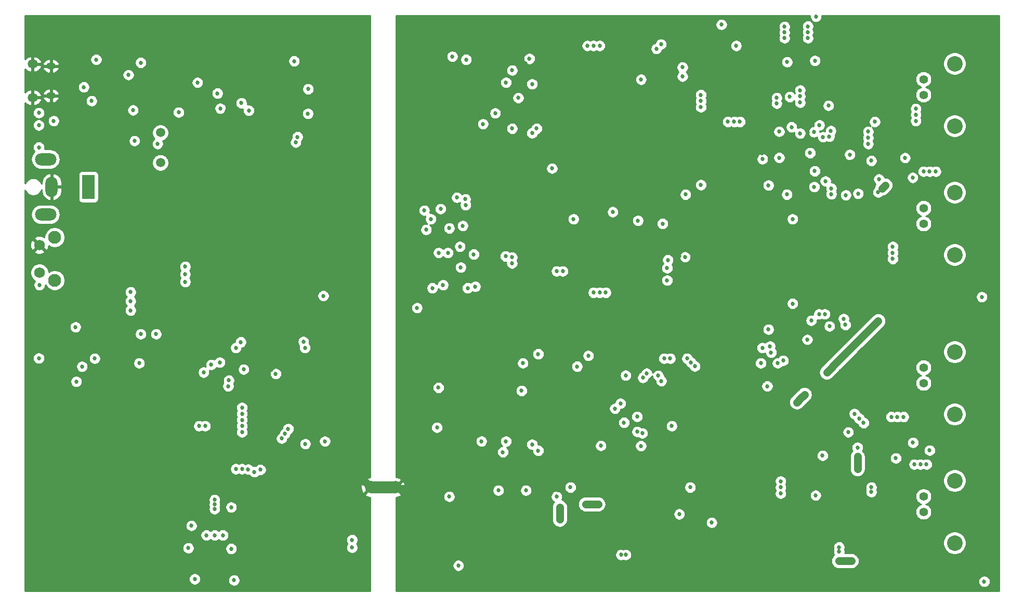
<source format=gbl>
%TF.GenerationSoftware,KiCad,Pcbnew,(5.1.0-0)*%
%TF.CreationDate,2019-08-26T10:00:44-05:00*%
%TF.ProjectId,impedance_777,696d7065-6461-46e6-9365-5f3737372e6b,1*%
%TF.SameCoordinates,Original*%
%TF.FileFunction,Copper,L4,Bot*%
%TF.FilePolarity,Positive*%
%FSLAX46Y46*%
G04 Gerber Fmt 4.6, Leading zero omitted, Abs format (unit mm)*
G04 Created by KiCad (PCBNEW (5.1.0-0)) date 2019-08-26 10:00:44*
%MOMM*%
%LPD*%
G04 APERTURE LIST*
%ADD10C,0.100000*%
%ADD11O,1.500000X1.100000*%
%ADD12O,1.700000X1.350000*%
%ADD13O,3.500000X2.000000*%
%ADD14O,2.000000X3.300000*%
%ADD15R,2.000000X4.000000*%
%ADD16C,1.500000*%
%ADD17C,2.000000*%
%ADD18C,2.100000*%
%ADD19C,1.750000*%
%ADD20C,2.540000*%
%ADD21C,1.397000*%
%ADD22C,0.685800*%
%ADD23C,1.270000*%
%ADD24C,0.254000*%
G04 APERTURE END LIST*
D10*
G36*
X120000000Y-138000000D02*
G01*
X124000000Y-138000000D01*
X124000000Y-136000000D01*
X120000000Y-136000000D01*
X120000000Y-138000000D01*
G37*
D11*
X67885000Y-68305000D03*
X67885000Y-73145000D03*
D12*
X64885000Y-67995000D03*
X64885000Y-73455000D03*
D13*
X67000000Y-92500000D03*
X67000000Y-83500000D03*
D14*
X68000000Y-88000000D03*
D15*
X74000000Y-88000000D03*
D16*
X85712055Y-84062108D03*
X85712055Y-79162108D03*
D17*
X124000000Y-137000000D03*
X120000000Y-137000000D03*
D18*
X68490000Y-103250000D03*
D19*
X66000000Y-102000000D03*
X66000000Y-97500000D03*
D18*
X68490000Y-96240000D03*
D20*
X215080000Y-78080000D03*
X215080000Y-67920000D03*
D21*
X210000000Y-70460000D03*
X210000000Y-73000000D03*
D20*
X215080000Y-99080000D03*
X215080000Y-88920000D03*
D21*
X210000000Y-91460000D03*
X210000000Y-94000000D03*
D20*
X215080000Y-125080000D03*
X215080000Y-114920000D03*
D21*
X210000000Y-117460000D03*
X210000000Y-120000000D03*
D20*
X215080000Y-146080000D03*
X215080000Y-135920000D03*
D21*
X210000000Y-138460000D03*
X210000000Y-141000000D03*
D22*
X135500000Y-67250000D03*
X95368922Y-116618922D03*
X129000000Y-109500000D03*
X131000000Y-109500000D03*
X137000000Y-109500000D03*
X139000000Y-109500000D03*
X132699752Y-109572859D03*
X152250000Y-65500000D03*
X152250000Y-70250000D03*
X126000000Y-137250000D03*
X127250000Y-137250000D03*
X130750000Y-138250000D03*
X191500000Y-129000000D03*
X130750000Y-130500000D03*
X198500000Y-61750000D03*
X209000000Y-79500000D03*
X146000000Y-146000000D03*
X144750000Y-142000000D03*
X150500000Y-137500000D03*
X151000000Y-98750000D03*
X145000000Y-94000000D03*
X138250000Y-94000000D03*
X205497499Y-130250000D03*
X187250000Y-121425000D03*
X164000000Y-122750000D03*
X156250000Y-122500000D03*
X153500000Y-126750000D03*
X94530800Y-139030800D03*
X94530800Y-139780800D03*
X94530800Y-140530800D03*
X116933510Y-146816490D03*
X116933510Y-145566490D03*
X143819648Y-129292426D03*
X202538078Y-133825488D03*
X163500000Y-89000000D03*
X163500000Y-97750000D03*
X170250000Y-99250000D03*
X145223031Y-67842477D03*
X175750000Y-63750000D03*
X186000000Y-61750000D03*
X178000000Y-136500000D03*
X183744366Y-82542832D03*
X162750000Y-115500000D03*
X163000000Y-119000000D03*
X143500000Y-126000000D03*
X142000000Y-117500000D03*
X188750000Y-111750000D03*
X205500000Y-123500000D03*
X206500000Y-123500000D03*
X207500000Y-123500000D03*
X199630807Y-80408029D03*
X198454712Y-79231934D03*
X199828714Y-78855936D03*
X191140137Y-79101148D03*
X198500000Y-63750000D03*
X200500000Y-63750000D03*
X202500000Y-63750000D03*
X204500000Y-63750000D03*
X206500000Y-63750000D03*
X198500000Y-65750000D03*
X200500000Y-65750000D03*
X202500000Y-65750000D03*
X204500000Y-65750000D03*
X206500000Y-65750000D03*
X198500000Y-67750000D03*
X200500000Y-67750000D03*
X202500000Y-67750000D03*
X204500000Y-67750000D03*
X206500000Y-67750000D03*
X204500000Y-61750000D03*
X200500000Y-69750000D03*
X202500000Y-69750000D03*
X204500000Y-69750000D03*
X206500000Y-69750000D03*
X206500000Y-61750000D03*
X202500000Y-61750000D03*
X202500000Y-71750000D03*
X204500000Y-71750000D03*
X200500000Y-61750000D03*
X175000000Y-91250000D03*
X177000000Y-91250000D03*
X179000000Y-91250000D03*
X181000000Y-91250000D03*
X183000000Y-91250000D03*
X175000000Y-93250000D03*
X177000000Y-93250000D03*
X179000000Y-93250000D03*
X181000000Y-93250000D03*
X175000000Y-95250000D03*
X177000000Y-95250000D03*
X179000000Y-95250000D03*
X175000000Y-97250000D03*
X177000000Y-97250000D03*
X175000000Y-99250000D03*
X172500000Y-108250000D03*
X174500000Y-108250000D03*
X178500000Y-108250000D03*
X180500000Y-108250000D03*
X172500000Y-110250000D03*
X174500000Y-110250000D03*
X176500000Y-110250000D03*
X180500000Y-110250000D03*
X172500000Y-112250000D03*
X174500000Y-112250000D03*
X176500000Y-112250000D03*
X178500000Y-112250000D03*
X172500000Y-114250000D03*
X174500000Y-114250000D03*
X176500000Y-114250000D03*
X178500000Y-114250000D03*
X180500000Y-114250000D03*
X174500000Y-116250000D03*
X176500000Y-116250000D03*
X178500000Y-116250000D03*
X180500000Y-116250000D03*
X172500000Y-120250000D03*
X172500000Y-122250000D03*
X174500000Y-122250000D03*
X172500000Y-124250000D03*
X174500000Y-124250000D03*
X176500000Y-124250000D03*
X172500000Y-126250000D03*
X174500000Y-126250000D03*
X172500000Y-128250000D03*
X207500000Y-102750000D03*
X209500000Y-102750000D03*
X211500000Y-102750000D03*
X213500000Y-102750000D03*
X215500000Y-102750000D03*
X207500000Y-104750000D03*
X209500000Y-104750000D03*
X211500000Y-104750000D03*
X213500000Y-104750000D03*
X215500000Y-104750000D03*
X207500000Y-106750000D03*
X209500000Y-106750000D03*
X211500000Y-106750000D03*
X213500000Y-106750000D03*
X215500000Y-106750000D03*
X207500000Y-108750000D03*
X209500000Y-108750000D03*
X211500000Y-108750000D03*
X213500000Y-108750000D03*
X215500000Y-108750000D03*
X207500000Y-110750000D03*
X209500000Y-110750000D03*
X211500000Y-110750000D03*
X213500000Y-110750000D03*
X215500000Y-110750000D03*
X196750000Y-151000000D03*
X198750000Y-151000000D03*
X200750000Y-151000000D03*
X202750000Y-151000000D03*
X204750000Y-151000000D03*
X206750000Y-151000000D03*
X208750000Y-151000000D03*
X210750000Y-151000000D03*
X212750000Y-151000000D03*
X214750000Y-151000000D03*
X125750000Y-111500000D03*
X127750000Y-111500000D03*
X129750000Y-111500000D03*
X131750000Y-111500000D03*
X133750000Y-111500000D03*
X125750000Y-113500000D03*
X127750000Y-113500000D03*
X129750000Y-113500000D03*
X131750000Y-113500000D03*
X125750000Y-115500000D03*
X127750000Y-115500000D03*
X129750000Y-115500000D03*
X125750000Y-117500000D03*
X127750000Y-117500000D03*
X125750000Y-119500000D03*
X126502975Y-153505719D03*
X147000000Y-78500000D03*
X143000000Y-78500000D03*
X156250000Y-105250000D03*
X157250000Y-105250000D03*
X158250000Y-105250000D03*
X150250000Y-101750000D03*
X151250000Y-101750000D03*
X173750000Y-87687127D03*
X171250000Y-89250000D03*
X153000000Y-93250000D03*
X171500000Y-116000000D03*
X172125000Y-116625000D03*
X172750000Y-117250000D03*
X167750000Y-116000000D03*
X168750000Y-116000000D03*
X186750000Y-137000000D03*
X186750000Y-136000000D03*
X186750000Y-138000000D03*
X201500000Y-137000000D03*
X201500000Y-137750000D03*
X196250000Y-147500000D03*
X196250000Y-146750000D03*
X160750000Y-148000000D03*
X161500000Y-148000000D03*
X142981680Y-100481680D03*
X142981680Y-99481680D03*
X136750000Y-99000000D03*
X134500000Y-97750000D03*
X134000000Y-89750000D03*
X138250000Y-77750000D03*
X132750000Y-138500000D03*
X130750000Y-127250000D03*
X134250000Y-149750000D03*
X199250000Y-130500000D03*
X201500000Y-83750000D03*
X198000000Y-82750000D03*
X202750000Y-86750000D03*
X186500000Y-83250000D03*
X186500000Y-79000000D03*
X144541410Y-121250000D03*
X183750000Y-114250000D03*
X194525000Y-74750000D03*
X188500000Y-78250000D03*
X188500000Y-78250000D03*
X188500000Y-78250000D03*
X134959823Y-94346072D03*
X81500000Y-80500000D03*
X85250000Y-81000000D03*
X80850000Y-108150000D03*
X89750000Y-101000000D03*
X80850000Y-105150000D03*
X89750000Y-103500000D03*
X89750000Y-102250000D03*
X80850000Y-106650000D03*
X96750000Y-120500000D03*
X104500000Y-118500000D03*
X95468029Y-75228686D03*
X88676481Y-75851490D03*
X82250000Y-116750000D03*
X66000000Y-104000000D03*
X107500000Y-67500000D03*
X94000000Y-117000000D03*
X92750000Y-118250000D03*
X96843375Y-119564838D03*
X173750000Y-75000000D03*
X173750000Y-74000000D03*
X173750000Y-73000000D03*
X180101490Y-77398510D03*
X179148512Y-77398510D03*
X178148510Y-77398510D03*
X159391001Y-92095000D03*
X147250000Y-115250000D03*
X144750000Y-116750000D03*
X142000000Y-129500000D03*
X138000000Y-129500000D03*
X131000000Y-120750000D03*
X94551490Y-144801490D03*
X95870210Y-144801490D03*
X93198500Y-144801490D03*
X172000000Y-137000000D03*
X152500000Y-137000000D03*
X147250000Y-131000000D03*
X208250000Y-86500000D03*
X202076490Y-77398510D03*
X206997499Y-83274721D03*
X205500000Y-132250000D03*
X208294980Y-129712835D03*
X211003058Y-130965177D03*
X90250000Y-146900000D03*
X90750000Y-143250000D03*
X97250000Y-147000000D03*
X97250000Y-140250000D03*
X72000000Y-119750000D03*
X71881078Y-110868922D03*
X91750000Y-71000000D03*
X74500000Y-74000000D03*
X75250000Y-67250000D03*
X73237500Y-71737500D03*
X81250000Y-75500000D03*
X95000000Y-72750000D03*
X163500000Y-93500000D03*
X167500000Y-94000000D03*
X171167945Y-99451556D03*
X164000000Y-70500000D03*
X141500000Y-131250000D03*
X140750000Y-137500000D03*
X150250000Y-138500000D03*
X100100000Y-75550000D03*
X68323033Y-77248519D03*
X109737055Y-76062108D03*
X65900000Y-81550000D03*
X109762055Y-72062108D03*
X65900000Y-77950000D03*
X98900000Y-74350000D03*
X65900000Y-75950000D03*
X219500000Y-105950000D03*
X97700000Y-152150000D03*
X91300000Y-151950000D03*
X65900000Y-115950000D03*
X112248136Y-105768345D03*
X112248136Y-105768345D03*
X219900000Y-152350000D03*
X202622234Y-88877766D03*
X203250000Y-88250000D03*
X150750000Y-142250000D03*
X150750000Y-141250000D03*
X150750000Y-140250000D03*
X203875000Y-87625000D03*
X190625000Y-121875000D03*
X190000000Y-122500000D03*
X189375000Y-123125000D03*
X194250000Y-118250000D03*
X194875000Y-117625000D03*
X195500000Y-117000000D03*
X191175000Y-63750000D03*
X191175000Y-62787500D03*
X191175000Y-61825000D03*
X210000000Y-85500000D03*
X211000000Y-85500000D03*
X212000000Y-85500000D03*
X205000000Y-97750000D03*
X205000000Y-98750000D03*
X205000000Y-99750000D03*
X208750000Y-75250000D03*
X208750000Y-76250000D03*
X208750000Y-77250000D03*
X187365000Y-63750000D03*
X187365000Y-62817500D03*
X187365000Y-61885000D03*
X201000000Y-81000000D03*
X201000000Y-80000000D03*
X201000000Y-79000000D03*
X193568217Y-131818217D03*
X199250000Y-134000000D03*
X199250000Y-133000000D03*
X199250000Y-132000000D03*
X155000000Y-139750000D03*
X156000000Y-139750000D03*
X157000000Y-139750000D03*
X209500000Y-133250000D03*
X210500000Y-133250000D03*
X208500000Y-133250000D03*
X186095000Y-74404998D03*
X186095000Y-73499828D03*
X196250000Y-149000000D03*
X197250000Y-149000000D03*
X198250000Y-149000000D03*
X204750000Y-125500000D03*
X205750000Y-125500000D03*
X206750000Y-125500000D03*
X189905000Y-72250000D03*
X189905000Y-73250000D03*
X189905000Y-74250000D03*
X200250000Y-126500000D03*
X199500000Y-125750000D03*
X198750000Y-125000000D03*
X192437548Y-138312452D03*
X197750000Y-128000000D03*
X189905000Y-79291410D03*
X168250000Y-101250000D03*
X168250000Y-103250000D03*
X170227999Y-141365000D03*
X175500000Y-142750000D03*
X72950000Y-117300000D03*
X75000000Y-116000000D03*
X92000000Y-127000000D03*
X142000000Y-71000000D03*
X93000000Y-127000000D03*
X143000000Y-69000000D03*
X107750000Y-80750000D03*
X109000000Y-113250000D03*
X109243922Y-114243922D03*
X108047184Y-79858413D03*
X129000000Y-95000000D03*
X128689675Y-91847622D03*
X131342899Y-91592899D03*
X131037410Y-98750000D03*
X109301547Y-129923329D03*
X130000000Y-104500000D03*
X131750000Y-104000000D03*
X132526090Y-98750000D03*
X106526945Y-127448510D03*
X129750000Y-93250000D03*
X135750000Y-104500000D03*
X106000000Y-128250000D03*
X134630429Y-101130429D03*
X135381444Y-90006683D03*
X127500000Y-107750000D03*
X112500001Y-129500000D03*
X137000000Y-104250000D03*
X105466418Y-129023651D03*
X135414410Y-90954812D03*
X80500000Y-69750000D03*
X82500000Y-67750000D03*
X166500000Y-65500000D03*
X98806301Y-113306301D03*
X146250000Y-130000000D03*
X170750000Y-70000000D03*
X170750000Y-68500000D03*
X167250000Y-64750000D03*
X164300000Y-119125000D03*
X167300000Y-119650000D03*
X164912600Y-118412282D03*
X166781114Y-118769389D03*
X155250000Y-65000000D03*
X156250000Y-65000000D03*
X157250000Y-65000000D03*
X145250000Y-137500000D03*
X153585590Y-117284086D03*
X155414410Y-115533843D03*
X149500000Y-85000000D03*
X146250000Y-79250000D03*
X132750000Y-94750000D03*
X141926070Y-99323930D03*
X99000000Y-126000000D03*
X161227529Y-126431310D03*
X157454420Y-130204420D03*
X99000000Y-128000000D03*
X163370386Y-127927160D03*
X163350000Y-125475000D03*
X161500000Y-118750000D03*
X99000000Y-125000000D03*
X160661244Y-123326490D03*
X99000000Y-127000000D03*
X169000000Y-127000000D03*
X99000000Y-124000000D03*
X159750000Y-124149998D03*
X192500000Y-60250000D03*
X99277822Y-117752848D03*
X188673090Y-107035410D03*
X184750000Y-111250004D03*
X188673090Y-93258650D03*
X187750000Y-89250000D03*
X199349039Y-89099039D03*
X193631078Y-79868922D03*
X197349039Y-89349039D03*
X194911343Y-78884121D03*
X194689699Y-110726086D03*
X193939813Y-108750000D03*
X194037410Y-87082906D03*
X192168968Y-79085035D03*
X98000000Y-114250000D03*
X192311126Y-67438875D03*
X184554175Y-120503915D03*
X100000000Y-134079521D03*
X192212590Y-88000000D03*
X197287410Y-110500000D03*
X195000006Y-89189811D03*
X183500000Y-116750000D03*
X186250000Y-116750000D03*
X102000000Y-134127009D03*
X187149079Y-116331517D03*
X192291733Y-85438885D03*
X197000000Y-109500000D03*
X195000000Y-88250008D03*
X99000000Y-134000000D03*
X185188169Y-115000000D03*
X184750000Y-87750000D03*
X100999934Y-134485932D03*
X191722467Y-109791855D03*
X193000000Y-108750000D03*
X193050441Y-77945944D03*
X194654207Y-79788072D03*
X98000048Y-134000000D03*
X184999992Y-114000000D03*
X183769916Y-83482297D03*
X85000000Y-112000000D03*
X82500000Y-112000000D03*
X163977311Y-130238593D03*
X164200000Y-128168920D03*
X187780685Y-67649090D03*
X188215910Y-73330385D03*
X191535289Y-82476867D03*
X168365967Y-99930664D03*
X191074781Y-112909836D03*
X133250000Y-66750000D03*
X140250000Y-76000000D03*
X104000000Y-62000000D03*
X73000000Y-113250000D03*
X89750000Y-123500000D03*
X112312383Y-127301490D03*
X109000000Y-118750000D03*
X103801490Y-117832114D03*
X98000000Y-106750000D03*
X87750000Y-120750000D03*
X80500000Y-113000000D03*
X75500000Y-117250000D03*
X68000000Y-119250000D03*
X68000000Y-124250000D03*
X118000000Y-126750000D03*
X116250000Y-129750000D03*
X88250000Y-73000000D03*
X79500000Y-63000000D03*
X81750000Y-70212590D03*
X144000000Y-73500000D03*
X146250000Y-71250000D03*
X145814005Y-67111727D03*
X179500000Y-65000000D03*
X118250000Y-119500000D03*
X116750000Y-112500000D03*
X119000000Y-109750000D03*
X116300000Y-63550000D03*
X117500000Y-63550000D03*
X118700000Y-63550000D03*
X64750000Y-61750000D03*
X64750000Y-63750000D03*
X64750000Y-65750000D03*
X177100000Y-61550000D03*
X93991483Y-78620143D03*
X96500000Y-75651490D03*
D23*
X124250000Y-137250000D02*
X124000000Y-137000000D01*
X126000000Y-137250000D02*
X124250000Y-137250000D01*
X203250000Y-88250000D02*
X203750000Y-87750000D01*
X150750000Y-140250000D02*
X150750000Y-142250000D01*
X190000000Y-122500000D02*
X190625000Y-121875000D01*
X189375000Y-123125000D02*
X190000000Y-122500000D01*
X194250000Y-118250000D02*
X194875000Y-117625000D01*
X194875000Y-117625000D02*
X195500000Y-117000000D01*
X195500000Y-117000000D02*
X202622234Y-109877766D01*
X199250000Y-132000000D02*
X199250000Y-134000000D01*
X156000000Y-139750000D02*
X155000000Y-139750000D01*
X157000000Y-139750000D02*
X156000000Y-139750000D01*
X197250000Y-149000000D02*
X196250000Y-149000000D01*
X198250000Y-149000000D02*
X197250000Y-149000000D01*
X120000000Y-137000000D02*
X119000001Y-136000001D01*
X118750001Y-136000001D02*
X119000001Y-136000001D01*
D24*
G36*
X191522100Y-60153685D02*
G01*
X191522100Y-60346315D01*
X191559680Y-60535243D01*
X191633396Y-60713210D01*
X191740415Y-60873375D01*
X191876625Y-61009585D01*
X192036790Y-61116604D01*
X192214757Y-61190320D01*
X192403685Y-61227900D01*
X192596315Y-61227900D01*
X192785243Y-61190320D01*
X192963210Y-61116604D01*
X193123375Y-61009585D01*
X193259585Y-60873375D01*
X193366604Y-60713210D01*
X193440320Y-60535243D01*
X193477900Y-60346315D01*
X193477900Y-60153685D01*
X193472592Y-60127000D01*
X222315000Y-60127000D01*
X222315001Y-153873000D01*
X124127000Y-153873000D01*
X124127000Y-152253685D01*
X218922100Y-152253685D01*
X218922100Y-152446315D01*
X218959680Y-152635243D01*
X219033396Y-152813210D01*
X219140415Y-152973375D01*
X219276625Y-153109585D01*
X219436790Y-153216604D01*
X219614757Y-153290320D01*
X219803685Y-153327900D01*
X219996315Y-153327900D01*
X220185243Y-153290320D01*
X220363210Y-153216604D01*
X220523375Y-153109585D01*
X220659585Y-152973375D01*
X220766604Y-152813210D01*
X220840320Y-152635243D01*
X220877900Y-152446315D01*
X220877900Y-152253685D01*
X220840320Y-152064757D01*
X220766604Y-151886790D01*
X220659585Y-151726625D01*
X220523375Y-151590415D01*
X220363210Y-151483396D01*
X220185243Y-151409680D01*
X219996315Y-151372100D01*
X219803685Y-151372100D01*
X219614757Y-151409680D01*
X219436790Y-151483396D01*
X219276625Y-151590415D01*
X219140415Y-151726625D01*
X219033396Y-151886790D01*
X218959680Y-152064757D01*
X218922100Y-152253685D01*
X124127000Y-152253685D01*
X124127000Y-149653685D01*
X133272100Y-149653685D01*
X133272100Y-149846315D01*
X133309680Y-150035243D01*
X133383396Y-150213210D01*
X133490415Y-150373375D01*
X133626625Y-150509585D01*
X133786790Y-150616604D01*
X133964757Y-150690320D01*
X134153685Y-150727900D01*
X134346315Y-150727900D01*
X134535243Y-150690320D01*
X134713210Y-150616604D01*
X134873375Y-150509585D01*
X135009585Y-150373375D01*
X135116604Y-150213210D01*
X135190320Y-150035243D01*
X135227900Y-149846315D01*
X135227900Y-149653685D01*
X135190320Y-149464757D01*
X135116604Y-149286790D01*
X135009585Y-149126625D01*
X134882960Y-149000000D01*
X194973856Y-149000000D01*
X194998377Y-149248963D01*
X195070997Y-149488359D01*
X195188925Y-149708988D01*
X195347630Y-149902370D01*
X195541012Y-150061075D01*
X195761641Y-150179003D01*
X196001037Y-150251623D01*
X196187620Y-150270000D01*
X198312380Y-150270000D01*
X198498963Y-150251623D01*
X198738359Y-150179003D01*
X198958988Y-150061075D01*
X199152370Y-149902370D01*
X199311075Y-149708988D01*
X199429003Y-149488359D01*
X199501623Y-149248963D01*
X199526144Y-149000000D01*
X199501623Y-148751037D01*
X199429003Y-148511641D01*
X199311075Y-148291012D01*
X199152370Y-148097630D01*
X198958988Y-147938925D01*
X198738359Y-147820997D01*
X198498963Y-147748377D01*
X198312380Y-147730000D01*
X197201308Y-147730000D01*
X197227900Y-147596315D01*
X197227900Y-147403685D01*
X197190320Y-147214757D01*
X197153142Y-147125000D01*
X197190320Y-147035243D01*
X197227900Y-146846315D01*
X197227900Y-146653685D01*
X197190320Y-146464757D01*
X197116604Y-146286790D01*
X197009585Y-146126625D01*
X196873375Y-145990415D01*
X196726647Y-145892374D01*
X213175000Y-145892374D01*
X213175000Y-146267626D01*
X213248209Y-146635668D01*
X213391811Y-146982356D01*
X213600290Y-147294366D01*
X213865634Y-147559710D01*
X214177644Y-147768189D01*
X214524332Y-147911791D01*
X214892374Y-147985000D01*
X215267626Y-147985000D01*
X215635668Y-147911791D01*
X215982356Y-147768189D01*
X216294366Y-147559710D01*
X216559710Y-147294366D01*
X216768189Y-146982356D01*
X216911791Y-146635668D01*
X216985000Y-146267626D01*
X216985000Y-145892374D01*
X216911791Y-145524332D01*
X216768189Y-145177644D01*
X216559710Y-144865634D01*
X216294366Y-144600290D01*
X215982356Y-144391811D01*
X215635668Y-144248209D01*
X215267626Y-144175000D01*
X214892374Y-144175000D01*
X214524332Y-144248209D01*
X214177644Y-144391811D01*
X213865634Y-144600290D01*
X213600290Y-144865634D01*
X213391811Y-145177644D01*
X213248209Y-145524332D01*
X213175000Y-145892374D01*
X196726647Y-145892374D01*
X196713210Y-145883396D01*
X196535243Y-145809680D01*
X196346315Y-145772100D01*
X196153685Y-145772100D01*
X195964757Y-145809680D01*
X195786790Y-145883396D01*
X195626625Y-145990415D01*
X195490415Y-146126625D01*
X195383396Y-146286790D01*
X195309680Y-146464757D01*
X195272100Y-146653685D01*
X195272100Y-146846315D01*
X195309680Y-147035243D01*
X195346858Y-147125000D01*
X195309680Y-147214757D01*
X195272100Y-147403685D01*
X195272100Y-147596315D01*
X195309680Y-147785243D01*
X195383396Y-147963210D01*
X195428737Y-148031067D01*
X195347630Y-148097630D01*
X195188925Y-148291012D01*
X195070997Y-148511641D01*
X194998377Y-148751037D01*
X194973856Y-149000000D01*
X134882960Y-149000000D01*
X134873375Y-148990415D01*
X134713210Y-148883396D01*
X134535243Y-148809680D01*
X134346315Y-148772100D01*
X134153685Y-148772100D01*
X133964757Y-148809680D01*
X133786790Y-148883396D01*
X133626625Y-148990415D01*
X133490415Y-149126625D01*
X133383396Y-149286790D01*
X133309680Y-149464757D01*
X133272100Y-149653685D01*
X124127000Y-149653685D01*
X124127000Y-147903685D01*
X159772100Y-147903685D01*
X159772100Y-148096315D01*
X159809680Y-148285243D01*
X159883396Y-148463210D01*
X159990415Y-148623375D01*
X160126625Y-148759585D01*
X160286790Y-148866604D01*
X160464757Y-148940320D01*
X160653685Y-148977900D01*
X160846315Y-148977900D01*
X161035243Y-148940320D01*
X161125000Y-148903142D01*
X161214757Y-148940320D01*
X161403685Y-148977900D01*
X161596315Y-148977900D01*
X161785243Y-148940320D01*
X161963210Y-148866604D01*
X162123375Y-148759585D01*
X162259585Y-148623375D01*
X162366604Y-148463210D01*
X162440320Y-148285243D01*
X162477900Y-148096315D01*
X162477900Y-147903685D01*
X162440320Y-147714757D01*
X162366604Y-147536790D01*
X162259585Y-147376625D01*
X162123375Y-147240415D01*
X161963210Y-147133396D01*
X161785243Y-147059680D01*
X161596315Y-147022100D01*
X161403685Y-147022100D01*
X161214757Y-147059680D01*
X161125000Y-147096858D01*
X161035243Y-147059680D01*
X160846315Y-147022100D01*
X160653685Y-147022100D01*
X160464757Y-147059680D01*
X160286790Y-147133396D01*
X160126625Y-147240415D01*
X159990415Y-147376625D01*
X159883396Y-147536790D01*
X159809680Y-147714757D01*
X159772100Y-147903685D01*
X124127000Y-147903685D01*
X124127000Y-138632886D01*
X124381675Y-138597961D01*
X124686088Y-138492795D01*
X124852801Y-138403685D01*
X131772100Y-138403685D01*
X131772100Y-138596315D01*
X131809680Y-138785243D01*
X131883396Y-138963210D01*
X131990415Y-139123375D01*
X132126625Y-139259585D01*
X132286790Y-139366604D01*
X132464757Y-139440320D01*
X132653685Y-139477900D01*
X132846315Y-139477900D01*
X133035243Y-139440320D01*
X133213210Y-139366604D01*
X133373375Y-139259585D01*
X133509585Y-139123375D01*
X133616604Y-138963210D01*
X133690320Y-138785243D01*
X133727900Y-138596315D01*
X133727900Y-138403685D01*
X133690320Y-138214757D01*
X133616604Y-138036790D01*
X133509585Y-137876625D01*
X133373375Y-137740415D01*
X133213210Y-137633396D01*
X133035243Y-137559680D01*
X132846315Y-137522100D01*
X132653685Y-137522100D01*
X132464757Y-137559680D01*
X132286790Y-137633396D01*
X132126625Y-137740415D01*
X131990415Y-137876625D01*
X131883396Y-138036790D01*
X131809680Y-138214757D01*
X131772100Y-138403685D01*
X124852801Y-138403685D01*
X124860044Y-138399814D01*
X124955808Y-138135413D01*
X124635000Y-137814605D01*
X124635000Y-137455395D01*
X125135413Y-137955808D01*
X125399814Y-137860044D01*
X125540704Y-137570429D01*
X125584421Y-137403685D01*
X139772100Y-137403685D01*
X139772100Y-137596315D01*
X139809680Y-137785243D01*
X139883396Y-137963210D01*
X139990415Y-138123375D01*
X140126625Y-138259585D01*
X140286790Y-138366604D01*
X140464757Y-138440320D01*
X140653685Y-138477900D01*
X140846315Y-138477900D01*
X141035243Y-138440320D01*
X141213210Y-138366604D01*
X141373375Y-138259585D01*
X141509585Y-138123375D01*
X141616604Y-137963210D01*
X141690320Y-137785243D01*
X141727900Y-137596315D01*
X141727900Y-137403685D01*
X144272100Y-137403685D01*
X144272100Y-137596315D01*
X144309680Y-137785243D01*
X144383396Y-137963210D01*
X144490415Y-138123375D01*
X144626625Y-138259585D01*
X144786790Y-138366604D01*
X144964757Y-138440320D01*
X145153685Y-138477900D01*
X145346315Y-138477900D01*
X145535243Y-138440320D01*
X145623688Y-138403685D01*
X149272100Y-138403685D01*
X149272100Y-138596315D01*
X149309680Y-138785243D01*
X149383396Y-138963210D01*
X149490415Y-139123375D01*
X149626625Y-139259585D01*
X149786790Y-139366604D01*
X149820574Y-139380598D01*
X149688925Y-139541013D01*
X149570997Y-139761642D01*
X149498377Y-140001038D01*
X149480000Y-140187621D01*
X149480001Y-142312380D01*
X149498378Y-142498963D01*
X149570998Y-142738359D01*
X149688926Y-142958988D01*
X149847631Y-143152370D01*
X150041013Y-143311075D01*
X150261642Y-143429003D01*
X150501038Y-143501623D01*
X150750000Y-143526144D01*
X150998963Y-143501623D01*
X151238359Y-143429003D01*
X151458988Y-143311075D01*
X151652370Y-143152370D01*
X151811075Y-142958988D01*
X151929003Y-142738359D01*
X151954688Y-142653685D01*
X174522100Y-142653685D01*
X174522100Y-142846315D01*
X174559680Y-143035243D01*
X174633396Y-143213210D01*
X174740415Y-143373375D01*
X174876625Y-143509585D01*
X175036790Y-143616604D01*
X175214757Y-143690320D01*
X175403685Y-143727900D01*
X175596315Y-143727900D01*
X175785243Y-143690320D01*
X175963210Y-143616604D01*
X176123375Y-143509585D01*
X176259585Y-143373375D01*
X176366604Y-143213210D01*
X176440320Y-143035243D01*
X176477900Y-142846315D01*
X176477900Y-142653685D01*
X176440320Y-142464757D01*
X176366604Y-142286790D01*
X176259585Y-142126625D01*
X176123375Y-141990415D01*
X175963210Y-141883396D01*
X175785243Y-141809680D01*
X175596315Y-141772100D01*
X175403685Y-141772100D01*
X175214757Y-141809680D01*
X175036790Y-141883396D01*
X174876625Y-141990415D01*
X174740415Y-142126625D01*
X174633396Y-142286790D01*
X174559680Y-142464757D01*
X174522100Y-142653685D01*
X151954688Y-142653685D01*
X152001623Y-142498963D01*
X152020000Y-142312380D01*
X152020000Y-141268685D01*
X169250099Y-141268685D01*
X169250099Y-141461315D01*
X169287679Y-141650243D01*
X169361395Y-141828210D01*
X169468414Y-141988375D01*
X169604624Y-142124585D01*
X169764789Y-142231604D01*
X169942756Y-142305320D01*
X170131684Y-142342900D01*
X170324314Y-142342900D01*
X170513242Y-142305320D01*
X170691209Y-142231604D01*
X170851374Y-142124585D01*
X170987584Y-141988375D01*
X171094603Y-141828210D01*
X171168319Y-141650243D01*
X171205899Y-141461315D01*
X171205899Y-141268685D01*
X171168319Y-141079757D01*
X171094603Y-140901790D01*
X170987584Y-140741625D01*
X170851374Y-140605415D01*
X170691209Y-140498396D01*
X170513242Y-140424680D01*
X170324314Y-140387100D01*
X170131684Y-140387100D01*
X169942756Y-140424680D01*
X169764789Y-140498396D01*
X169604624Y-140605415D01*
X169468414Y-140741625D01*
X169361395Y-140901790D01*
X169287679Y-141079757D01*
X169250099Y-141268685D01*
X152020000Y-141268685D01*
X152020000Y-140187620D01*
X152001623Y-140001037D01*
X151929003Y-139761641D01*
X151922781Y-139750000D01*
X153723856Y-139750000D01*
X153748377Y-139998963D01*
X153820997Y-140238359D01*
X153938925Y-140458988D01*
X154097630Y-140652370D01*
X154291012Y-140811075D01*
X154511641Y-140929003D01*
X154751037Y-141001623D01*
X154937620Y-141020000D01*
X157062380Y-141020000D01*
X157248963Y-141001623D01*
X157488359Y-140929003D01*
X157708988Y-140811075D01*
X157902370Y-140652370D01*
X158061075Y-140458988D01*
X158179003Y-140238359D01*
X158251623Y-139998963D01*
X158276144Y-139750000D01*
X158251623Y-139501037D01*
X158179003Y-139261641D01*
X158061075Y-139041012D01*
X157902370Y-138847630D01*
X157708988Y-138688925D01*
X157488359Y-138570997D01*
X157248963Y-138498377D01*
X157062380Y-138480000D01*
X154937620Y-138480000D01*
X154751037Y-138498377D01*
X154511641Y-138570997D01*
X154291012Y-138688925D01*
X154097630Y-138847630D01*
X153938925Y-139041012D01*
X153820997Y-139261641D01*
X153748377Y-139501037D01*
X153723856Y-139750000D01*
X151922781Y-139750000D01*
X151811075Y-139541012D01*
X151652370Y-139347630D01*
X151458987Y-139188925D01*
X151238358Y-139070997D01*
X151077240Y-139022122D01*
X151116604Y-138963210D01*
X151190320Y-138785243D01*
X151227900Y-138596315D01*
X151227900Y-138403685D01*
X151190320Y-138214757D01*
X151116604Y-138036790D01*
X151009585Y-137876625D01*
X150873375Y-137740415D01*
X150713210Y-137633396D01*
X150535243Y-137559680D01*
X150346315Y-137522100D01*
X150153685Y-137522100D01*
X149964757Y-137559680D01*
X149786790Y-137633396D01*
X149626625Y-137740415D01*
X149490415Y-137876625D01*
X149383396Y-138036790D01*
X149309680Y-138214757D01*
X149272100Y-138403685D01*
X145623688Y-138403685D01*
X145713210Y-138366604D01*
X145873375Y-138259585D01*
X146009585Y-138123375D01*
X146116604Y-137963210D01*
X146190320Y-137785243D01*
X146227900Y-137596315D01*
X146227900Y-137403685D01*
X146190320Y-137214757D01*
X146116604Y-137036790D01*
X146027666Y-136903685D01*
X151522100Y-136903685D01*
X151522100Y-137096315D01*
X151559680Y-137285243D01*
X151633396Y-137463210D01*
X151740415Y-137623375D01*
X151876625Y-137759585D01*
X152036790Y-137866604D01*
X152214757Y-137940320D01*
X152403685Y-137977900D01*
X152596315Y-137977900D01*
X152785243Y-137940320D01*
X152963210Y-137866604D01*
X153123375Y-137759585D01*
X153259585Y-137623375D01*
X153366604Y-137463210D01*
X153440320Y-137285243D01*
X153477900Y-137096315D01*
X153477900Y-136903685D01*
X171022100Y-136903685D01*
X171022100Y-137096315D01*
X171059680Y-137285243D01*
X171133396Y-137463210D01*
X171240415Y-137623375D01*
X171376625Y-137759585D01*
X171536790Y-137866604D01*
X171714757Y-137940320D01*
X171903685Y-137977900D01*
X172096315Y-137977900D01*
X172285243Y-137940320D01*
X172463210Y-137866604D01*
X172623375Y-137759585D01*
X172759585Y-137623375D01*
X172866604Y-137463210D01*
X172940320Y-137285243D01*
X172977900Y-137096315D01*
X172977900Y-136903685D01*
X172940320Y-136714757D01*
X172866604Y-136536790D01*
X172759585Y-136376625D01*
X172623375Y-136240415D01*
X172463210Y-136133396D01*
X172285243Y-136059680D01*
X172096315Y-136022100D01*
X171903685Y-136022100D01*
X171714757Y-136059680D01*
X171536790Y-136133396D01*
X171376625Y-136240415D01*
X171240415Y-136376625D01*
X171133396Y-136536790D01*
X171059680Y-136714757D01*
X171022100Y-136903685D01*
X153477900Y-136903685D01*
X153440320Y-136714757D01*
X153366604Y-136536790D01*
X153259585Y-136376625D01*
X153123375Y-136240415D01*
X152963210Y-136133396D01*
X152785243Y-136059680D01*
X152596315Y-136022100D01*
X152403685Y-136022100D01*
X152214757Y-136059680D01*
X152036790Y-136133396D01*
X151876625Y-136240415D01*
X151740415Y-136376625D01*
X151633396Y-136536790D01*
X151559680Y-136714757D01*
X151522100Y-136903685D01*
X146027666Y-136903685D01*
X146009585Y-136876625D01*
X145873375Y-136740415D01*
X145713210Y-136633396D01*
X145535243Y-136559680D01*
X145346315Y-136522100D01*
X145153685Y-136522100D01*
X144964757Y-136559680D01*
X144786790Y-136633396D01*
X144626625Y-136740415D01*
X144490415Y-136876625D01*
X144383396Y-137036790D01*
X144309680Y-137214757D01*
X144272100Y-137403685D01*
X141727900Y-137403685D01*
X141690320Y-137214757D01*
X141616604Y-137036790D01*
X141509585Y-136876625D01*
X141373375Y-136740415D01*
X141213210Y-136633396D01*
X141035243Y-136559680D01*
X140846315Y-136522100D01*
X140653685Y-136522100D01*
X140464757Y-136559680D01*
X140286790Y-136633396D01*
X140126625Y-136740415D01*
X139990415Y-136876625D01*
X139883396Y-137036790D01*
X139809680Y-137214757D01*
X139772100Y-137403685D01*
X125584421Y-137403685D01*
X125622384Y-137258892D01*
X125641718Y-136937405D01*
X125597961Y-136618325D01*
X125492795Y-136313912D01*
X125399814Y-136139956D01*
X125135413Y-136044192D01*
X124635000Y-136544605D01*
X124635000Y-136185395D01*
X124916710Y-135903685D01*
X185772100Y-135903685D01*
X185772100Y-136096315D01*
X185809680Y-136285243D01*
X185883396Y-136463210D01*
X185907978Y-136500000D01*
X185883396Y-136536790D01*
X185809680Y-136714757D01*
X185772100Y-136903685D01*
X185772100Y-137096315D01*
X185809680Y-137285243D01*
X185883396Y-137463210D01*
X185907978Y-137500000D01*
X185883396Y-137536790D01*
X185809680Y-137714757D01*
X185772100Y-137903685D01*
X185772100Y-138096315D01*
X185809680Y-138285243D01*
X185883396Y-138463210D01*
X185990415Y-138623375D01*
X186126625Y-138759585D01*
X186286790Y-138866604D01*
X186464757Y-138940320D01*
X186653685Y-138977900D01*
X186846315Y-138977900D01*
X187035243Y-138940320D01*
X187213210Y-138866604D01*
X187373375Y-138759585D01*
X187509585Y-138623375D01*
X187616604Y-138463210D01*
X187690320Y-138285243D01*
X187704065Y-138216137D01*
X191459648Y-138216137D01*
X191459648Y-138408767D01*
X191497228Y-138597695D01*
X191570944Y-138775662D01*
X191677963Y-138935827D01*
X191814173Y-139072037D01*
X191974338Y-139179056D01*
X192152305Y-139252772D01*
X192341233Y-139290352D01*
X192533863Y-139290352D01*
X192722791Y-139252772D01*
X192900758Y-139179056D01*
X193060923Y-139072037D01*
X193197133Y-138935827D01*
X193304152Y-138775662D01*
X193377868Y-138597695D01*
X193415448Y-138408767D01*
X193415448Y-138216137D01*
X193377868Y-138027209D01*
X193304152Y-137849242D01*
X193197133Y-137689077D01*
X193060923Y-137552867D01*
X192900758Y-137445848D01*
X192722791Y-137372132D01*
X192533863Y-137334552D01*
X192341233Y-137334552D01*
X192152305Y-137372132D01*
X191974338Y-137445848D01*
X191814173Y-137552867D01*
X191677963Y-137689077D01*
X191570944Y-137849242D01*
X191497228Y-138027209D01*
X191459648Y-138216137D01*
X187704065Y-138216137D01*
X187727900Y-138096315D01*
X187727900Y-137903685D01*
X187690320Y-137714757D01*
X187616604Y-137536790D01*
X187592022Y-137500000D01*
X187616604Y-137463210D01*
X187690320Y-137285243D01*
X187727900Y-137096315D01*
X187727900Y-136903685D01*
X200522100Y-136903685D01*
X200522100Y-137096315D01*
X200559680Y-137285243D01*
X200596858Y-137375000D01*
X200559680Y-137464757D01*
X200522100Y-137653685D01*
X200522100Y-137846315D01*
X200559680Y-138035243D01*
X200633396Y-138213210D01*
X200740415Y-138373375D01*
X200876625Y-138509585D01*
X201036790Y-138616604D01*
X201214757Y-138690320D01*
X201403685Y-138727900D01*
X201596315Y-138727900D01*
X201785243Y-138690320D01*
X201963210Y-138616604D01*
X202123375Y-138509585D01*
X202259585Y-138373375D01*
X202289461Y-138328662D01*
X208666500Y-138328662D01*
X208666500Y-138591338D01*
X208717746Y-138848968D01*
X208818268Y-139091649D01*
X208964203Y-139310057D01*
X209149943Y-139495797D01*
X209368351Y-139641732D01*
X209581448Y-139730000D01*
X209368351Y-139818268D01*
X209149943Y-139964203D01*
X208964203Y-140149943D01*
X208818268Y-140368351D01*
X208717746Y-140611032D01*
X208666500Y-140868662D01*
X208666500Y-141131338D01*
X208717746Y-141388968D01*
X208818268Y-141631649D01*
X208964203Y-141850057D01*
X209149943Y-142035797D01*
X209368351Y-142181732D01*
X209611032Y-142282254D01*
X209868662Y-142333500D01*
X210131338Y-142333500D01*
X210388968Y-142282254D01*
X210631649Y-142181732D01*
X210850057Y-142035797D01*
X211035797Y-141850057D01*
X211181732Y-141631649D01*
X211282254Y-141388968D01*
X211333500Y-141131338D01*
X211333500Y-140868662D01*
X211282254Y-140611032D01*
X211181732Y-140368351D01*
X211035797Y-140149943D01*
X210850057Y-139964203D01*
X210631649Y-139818268D01*
X210418552Y-139730000D01*
X210631649Y-139641732D01*
X210850057Y-139495797D01*
X211035797Y-139310057D01*
X211181732Y-139091649D01*
X211282254Y-138848968D01*
X211333500Y-138591338D01*
X211333500Y-138328662D01*
X211282254Y-138071032D01*
X211181732Y-137828351D01*
X211035797Y-137609943D01*
X210850057Y-137424203D01*
X210631649Y-137278268D01*
X210388968Y-137177746D01*
X210131338Y-137126500D01*
X209868662Y-137126500D01*
X209611032Y-137177746D01*
X209368351Y-137278268D01*
X209149943Y-137424203D01*
X208964203Y-137609943D01*
X208818268Y-137828351D01*
X208717746Y-138071032D01*
X208666500Y-138328662D01*
X202289461Y-138328662D01*
X202366604Y-138213210D01*
X202440320Y-138035243D01*
X202477900Y-137846315D01*
X202477900Y-137653685D01*
X202440320Y-137464757D01*
X202403142Y-137375000D01*
X202440320Y-137285243D01*
X202477900Y-137096315D01*
X202477900Y-136903685D01*
X202440320Y-136714757D01*
X202366604Y-136536790D01*
X202259585Y-136376625D01*
X202123375Y-136240415D01*
X201963210Y-136133396D01*
X201785243Y-136059680D01*
X201596315Y-136022100D01*
X201403685Y-136022100D01*
X201214757Y-136059680D01*
X201036790Y-136133396D01*
X200876625Y-136240415D01*
X200740415Y-136376625D01*
X200633396Y-136536790D01*
X200559680Y-136714757D01*
X200522100Y-136903685D01*
X187727900Y-136903685D01*
X187690320Y-136714757D01*
X187616604Y-136536790D01*
X187592022Y-136500000D01*
X187616604Y-136463210D01*
X187690320Y-136285243D01*
X187727900Y-136096315D01*
X187727900Y-135903685D01*
X187693825Y-135732374D01*
X213175000Y-135732374D01*
X213175000Y-136107626D01*
X213248209Y-136475668D01*
X213391811Y-136822356D01*
X213600290Y-137134366D01*
X213865634Y-137399710D01*
X214177644Y-137608189D01*
X214524332Y-137751791D01*
X214892374Y-137825000D01*
X215267626Y-137825000D01*
X215635668Y-137751791D01*
X215982356Y-137608189D01*
X216294366Y-137399710D01*
X216559710Y-137134366D01*
X216768189Y-136822356D01*
X216911791Y-136475668D01*
X216985000Y-136107626D01*
X216985000Y-135732374D01*
X216911791Y-135364332D01*
X216768189Y-135017644D01*
X216559710Y-134705634D01*
X216294366Y-134440290D01*
X215982356Y-134231811D01*
X215635668Y-134088209D01*
X215267626Y-134015000D01*
X214892374Y-134015000D01*
X214524332Y-134088209D01*
X214177644Y-134231811D01*
X213865634Y-134440290D01*
X213600290Y-134705634D01*
X213391811Y-135017644D01*
X213248209Y-135364332D01*
X213175000Y-135732374D01*
X187693825Y-135732374D01*
X187690320Y-135714757D01*
X187616604Y-135536790D01*
X187509585Y-135376625D01*
X187373375Y-135240415D01*
X187213210Y-135133396D01*
X187035243Y-135059680D01*
X186846315Y-135022100D01*
X186653685Y-135022100D01*
X186464757Y-135059680D01*
X186286790Y-135133396D01*
X186126625Y-135240415D01*
X185990415Y-135376625D01*
X185883396Y-135536790D01*
X185809680Y-135714757D01*
X185772100Y-135903685D01*
X124916710Y-135903685D01*
X124955808Y-135864587D01*
X124860044Y-135600186D01*
X124570429Y-135459296D01*
X124258892Y-135377616D01*
X124127000Y-135369684D01*
X124127000Y-131153685D01*
X140522100Y-131153685D01*
X140522100Y-131346315D01*
X140559680Y-131535243D01*
X140633396Y-131713210D01*
X140740415Y-131873375D01*
X140876625Y-132009585D01*
X141036790Y-132116604D01*
X141214757Y-132190320D01*
X141403685Y-132227900D01*
X141596315Y-132227900D01*
X141785243Y-132190320D01*
X141963210Y-132116604D01*
X142123375Y-132009585D01*
X142259585Y-131873375D01*
X142366604Y-131713210D01*
X142440320Y-131535243D01*
X142477900Y-131346315D01*
X142477900Y-131153685D01*
X142440320Y-130964757D01*
X142366604Y-130786790D01*
X142259585Y-130626625D01*
X142123375Y-130490415D01*
X142102734Y-130476623D01*
X142285243Y-130440320D01*
X142463210Y-130366604D01*
X142623375Y-130259585D01*
X142759585Y-130123375D01*
X142866604Y-129963210D01*
X142891259Y-129903685D01*
X145272100Y-129903685D01*
X145272100Y-130096315D01*
X145309680Y-130285243D01*
X145383396Y-130463210D01*
X145490415Y-130623375D01*
X145626625Y-130759585D01*
X145786790Y-130866604D01*
X145964757Y-130940320D01*
X146153685Y-130977900D01*
X146272100Y-130977900D01*
X146272100Y-131096315D01*
X146309680Y-131285243D01*
X146383396Y-131463210D01*
X146490415Y-131623375D01*
X146626625Y-131759585D01*
X146786790Y-131866604D01*
X146964757Y-131940320D01*
X147153685Y-131977900D01*
X147346315Y-131977900D01*
X147535243Y-131940320D01*
X147713210Y-131866604D01*
X147873375Y-131759585D01*
X147911058Y-131721902D01*
X192590317Y-131721902D01*
X192590317Y-131914532D01*
X192627897Y-132103460D01*
X192701613Y-132281427D01*
X192808632Y-132441592D01*
X192944842Y-132577802D01*
X193105007Y-132684821D01*
X193282974Y-132758537D01*
X193471902Y-132796117D01*
X193664532Y-132796117D01*
X193853460Y-132758537D01*
X194031427Y-132684821D01*
X194191592Y-132577802D01*
X194327802Y-132441592D01*
X194434821Y-132281427D01*
X194508537Y-132103460D01*
X194541524Y-131937621D01*
X197980000Y-131937621D01*
X197980001Y-134062380D01*
X197998378Y-134248963D01*
X198070998Y-134488359D01*
X198188926Y-134708988D01*
X198347631Y-134902370D01*
X198541013Y-135061075D01*
X198761642Y-135179003D01*
X199001038Y-135251623D01*
X199250000Y-135276144D01*
X199498963Y-135251623D01*
X199738359Y-135179003D01*
X199958988Y-135061075D01*
X200152370Y-134902370D01*
X200311075Y-134708988D01*
X200429003Y-134488359D01*
X200501623Y-134248963D01*
X200520000Y-134062380D01*
X200520000Y-132153685D01*
X204522100Y-132153685D01*
X204522100Y-132346315D01*
X204559680Y-132535243D01*
X204633396Y-132713210D01*
X204740415Y-132873375D01*
X204876625Y-133009585D01*
X205036790Y-133116604D01*
X205214757Y-133190320D01*
X205403685Y-133227900D01*
X205596315Y-133227900D01*
X205785243Y-133190320D01*
X205873688Y-133153685D01*
X207522100Y-133153685D01*
X207522100Y-133346315D01*
X207559680Y-133535243D01*
X207633396Y-133713210D01*
X207740415Y-133873375D01*
X207876625Y-134009585D01*
X208036790Y-134116604D01*
X208214757Y-134190320D01*
X208403685Y-134227900D01*
X208596315Y-134227900D01*
X208785243Y-134190320D01*
X208963210Y-134116604D01*
X209000000Y-134092022D01*
X209036790Y-134116604D01*
X209214757Y-134190320D01*
X209403685Y-134227900D01*
X209596315Y-134227900D01*
X209785243Y-134190320D01*
X209963210Y-134116604D01*
X210000000Y-134092022D01*
X210036790Y-134116604D01*
X210214757Y-134190320D01*
X210403685Y-134227900D01*
X210596315Y-134227900D01*
X210785243Y-134190320D01*
X210963210Y-134116604D01*
X211123375Y-134009585D01*
X211259585Y-133873375D01*
X211366604Y-133713210D01*
X211440320Y-133535243D01*
X211477900Y-133346315D01*
X211477900Y-133153685D01*
X211440320Y-132964757D01*
X211366604Y-132786790D01*
X211259585Y-132626625D01*
X211123375Y-132490415D01*
X210963210Y-132383396D01*
X210785243Y-132309680D01*
X210596315Y-132272100D01*
X210403685Y-132272100D01*
X210214757Y-132309680D01*
X210036790Y-132383396D01*
X210000000Y-132407978D01*
X209963210Y-132383396D01*
X209785243Y-132309680D01*
X209596315Y-132272100D01*
X209403685Y-132272100D01*
X209214757Y-132309680D01*
X209036790Y-132383396D01*
X209000000Y-132407978D01*
X208963210Y-132383396D01*
X208785243Y-132309680D01*
X208596315Y-132272100D01*
X208403685Y-132272100D01*
X208214757Y-132309680D01*
X208036790Y-132383396D01*
X207876625Y-132490415D01*
X207740415Y-132626625D01*
X207633396Y-132786790D01*
X207559680Y-132964757D01*
X207522100Y-133153685D01*
X205873688Y-133153685D01*
X205963210Y-133116604D01*
X206123375Y-133009585D01*
X206259585Y-132873375D01*
X206366604Y-132713210D01*
X206440320Y-132535243D01*
X206477900Y-132346315D01*
X206477900Y-132153685D01*
X206440320Y-131964757D01*
X206366604Y-131786790D01*
X206259585Y-131626625D01*
X206123375Y-131490415D01*
X205963210Y-131383396D01*
X205785243Y-131309680D01*
X205596315Y-131272100D01*
X205403685Y-131272100D01*
X205214757Y-131309680D01*
X205036790Y-131383396D01*
X204876625Y-131490415D01*
X204740415Y-131626625D01*
X204633396Y-131786790D01*
X204559680Y-131964757D01*
X204522100Y-132153685D01*
X200520000Y-132153685D01*
X200520000Y-131937620D01*
X200501623Y-131751037D01*
X200429003Y-131511641D01*
X200311075Y-131291012D01*
X200152370Y-131097630D01*
X200071263Y-131031067D01*
X200116604Y-130963210D01*
X200155684Y-130868862D01*
X210025158Y-130868862D01*
X210025158Y-131061492D01*
X210062738Y-131250420D01*
X210136454Y-131428387D01*
X210243473Y-131588552D01*
X210379683Y-131724762D01*
X210539848Y-131831781D01*
X210717815Y-131905497D01*
X210906743Y-131943077D01*
X211099373Y-131943077D01*
X211288301Y-131905497D01*
X211466268Y-131831781D01*
X211626433Y-131724762D01*
X211762643Y-131588552D01*
X211869662Y-131428387D01*
X211943378Y-131250420D01*
X211980958Y-131061492D01*
X211980958Y-130868862D01*
X211943378Y-130679934D01*
X211869662Y-130501967D01*
X211762643Y-130341802D01*
X211626433Y-130205592D01*
X211466268Y-130098573D01*
X211288301Y-130024857D01*
X211099373Y-129987277D01*
X210906743Y-129987277D01*
X210717815Y-130024857D01*
X210539848Y-130098573D01*
X210379683Y-130205592D01*
X210243473Y-130341802D01*
X210136454Y-130501967D01*
X210062738Y-130679934D01*
X210025158Y-130868862D01*
X200155684Y-130868862D01*
X200190320Y-130785243D01*
X200227900Y-130596315D01*
X200227900Y-130403685D01*
X200190320Y-130214757D01*
X200116604Y-130036790D01*
X200009585Y-129876625D01*
X199873375Y-129740415D01*
X199713210Y-129633396D01*
X199672468Y-129616520D01*
X207317080Y-129616520D01*
X207317080Y-129809150D01*
X207354660Y-129998078D01*
X207428376Y-130176045D01*
X207535395Y-130336210D01*
X207671605Y-130472420D01*
X207831770Y-130579439D01*
X208009737Y-130653155D01*
X208198665Y-130690735D01*
X208391295Y-130690735D01*
X208580223Y-130653155D01*
X208758190Y-130579439D01*
X208918355Y-130472420D01*
X209054565Y-130336210D01*
X209161584Y-130176045D01*
X209235300Y-129998078D01*
X209272880Y-129809150D01*
X209272880Y-129616520D01*
X209235300Y-129427592D01*
X209161584Y-129249625D01*
X209054565Y-129089460D01*
X208918355Y-128953250D01*
X208758190Y-128846231D01*
X208580223Y-128772515D01*
X208391295Y-128734935D01*
X208198665Y-128734935D01*
X208009737Y-128772515D01*
X207831770Y-128846231D01*
X207671605Y-128953250D01*
X207535395Y-129089460D01*
X207428376Y-129249625D01*
X207354660Y-129427592D01*
X207317080Y-129616520D01*
X199672468Y-129616520D01*
X199535243Y-129559680D01*
X199346315Y-129522100D01*
X199153685Y-129522100D01*
X198964757Y-129559680D01*
X198786790Y-129633396D01*
X198626625Y-129740415D01*
X198490415Y-129876625D01*
X198383396Y-130036790D01*
X198309680Y-130214757D01*
X198272100Y-130403685D01*
X198272100Y-130596315D01*
X198309680Y-130785243D01*
X198383396Y-130963210D01*
X198428737Y-131031067D01*
X198347630Y-131097630D01*
X198188925Y-131291013D01*
X198070997Y-131511642D01*
X197998377Y-131751038D01*
X197980000Y-131937621D01*
X194541524Y-131937621D01*
X194546117Y-131914532D01*
X194546117Y-131721902D01*
X194508537Y-131532974D01*
X194434821Y-131355007D01*
X194327802Y-131194842D01*
X194191592Y-131058632D01*
X194031427Y-130951613D01*
X193853460Y-130877897D01*
X193664532Y-130840317D01*
X193471902Y-130840317D01*
X193282974Y-130877897D01*
X193105007Y-130951613D01*
X192944842Y-131058632D01*
X192808632Y-131194842D01*
X192701613Y-131355007D01*
X192627897Y-131532974D01*
X192590317Y-131721902D01*
X147911058Y-131721902D01*
X148009585Y-131623375D01*
X148116604Y-131463210D01*
X148190320Y-131285243D01*
X148227900Y-131096315D01*
X148227900Y-130903685D01*
X148190320Y-130714757D01*
X148116604Y-130536790D01*
X148009585Y-130376625D01*
X147873375Y-130240415D01*
X147713210Y-130133396D01*
X147652152Y-130108105D01*
X156476520Y-130108105D01*
X156476520Y-130300735D01*
X156514100Y-130489663D01*
X156587816Y-130667630D01*
X156694835Y-130827795D01*
X156831045Y-130964005D01*
X156991210Y-131071024D01*
X157169177Y-131144740D01*
X157358105Y-131182320D01*
X157550735Y-131182320D01*
X157739663Y-131144740D01*
X157917630Y-131071024D01*
X158077795Y-130964005D01*
X158214005Y-130827795D01*
X158321024Y-130667630D01*
X158394740Y-130489663D01*
X158432320Y-130300735D01*
X158432320Y-130142278D01*
X162999411Y-130142278D01*
X162999411Y-130334908D01*
X163036991Y-130523836D01*
X163110707Y-130701803D01*
X163217726Y-130861968D01*
X163353936Y-130998178D01*
X163514101Y-131105197D01*
X163692068Y-131178913D01*
X163880996Y-131216493D01*
X164073626Y-131216493D01*
X164262554Y-131178913D01*
X164440521Y-131105197D01*
X164600686Y-130998178D01*
X164736896Y-130861968D01*
X164843915Y-130701803D01*
X164917631Y-130523836D01*
X164955211Y-130334908D01*
X164955211Y-130142278D01*
X164917631Y-129953350D01*
X164843915Y-129775383D01*
X164736896Y-129615218D01*
X164600686Y-129479008D01*
X164440521Y-129371989D01*
X164262554Y-129298273D01*
X164073626Y-129260693D01*
X163880996Y-129260693D01*
X163692068Y-129298273D01*
X163514101Y-129371989D01*
X163353936Y-129479008D01*
X163217726Y-129615218D01*
X163110707Y-129775383D01*
X163036991Y-129953350D01*
X162999411Y-130142278D01*
X158432320Y-130142278D01*
X158432320Y-130108105D01*
X158394740Y-129919177D01*
X158321024Y-129741210D01*
X158214005Y-129581045D01*
X158077795Y-129444835D01*
X157917630Y-129337816D01*
X157739663Y-129264100D01*
X157550735Y-129226520D01*
X157358105Y-129226520D01*
X157169177Y-129264100D01*
X156991210Y-129337816D01*
X156831045Y-129444835D01*
X156694835Y-129581045D01*
X156587816Y-129741210D01*
X156514100Y-129919177D01*
X156476520Y-130108105D01*
X147652152Y-130108105D01*
X147535243Y-130059680D01*
X147346315Y-130022100D01*
X147227900Y-130022100D01*
X147227900Y-129903685D01*
X147190320Y-129714757D01*
X147116604Y-129536790D01*
X147009585Y-129376625D01*
X146873375Y-129240415D01*
X146713210Y-129133396D01*
X146535243Y-129059680D01*
X146346315Y-129022100D01*
X146153685Y-129022100D01*
X145964757Y-129059680D01*
X145786790Y-129133396D01*
X145626625Y-129240415D01*
X145490415Y-129376625D01*
X145383396Y-129536790D01*
X145309680Y-129714757D01*
X145272100Y-129903685D01*
X142891259Y-129903685D01*
X142940320Y-129785243D01*
X142977900Y-129596315D01*
X142977900Y-129403685D01*
X142940320Y-129214757D01*
X142866604Y-129036790D01*
X142759585Y-128876625D01*
X142623375Y-128740415D01*
X142463210Y-128633396D01*
X142285243Y-128559680D01*
X142096315Y-128522100D01*
X141903685Y-128522100D01*
X141714757Y-128559680D01*
X141536790Y-128633396D01*
X141376625Y-128740415D01*
X141240415Y-128876625D01*
X141133396Y-129036790D01*
X141059680Y-129214757D01*
X141022100Y-129403685D01*
X141022100Y-129596315D01*
X141059680Y-129785243D01*
X141133396Y-129963210D01*
X141240415Y-130123375D01*
X141376625Y-130259585D01*
X141397266Y-130273377D01*
X141214757Y-130309680D01*
X141036790Y-130383396D01*
X140876625Y-130490415D01*
X140740415Y-130626625D01*
X140633396Y-130786790D01*
X140559680Y-130964757D01*
X140522100Y-131153685D01*
X124127000Y-131153685D01*
X124127000Y-129403685D01*
X137022100Y-129403685D01*
X137022100Y-129596315D01*
X137059680Y-129785243D01*
X137133396Y-129963210D01*
X137240415Y-130123375D01*
X137376625Y-130259585D01*
X137536790Y-130366604D01*
X137714757Y-130440320D01*
X137903685Y-130477900D01*
X138096315Y-130477900D01*
X138285243Y-130440320D01*
X138463210Y-130366604D01*
X138623375Y-130259585D01*
X138759585Y-130123375D01*
X138866604Y-129963210D01*
X138940320Y-129785243D01*
X138977900Y-129596315D01*
X138977900Y-129403685D01*
X138940320Y-129214757D01*
X138866604Y-129036790D01*
X138759585Y-128876625D01*
X138623375Y-128740415D01*
X138463210Y-128633396D01*
X138285243Y-128559680D01*
X138096315Y-128522100D01*
X137903685Y-128522100D01*
X137714757Y-128559680D01*
X137536790Y-128633396D01*
X137376625Y-128740415D01*
X137240415Y-128876625D01*
X137133396Y-129036790D01*
X137059680Y-129214757D01*
X137022100Y-129403685D01*
X124127000Y-129403685D01*
X124127000Y-127153685D01*
X129772100Y-127153685D01*
X129772100Y-127346315D01*
X129809680Y-127535243D01*
X129883396Y-127713210D01*
X129990415Y-127873375D01*
X130126625Y-128009585D01*
X130286790Y-128116604D01*
X130464757Y-128190320D01*
X130653685Y-128227900D01*
X130846315Y-128227900D01*
X131035243Y-128190320D01*
X131213210Y-128116604D01*
X131373375Y-128009585D01*
X131509585Y-127873375D01*
X131538002Y-127830845D01*
X162392486Y-127830845D01*
X162392486Y-128023475D01*
X162430066Y-128212403D01*
X162503782Y-128390370D01*
X162610801Y-128550535D01*
X162747011Y-128686745D01*
X162907176Y-128793764D01*
X163085143Y-128867480D01*
X163274071Y-128905060D01*
X163466701Y-128905060D01*
X163538832Y-128890712D01*
X163576625Y-128928505D01*
X163736790Y-129035524D01*
X163914757Y-129109240D01*
X164103685Y-129146820D01*
X164296315Y-129146820D01*
X164485243Y-129109240D01*
X164663210Y-129035524D01*
X164823375Y-128928505D01*
X164959585Y-128792295D01*
X165066604Y-128632130D01*
X165140320Y-128454163D01*
X165177900Y-128265235D01*
X165177900Y-128072605D01*
X165140320Y-127883677D01*
X165066604Y-127705710D01*
X164959585Y-127545545D01*
X164823375Y-127409335D01*
X164663210Y-127302316D01*
X164485243Y-127228600D01*
X164296315Y-127191020D01*
X164103685Y-127191020D01*
X164031554Y-127205368D01*
X163993761Y-127167575D01*
X163833596Y-127060556D01*
X163655629Y-126986840D01*
X163466701Y-126949260D01*
X163274071Y-126949260D01*
X163085143Y-126986840D01*
X162907176Y-127060556D01*
X162747011Y-127167575D01*
X162610801Y-127303785D01*
X162503782Y-127463950D01*
X162430066Y-127641917D01*
X162392486Y-127830845D01*
X131538002Y-127830845D01*
X131616604Y-127713210D01*
X131690320Y-127535243D01*
X131727900Y-127346315D01*
X131727900Y-127153685D01*
X131690320Y-126964757D01*
X131616604Y-126786790D01*
X131509585Y-126626625D01*
X131373375Y-126490415D01*
X131213210Y-126383396D01*
X131096360Y-126334995D01*
X160249629Y-126334995D01*
X160249629Y-126527625D01*
X160287209Y-126716553D01*
X160360925Y-126894520D01*
X160467944Y-127054685D01*
X160604154Y-127190895D01*
X160764319Y-127297914D01*
X160942286Y-127371630D01*
X161131214Y-127409210D01*
X161323844Y-127409210D01*
X161512772Y-127371630D01*
X161690739Y-127297914D01*
X161850904Y-127190895D01*
X161987114Y-127054685D01*
X162088009Y-126903685D01*
X168022100Y-126903685D01*
X168022100Y-127096315D01*
X168059680Y-127285243D01*
X168133396Y-127463210D01*
X168240415Y-127623375D01*
X168376625Y-127759585D01*
X168536790Y-127866604D01*
X168714757Y-127940320D01*
X168903685Y-127977900D01*
X169096315Y-127977900D01*
X169285243Y-127940320D01*
X169373688Y-127903685D01*
X196772100Y-127903685D01*
X196772100Y-128096315D01*
X196809680Y-128285243D01*
X196883396Y-128463210D01*
X196990415Y-128623375D01*
X197126625Y-128759585D01*
X197286790Y-128866604D01*
X197464757Y-128940320D01*
X197653685Y-128977900D01*
X197846315Y-128977900D01*
X198035243Y-128940320D01*
X198213210Y-128866604D01*
X198373375Y-128759585D01*
X198509585Y-128623375D01*
X198616604Y-128463210D01*
X198690320Y-128285243D01*
X198727900Y-128096315D01*
X198727900Y-127903685D01*
X198690320Y-127714757D01*
X198616604Y-127536790D01*
X198509585Y-127376625D01*
X198373375Y-127240415D01*
X198213210Y-127133396D01*
X198035243Y-127059680D01*
X197846315Y-127022100D01*
X197653685Y-127022100D01*
X197464757Y-127059680D01*
X197286790Y-127133396D01*
X197126625Y-127240415D01*
X196990415Y-127376625D01*
X196883396Y-127536790D01*
X196809680Y-127714757D01*
X196772100Y-127903685D01*
X169373688Y-127903685D01*
X169463210Y-127866604D01*
X169623375Y-127759585D01*
X169759585Y-127623375D01*
X169866604Y-127463210D01*
X169940320Y-127285243D01*
X169977900Y-127096315D01*
X169977900Y-126903685D01*
X169940320Y-126714757D01*
X169866604Y-126536790D01*
X169759585Y-126376625D01*
X169623375Y-126240415D01*
X169463210Y-126133396D01*
X169285243Y-126059680D01*
X169096315Y-126022100D01*
X168903685Y-126022100D01*
X168714757Y-126059680D01*
X168536790Y-126133396D01*
X168376625Y-126240415D01*
X168240415Y-126376625D01*
X168133396Y-126536790D01*
X168059680Y-126714757D01*
X168022100Y-126903685D01*
X162088009Y-126903685D01*
X162094133Y-126894520D01*
X162167849Y-126716553D01*
X162205429Y-126527625D01*
X162205429Y-126334995D01*
X162167849Y-126146067D01*
X162094133Y-125968100D01*
X161987114Y-125807935D01*
X161850904Y-125671725D01*
X161690739Y-125564706D01*
X161512772Y-125490990D01*
X161323844Y-125453410D01*
X161131214Y-125453410D01*
X160942286Y-125490990D01*
X160764319Y-125564706D01*
X160604154Y-125671725D01*
X160467944Y-125807935D01*
X160360925Y-125968100D01*
X160287209Y-126146067D01*
X160249629Y-126334995D01*
X131096360Y-126334995D01*
X131035243Y-126309680D01*
X130846315Y-126272100D01*
X130653685Y-126272100D01*
X130464757Y-126309680D01*
X130286790Y-126383396D01*
X130126625Y-126490415D01*
X129990415Y-126626625D01*
X129883396Y-126786790D01*
X129809680Y-126964757D01*
X129772100Y-127153685D01*
X124127000Y-127153685D01*
X124127000Y-125378685D01*
X162372100Y-125378685D01*
X162372100Y-125571315D01*
X162409680Y-125760243D01*
X162483396Y-125938210D01*
X162590415Y-126098375D01*
X162726625Y-126234585D01*
X162886790Y-126341604D01*
X163064757Y-126415320D01*
X163253685Y-126452900D01*
X163446315Y-126452900D01*
X163635243Y-126415320D01*
X163813210Y-126341604D01*
X163973375Y-126234585D01*
X164109585Y-126098375D01*
X164216604Y-125938210D01*
X164290320Y-125760243D01*
X164327900Y-125571315D01*
X164327900Y-125378685D01*
X164290320Y-125189757D01*
X164216604Y-125011790D01*
X164144371Y-124903685D01*
X197772100Y-124903685D01*
X197772100Y-125096315D01*
X197809680Y-125285243D01*
X197883396Y-125463210D01*
X197990415Y-125623375D01*
X198126625Y-125759585D01*
X198286790Y-125866604D01*
X198464757Y-125940320D01*
X198543931Y-125956069D01*
X198559680Y-126035243D01*
X198633396Y-126213210D01*
X198740415Y-126373375D01*
X198876625Y-126509585D01*
X199036790Y-126616604D01*
X199214757Y-126690320D01*
X199293931Y-126706069D01*
X199309680Y-126785243D01*
X199383396Y-126963210D01*
X199490415Y-127123375D01*
X199626625Y-127259585D01*
X199786790Y-127366604D01*
X199964757Y-127440320D01*
X200153685Y-127477900D01*
X200346315Y-127477900D01*
X200535243Y-127440320D01*
X200713210Y-127366604D01*
X200873375Y-127259585D01*
X201009585Y-127123375D01*
X201116604Y-126963210D01*
X201190320Y-126785243D01*
X201227900Y-126596315D01*
X201227900Y-126403685D01*
X201190320Y-126214757D01*
X201116604Y-126036790D01*
X201009585Y-125876625D01*
X200873375Y-125740415D01*
X200713210Y-125633396D01*
X200535243Y-125559680D01*
X200456069Y-125543931D01*
X200440320Y-125464757D01*
X200415024Y-125403685D01*
X203772100Y-125403685D01*
X203772100Y-125596315D01*
X203809680Y-125785243D01*
X203883396Y-125963210D01*
X203990415Y-126123375D01*
X204126625Y-126259585D01*
X204286790Y-126366604D01*
X204464757Y-126440320D01*
X204653685Y-126477900D01*
X204846315Y-126477900D01*
X205035243Y-126440320D01*
X205213210Y-126366604D01*
X205250000Y-126342022D01*
X205286790Y-126366604D01*
X205464757Y-126440320D01*
X205653685Y-126477900D01*
X205846315Y-126477900D01*
X206035243Y-126440320D01*
X206213210Y-126366604D01*
X206250000Y-126342022D01*
X206286790Y-126366604D01*
X206464757Y-126440320D01*
X206653685Y-126477900D01*
X206846315Y-126477900D01*
X207035243Y-126440320D01*
X207213210Y-126366604D01*
X207373375Y-126259585D01*
X207509585Y-126123375D01*
X207616604Y-125963210D01*
X207690320Y-125785243D01*
X207727900Y-125596315D01*
X207727900Y-125403685D01*
X207690320Y-125214757D01*
X207616604Y-125036790D01*
X207520109Y-124892374D01*
X213175000Y-124892374D01*
X213175000Y-125267626D01*
X213248209Y-125635668D01*
X213391811Y-125982356D01*
X213600290Y-126294366D01*
X213865634Y-126559710D01*
X214177644Y-126768189D01*
X214524332Y-126911791D01*
X214892374Y-126985000D01*
X215267626Y-126985000D01*
X215635668Y-126911791D01*
X215982356Y-126768189D01*
X216294366Y-126559710D01*
X216559710Y-126294366D01*
X216768189Y-125982356D01*
X216911791Y-125635668D01*
X216985000Y-125267626D01*
X216985000Y-124892374D01*
X216911791Y-124524332D01*
X216768189Y-124177644D01*
X216559710Y-123865634D01*
X216294366Y-123600290D01*
X215982356Y-123391811D01*
X215635668Y-123248209D01*
X215267626Y-123175000D01*
X214892374Y-123175000D01*
X214524332Y-123248209D01*
X214177644Y-123391811D01*
X213865634Y-123600290D01*
X213600290Y-123865634D01*
X213391811Y-124177644D01*
X213248209Y-124524332D01*
X213175000Y-124892374D01*
X207520109Y-124892374D01*
X207509585Y-124876625D01*
X207373375Y-124740415D01*
X207213210Y-124633396D01*
X207035243Y-124559680D01*
X206846315Y-124522100D01*
X206653685Y-124522100D01*
X206464757Y-124559680D01*
X206286790Y-124633396D01*
X206250000Y-124657978D01*
X206213210Y-124633396D01*
X206035243Y-124559680D01*
X205846315Y-124522100D01*
X205653685Y-124522100D01*
X205464757Y-124559680D01*
X205286790Y-124633396D01*
X205250000Y-124657978D01*
X205213210Y-124633396D01*
X205035243Y-124559680D01*
X204846315Y-124522100D01*
X204653685Y-124522100D01*
X204464757Y-124559680D01*
X204286790Y-124633396D01*
X204126625Y-124740415D01*
X203990415Y-124876625D01*
X203883396Y-125036790D01*
X203809680Y-125214757D01*
X203772100Y-125403685D01*
X200415024Y-125403685D01*
X200366604Y-125286790D01*
X200259585Y-125126625D01*
X200123375Y-124990415D01*
X199963210Y-124883396D01*
X199785243Y-124809680D01*
X199706069Y-124793931D01*
X199690320Y-124714757D01*
X199616604Y-124536790D01*
X199509585Y-124376625D01*
X199373375Y-124240415D01*
X199213210Y-124133396D01*
X199035243Y-124059680D01*
X198846315Y-124022100D01*
X198653685Y-124022100D01*
X198464757Y-124059680D01*
X198286790Y-124133396D01*
X198126625Y-124240415D01*
X197990415Y-124376625D01*
X197883396Y-124536790D01*
X197809680Y-124714757D01*
X197772100Y-124903685D01*
X164144371Y-124903685D01*
X164109585Y-124851625D01*
X163973375Y-124715415D01*
X163813210Y-124608396D01*
X163635243Y-124534680D01*
X163446315Y-124497100D01*
X163253685Y-124497100D01*
X163064757Y-124534680D01*
X162886790Y-124608396D01*
X162726625Y-124715415D01*
X162590415Y-124851625D01*
X162483396Y-125011790D01*
X162409680Y-125189757D01*
X162372100Y-125378685D01*
X124127000Y-125378685D01*
X124127000Y-124053683D01*
X158772100Y-124053683D01*
X158772100Y-124246313D01*
X158809680Y-124435241D01*
X158883396Y-124613208D01*
X158990415Y-124773373D01*
X159126625Y-124909583D01*
X159286790Y-125016602D01*
X159464757Y-125090318D01*
X159653685Y-125127898D01*
X159846315Y-125127898D01*
X160035243Y-125090318D01*
X160213210Y-125016602D01*
X160373375Y-124909583D01*
X160509585Y-124773373D01*
X160616604Y-124613208D01*
X160690320Y-124435241D01*
X160716348Y-124304390D01*
X160757559Y-124304390D01*
X160946487Y-124266810D01*
X161124454Y-124193094D01*
X161284619Y-124086075D01*
X161420829Y-123949865D01*
X161527848Y-123789700D01*
X161601564Y-123611733D01*
X161639144Y-123422805D01*
X161639144Y-123230175D01*
X161618224Y-123125000D01*
X188098857Y-123125000D01*
X188123377Y-123373963D01*
X188195998Y-123613359D01*
X188313926Y-123833987D01*
X188472630Y-124027370D01*
X188666013Y-124186074D01*
X188886641Y-124304002D01*
X189126037Y-124376623D01*
X189375000Y-124401143D01*
X189623963Y-124376623D01*
X189863359Y-124304002D01*
X190083987Y-124186074D01*
X190228916Y-124067134D01*
X191567134Y-122728916D01*
X191686074Y-122583988D01*
X191804002Y-122363360D01*
X191876623Y-122123964D01*
X191901143Y-121875001D01*
X191876623Y-121626038D01*
X191804002Y-121386642D01*
X191686074Y-121166013D01*
X191527369Y-120972631D01*
X191333987Y-120813926D01*
X191113358Y-120695998D01*
X190873962Y-120623377D01*
X190624999Y-120598857D01*
X190376036Y-120623377D01*
X190136640Y-120695998D01*
X189916012Y-120813926D01*
X189771084Y-120932866D01*
X188432866Y-122271084D01*
X188313926Y-122416013D01*
X188195998Y-122636641D01*
X188123377Y-122876037D01*
X188098857Y-123125000D01*
X161618224Y-123125000D01*
X161601564Y-123041247D01*
X161527848Y-122863280D01*
X161420829Y-122703115D01*
X161284619Y-122566905D01*
X161124454Y-122459886D01*
X160946487Y-122386170D01*
X160757559Y-122348590D01*
X160564929Y-122348590D01*
X160376001Y-122386170D01*
X160198034Y-122459886D01*
X160037869Y-122566905D01*
X159901659Y-122703115D01*
X159794640Y-122863280D01*
X159720924Y-123041247D01*
X159694896Y-123172098D01*
X159653685Y-123172098D01*
X159464757Y-123209678D01*
X159286790Y-123283394D01*
X159126625Y-123390413D01*
X158990415Y-123526623D01*
X158883396Y-123686788D01*
X158809680Y-123864755D01*
X158772100Y-124053683D01*
X124127000Y-124053683D01*
X124127000Y-120653685D01*
X130022100Y-120653685D01*
X130022100Y-120846315D01*
X130059680Y-121035243D01*
X130133396Y-121213210D01*
X130240415Y-121373375D01*
X130376625Y-121509585D01*
X130536790Y-121616604D01*
X130714757Y-121690320D01*
X130903685Y-121727900D01*
X131096315Y-121727900D01*
X131285243Y-121690320D01*
X131463210Y-121616604D01*
X131623375Y-121509585D01*
X131759585Y-121373375D01*
X131866604Y-121213210D01*
X131891259Y-121153685D01*
X143563510Y-121153685D01*
X143563510Y-121346315D01*
X143601090Y-121535243D01*
X143674806Y-121713210D01*
X143781825Y-121873375D01*
X143918035Y-122009585D01*
X144078200Y-122116604D01*
X144256167Y-122190320D01*
X144445095Y-122227900D01*
X144637725Y-122227900D01*
X144826653Y-122190320D01*
X145004620Y-122116604D01*
X145164785Y-122009585D01*
X145300995Y-121873375D01*
X145408014Y-121713210D01*
X145481730Y-121535243D01*
X145519310Y-121346315D01*
X145519310Y-121153685D01*
X145481730Y-120964757D01*
X145408014Y-120786790D01*
X145300995Y-120626625D01*
X145164785Y-120490415D01*
X145004620Y-120383396D01*
X144826653Y-120309680D01*
X144637725Y-120272100D01*
X144445095Y-120272100D01*
X144256167Y-120309680D01*
X144078200Y-120383396D01*
X143918035Y-120490415D01*
X143781825Y-120626625D01*
X143674806Y-120786790D01*
X143601090Y-120964757D01*
X143563510Y-121153685D01*
X131891259Y-121153685D01*
X131940320Y-121035243D01*
X131977900Y-120846315D01*
X131977900Y-120653685D01*
X131940320Y-120464757D01*
X131866604Y-120286790D01*
X131759585Y-120126625D01*
X131623375Y-119990415D01*
X131463210Y-119883396D01*
X131285243Y-119809680D01*
X131096315Y-119772100D01*
X130903685Y-119772100D01*
X130714757Y-119809680D01*
X130536790Y-119883396D01*
X130376625Y-119990415D01*
X130240415Y-120126625D01*
X130133396Y-120286790D01*
X130059680Y-120464757D01*
X130022100Y-120653685D01*
X124127000Y-120653685D01*
X124127000Y-118653685D01*
X160522100Y-118653685D01*
X160522100Y-118846315D01*
X160559680Y-119035243D01*
X160633396Y-119213210D01*
X160740415Y-119373375D01*
X160876625Y-119509585D01*
X161036790Y-119616604D01*
X161214757Y-119690320D01*
X161403685Y-119727900D01*
X161596315Y-119727900D01*
X161785243Y-119690320D01*
X161963210Y-119616604D01*
X162123375Y-119509585D01*
X162259585Y-119373375D01*
X162366604Y-119213210D01*
X162440320Y-119035243D01*
X162441624Y-119028685D01*
X163322100Y-119028685D01*
X163322100Y-119221315D01*
X163359680Y-119410243D01*
X163433396Y-119588210D01*
X163540415Y-119748375D01*
X163676625Y-119884585D01*
X163836790Y-119991604D01*
X164014757Y-120065320D01*
X164203685Y-120102900D01*
X164396315Y-120102900D01*
X164585243Y-120065320D01*
X164763210Y-119991604D01*
X164923375Y-119884585D01*
X165059585Y-119748375D01*
X165166604Y-119588210D01*
X165240320Y-119410243D01*
X165256629Y-119328252D01*
X165375810Y-119278886D01*
X165535975Y-119171867D01*
X165672185Y-119035657D01*
X165779204Y-118875492D01*
X165803214Y-118817526D01*
X165803214Y-118865704D01*
X165840794Y-119054632D01*
X165914510Y-119232599D01*
X166021529Y-119392764D01*
X166157739Y-119528974D01*
X166317904Y-119635993D01*
X166322100Y-119637731D01*
X166322100Y-119746315D01*
X166359680Y-119935243D01*
X166433396Y-120113210D01*
X166540415Y-120273375D01*
X166676625Y-120409585D01*
X166836790Y-120516604D01*
X167014757Y-120590320D01*
X167203685Y-120627900D01*
X167396315Y-120627900D01*
X167585243Y-120590320D01*
X167763210Y-120516604D01*
X167923375Y-120409585D01*
X167925360Y-120407600D01*
X183576275Y-120407600D01*
X183576275Y-120600230D01*
X183613855Y-120789158D01*
X183687571Y-120967125D01*
X183794590Y-121127290D01*
X183930800Y-121263500D01*
X184090965Y-121370519D01*
X184268932Y-121444235D01*
X184457860Y-121481815D01*
X184650490Y-121481815D01*
X184839418Y-121444235D01*
X185017385Y-121370519D01*
X185177550Y-121263500D01*
X185313760Y-121127290D01*
X185420779Y-120967125D01*
X185494495Y-120789158D01*
X185532075Y-120600230D01*
X185532075Y-120407600D01*
X185494495Y-120218672D01*
X185420779Y-120040705D01*
X185313760Y-119880540D01*
X185177550Y-119744330D01*
X185017385Y-119637311D01*
X184839418Y-119563595D01*
X184650490Y-119526015D01*
X184457860Y-119526015D01*
X184268932Y-119563595D01*
X184090965Y-119637311D01*
X183930800Y-119744330D01*
X183794590Y-119880540D01*
X183687571Y-120040705D01*
X183613855Y-120218672D01*
X183576275Y-120407600D01*
X167925360Y-120407600D01*
X168059585Y-120273375D01*
X168166604Y-120113210D01*
X168240320Y-119935243D01*
X168277900Y-119746315D01*
X168277900Y-119553685D01*
X168240320Y-119364757D01*
X168166604Y-119186790D01*
X168059585Y-119026625D01*
X167923375Y-118890415D01*
X167763210Y-118783396D01*
X167759014Y-118781658D01*
X167759014Y-118673074D01*
X167721434Y-118484146D01*
X167647718Y-118306179D01*
X167610181Y-118250000D01*
X192973857Y-118250000D01*
X192998377Y-118498963D01*
X193070998Y-118738359D01*
X193188926Y-118958987D01*
X193347630Y-119152370D01*
X193541013Y-119311074D01*
X193761641Y-119429002D01*
X194001037Y-119501623D01*
X194250000Y-119526143D01*
X194498963Y-119501623D01*
X194738359Y-119429002D01*
X194958987Y-119311074D01*
X195103916Y-119192134D01*
X196442134Y-117853916D01*
X196967388Y-117328662D01*
X208666500Y-117328662D01*
X208666500Y-117591338D01*
X208717746Y-117848968D01*
X208818268Y-118091649D01*
X208964203Y-118310057D01*
X209149943Y-118495797D01*
X209368351Y-118641732D01*
X209581448Y-118730000D01*
X209368351Y-118818268D01*
X209149943Y-118964203D01*
X208964203Y-119149943D01*
X208818268Y-119368351D01*
X208717746Y-119611032D01*
X208666500Y-119868662D01*
X208666500Y-120131338D01*
X208717746Y-120388968D01*
X208818268Y-120631649D01*
X208964203Y-120850057D01*
X209149943Y-121035797D01*
X209368351Y-121181732D01*
X209611032Y-121282254D01*
X209868662Y-121333500D01*
X210131338Y-121333500D01*
X210388968Y-121282254D01*
X210631649Y-121181732D01*
X210850057Y-121035797D01*
X211035797Y-120850057D01*
X211181732Y-120631649D01*
X211282254Y-120388968D01*
X211333500Y-120131338D01*
X211333500Y-119868662D01*
X211282254Y-119611032D01*
X211181732Y-119368351D01*
X211035797Y-119149943D01*
X210850057Y-118964203D01*
X210631649Y-118818268D01*
X210418552Y-118730000D01*
X210631649Y-118641732D01*
X210850057Y-118495797D01*
X211035797Y-118310057D01*
X211181732Y-118091649D01*
X211282254Y-117848968D01*
X211333500Y-117591338D01*
X211333500Y-117328662D01*
X211282254Y-117071032D01*
X211181732Y-116828351D01*
X211035797Y-116609943D01*
X210850057Y-116424203D01*
X210631649Y-116278268D01*
X210388968Y-116177746D01*
X210131338Y-116126500D01*
X209868662Y-116126500D01*
X209611032Y-116177746D01*
X209368351Y-116278268D01*
X209149943Y-116424203D01*
X208964203Y-116609943D01*
X208818268Y-116828351D01*
X208717746Y-117071032D01*
X208666500Y-117328662D01*
X196967388Y-117328662D01*
X199563676Y-114732374D01*
X213175000Y-114732374D01*
X213175000Y-115107626D01*
X213248209Y-115475668D01*
X213391811Y-115822356D01*
X213600290Y-116134366D01*
X213865634Y-116399710D01*
X214177644Y-116608189D01*
X214524332Y-116751791D01*
X214892374Y-116825000D01*
X215267626Y-116825000D01*
X215635668Y-116751791D01*
X215982356Y-116608189D01*
X216294366Y-116399710D01*
X216559710Y-116134366D01*
X216768189Y-115822356D01*
X216911791Y-115475668D01*
X216985000Y-115107626D01*
X216985000Y-114732374D01*
X216911791Y-114364332D01*
X216768189Y-114017644D01*
X216559710Y-113705634D01*
X216294366Y-113440290D01*
X215982356Y-113231811D01*
X215635668Y-113088209D01*
X215267626Y-113015000D01*
X214892374Y-113015000D01*
X214524332Y-113088209D01*
X214177644Y-113231811D01*
X213865634Y-113440290D01*
X213600290Y-113705634D01*
X213391811Y-114017644D01*
X213248209Y-114364332D01*
X213175000Y-114732374D01*
X199563676Y-114732374D01*
X203564368Y-110731683D01*
X203683308Y-110586754D01*
X203801237Y-110366125D01*
X203873857Y-110126730D01*
X203898377Y-109877766D01*
X203873857Y-109628803D01*
X203801237Y-109389407D01*
X203683308Y-109168779D01*
X203524604Y-108975396D01*
X203331221Y-108816692D01*
X203110593Y-108698763D01*
X202871197Y-108626143D01*
X202622234Y-108601623D01*
X202373270Y-108626143D01*
X202133875Y-108698763D01*
X201913246Y-108816692D01*
X201768317Y-108935632D01*
X194646084Y-116057866D01*
X193307866Y-117396084D01*
X193188926Y-117541013D01*
X193070998Y-117761641D01*
X192998377Y-118001037D01*
X192973857Y-118250000D01*
X167610181Y-118250000D01*
X167540699Y-118146014D01*
X167404489Y-118009804D01*
X167244324Y-117902785D01*
X167066357Y-117829069D01*
X166877429Y-117791489D01*
X166684799Y-117791489D01*
X166495871Y-117829069D01*
X166317904Y-117902785D01*
X166157739Y-118009804D01*
X166021529Y-118146014D01*
X165914510Y-118306179D01*
X165890500Y-118364145D01*
X165890500Y-118315967D01*
X165852920Y-118127039D01*
X165779204Y-117949072D01*
X165672185Y-117788907D01*
X165535975Y-117652697D01*
X165375810Y-117545678D01*
X165197843Y-117471962D01*
X165008915Y-117434382D01*
X164816285Y-117434382D01*
X164627357Y-117471962D01*
X164449390Y-117545678D01*
X164289225Y-117652697D01*
X164153015Y-117788907D01*
X164045996Y-117949072D01*
X163972280Y-118127039D01*
X163955971Y-118209030D01*
X163836790Y-118258396D01*
X163676625Y-118365415D01*
X163540415Y-118501625D01*
X163433396Y-118661790D01*
X163359680Y-118839757D01*
X163322100Y-119028685D01*
X162441624Y-119028685D01*
X162477900Y-118846315D01*
X162477900Y-118653685D01*
X162440320Y-118464757D01*
X162366604Y-118286790D01*
X162259585Y-118126625D01*
X162123375Y-117990415D01*
X161963210Y-117883396D01*
X161785243Y-117809680D01*
X161596315Y-117772100D01*
X161403685Y-117772100D01*
X161214757Y-117809680D01*
X161036790Y-117883396D01*
X160876625Y-117990415D01*
X160740415Y-118126625D01*
X160633396Y-118286790D01*
X160559680Y-118464757D01*
X160522100Y-118653685D01*
X124127000Y-118653685D01*
X124127000Y-116653685D01*
X143772100Y-116653685D01*
X143772100Y-116846315D01*
X143809680Y-117035243D01*
X143883396Y-117213210D01*
X143990415Y-117373375D01*
X144126625Y-117509585D01*
X144286790Y-117616604D01*
X144464757Y-117690320D01*
X144653685Y-117727900D01*
X144846315Y-117727900D01*
X145035243Y-117690320D01*
X145213210Y-117616604D01*
X145373375Y-117509585D01*
X145509585Y-117373375D01*
X145616604Y-117213210D01*
X145627141Y-117187771D01*
X152607690Y-117187771D01*
X152607690Y-117380401D01*
X152645270Y-117569329D01*
X152718986Y-117747296D01*
X152826005Y-117907461D01*
X152962215Y-118043671D01*
X153122380Y-118150690D01*
X153300347Y-118224406D01*
X153489275Y-118261986D01*
X153681905Y-118261986D01*
X153870833Y-118224406D01*
X154048800Y-118150690D01*
X154208965Y-118043671D01*
X154345175Y-117907461D01*
X154452194Y-117747296D01*
X154525910Y-117569329D01*
X154563490Y-117380401D01*
X154563490Y-117187771D01*
X154525910Y-116998843D01*
X154452194Y-116820876D01*
X154345175Y-116660711D01*
X154208965Y-116524501D01*
X154048800Y-116417482D01*
X153870833Y-116343766D01*
X153681905Y-116306186D01*
X153489275Y-116306186D01*
X153300347Y-116343766D01*
X153122380Y-116417482D01*
X152962215Y-116524501D01*
X152826005Y-116660711D01*
X152718986Y-116820876D01*
X152645270Y-116998843D01*
X152607690Y-117187771D01*
X145627141Y-117187771D01*
X145690320Y-117035243D01*
X145727900Y-116846315D01*
X145727900Y-116653685D01*
X145690320Y-116464757D01*
X145616604Y-116286790D01*
X145509585Y-116126625D01*
X145373375Y-115990415D01*
X145213210Y-115883396D01*
X145035243Y-115809680D01*
X144846315Y-115772100D01*
X144653685Y-115772100D01*
X144464757Y-115809680D01*
X144286790Y-115883396D01*
X144126625Y-115990415D01*
X143990415Y-116126625D01*
X143883396Y-116286790D01*
X143809680Y-116464757D01*
X143772100Y-116653685D01*
X124127000Y-116653685D01*
X124127000Y-115153685D01*
X146272100Y-115153685D01*
X146272100Y-115346315D01*
X146309680Y-115535243D01*
X146383396Y-115713210D01*
X146490415Y-115873375D01*
X146626625Y-116009585D01*
X146786790Y-116116604D01*
X146964757Y-116190320D01*
X147153685Y-116227900D01*
X147346315Y-116227900D01*
X147535243Y-116190320D01*
X147713210Y-116116604D01*
X147873375Y-116009585D01*
X148009585Y-115873375D01*
X148116604Y-115713210D01*
X148190320Y-115535243D01*
X148209756Y-115437528D01*
X154436510Y-115437528D01*
X154436510Y-115630158D01*
X154474090Y-115819086D01*
X154547806Y-115997053D01*
X154654825Y-116157218D01*
X154791035Y-116293428D01*
X154951200Y-116400447D01*
X155129167Y-116474163D01*
X155318095Y-116511743D01*
X155510725Y-116511743D01*
X155699653Y-116474163D01*
X155877620Y-116400447D01*
X156037785Y-116293428D01*
X156173995Y-116157218D01*
X156281014Y-115997053D01*
X156319688Y-115903685D01*
X166772100Y-115903685D01*
X166772100Y-116096315D01*
X166809680Y-116285243D01*
X166883396Y-116463210D01*
X166990415Y-116623375D01*
X167126625Y-116759585D01*
X167286790Y-116866604D01*
X167464757Y-116940320D01*
X167653685Y-116977900D01*
X167846315Y-116977900D01*
X168035243Y-116940320D01*
X168213210Y-116866604D01*
X168250000Y-116842022D01*
X168286790Y-116866604D01*
X168464757Y-116940320D01*
X168653685Y-116977900D01*
X168846315Y-116977900D01*
X169035243Y-116940320D01*
X169213210Y-116866604D01*
X169373375Y-116759585D01*
X169509585Y-116623375D01*
X169616604Y-116463210D01*
X169690320Y-116285243D01*
X169727900Y-116096315D01*
X169727900Y-115903685D01*
X170522100Y-115903685D01*
X170522100Y-116096315D01*
X170559680Y-116285243D01*
X170633396Y-116463210D01*
X170740415Y-116623375D01*
X170876625Y-116759585D01*
X171036790Y-116866604D01*
X171193489Y-116931511D01*
X171258396Y-117088210D01*
X171365415Y-117248375D01*
X171501625Y-117384585D01*
X171661790Y-117491604D01*
X171818489Y-117556511D01*
X171883396Y-117713210D01*
X171990415Y-117873375D01*
X172126625Y-118009585D01*
X172286790Y-118116604D01*
X172464757Y-118190320D01*
X172653685Y-118227900D01*
X172846315Y-118227900D01*
X173035243Y-118190320D01*
X173213210Y-118116604D01*
X173373375Y-118009585D01*
X173509585Y-117873375D01*
X173616604Y-117713210D01*
X173690320Y-117535243D01*
X173727900Y-117346315D01*
X173727900Y-117153685D01*
X173690320Y-116964757D01*
X173616604Y-116786790D01*
X173527666Y-116653685D01*
X182522100Y-116653685D01*
X182522100Y-116846315D01*
X182559680Y-117035243D01*
X182633396Y-117213210D01*
X182740415Y-117373375D01*
X182876625Y-117509585D01*
X183036790Y-117616604D01*
X183214757Y-117690320D01*
X183403685Y-117727900D01*
X183596315Y-117727900D01*
X183785243Y-117690320D01*
X183963210Y-117616604D01*
X184123375Y-117509585D01*
X184259585Y-117373375D01*
X184366604Y-117213210D01*
X184440320Y-117035243D01*
X184477900Y-116846315D01*
X184477900Y-116653685D01*
X185272100Y-116653685D01*
X185272100Y-116846315D01*
X185309680Y-117035243D01*
X185383396Y-117213210D01*
X185490415Y-117373375D01*
X185626625Y-117509585D01*
X185786790Y-117616604D01*
X185964757Y-117690320D01*
X186153685Y-117727900D01*
X186346315Y-117727900D01*
X186535243Y-117690320D01*
X186713210Y-117616604D01*
X186873375Y-117509585D01*
X187009585Y-117373375D01*
X187052372Y-117309339D01*
X187052764Y-117309417D01*
X187245394Y-117309417D01*
X187434322Y-117271837D01*
X187612289Y-117198121D01*
X187772454Y-117091102D01*
X187908664Y-116954892D01*
X188015683Y-116794727D01*
X188089399Y-116616760D01*
X188126979Y-116427832D01*
X188126979Y-116235202D01*
X188089399Y-116046274D01*
X188015683Y-115868307D01*
X187908664Y-115708142D01*
X187772454Y-115571932D01*
X187612289Y-115464913D01*
X187434322Y-115391197D01*
X187245394Y-115353617D01*
X187052764Y-115353617D01*
X186863836Y-115391197D01*
X186685869Y-115464913D01*
X186525704Y-115571932D01*
X186389494Y-115708142D01*
X186346707Y-115772178D01*
X186346315Y-115772100D01*
X186153685Y-115772100D01*
X185964757Y-115809680D01*
X185786790Y-115883396D01*
X185626625Y-115990415D01*
X185490415Y-116126625D01*
X185383396Y-116286790D01*
X185309680Y-116464757D01*
X185272100Y-116653685D01*
X184477900Y-116653685D01*
X184440320Y-116464757D01*
X184366604Y-116286790D01*
X184259585Y-116126625D01*
X184123375Y-115990415D01*
X183963210Y-115883396D01*
X183785243Y-115809680D01*
X183596315Y-115772100D01*
X183403685Y-115772100D01*
X183214757Y-115809680D01*
X183036790Y-115883396D01*
X182876625Y-115990415D01*
X182740415Y-116126625D01*
X182633396Y-116286790D01*
X182559680Y-116464757D01*
X182522100Y-116653685D01*
X173527666Y-116653685D01*
X173509585Y-116626625D01*
X173373375Y-116490415D01*
X173213210Y-116383396D01*
X173056511Y-116318489D01*
X172991604Y-116161790D01*
X172884585Y-116001625D01*
X172748375Y-115865415D01*
X172588210Y-115758396D01*
X172431511Y-115693489D01*
X172366604Y-115536790D01*
X172259585Y-115376625D01*
X172123375Y-115240415D01*
X171963210Y-115133396D01*
X171785243Y-115059680D01*
X171596315Y-115022100D01*
X171403685Y-115022100D01*
X171214757Y-115059680D01*
X171036790Y-115133396D01*
X170876625Y-115240415D01*
X170740415Y-115376625D01*
X170633396Y-115536790D01*
X170559680Y-115714757D01*
X170522100Y-115903685D01*
X169727900Y-115903685D01*
X169690320Y-115714757D01*
X169616604Y-115536790D01*
X169509585Y-115376625D01*
X169373375Y-115240415D01*
X169213210Y-115133396D01*
X169035243Y-115059680D01*
X168846315Y-115022100D01*
X168653685Y-115022100D01*
X168464757Y-115059680D01*
X168286790Y-115133396D01*
X168250000Y-115157978D01*
X168213210Y-115133396D01*
X168035243Y-115059680D01*
X167846315Y-115022100D01*
X167653685Y-115022100D01*
X167464757Y-115059680D01*
X167286790Y-115133396D01*
X167126625Y-115240415D01*
X166990415Y-115376625D01*
X166883396Y-115536790D01*
X166809680Y-115714757D01*
X166772100Y-115903685D01*
X156319688Y-115903685D01*
X156354730Y-115819086D01*
X156392310Y-115630158D01*
X156392310Y-115437528D01*
X156354730Y-115248600D01*
X156281014Y-115070633D01*
X156173995Y-114910468D01*
X156037785Y-114774258D01*
X155877620Y-114667239D01*
X155699653Y-114593523D01*
X155510725Y-114555943D01*
X155318095Y-114555943D01*
X155129167Y-114593523D01*
X154951200Y-114667239D01*
X154791035Y-114774258D01*
X154654825Y-114910468D01*
X154547806Y-115070633D01*
X154474090Y-115248600D01*
X154436510Y-115437528D01*
X148209756Y-115437528D01*
X148227900Y-115346315D01*
X148227900Y-115153685D01*
X148190320Y-114964757D01*
X148116604Y-114786790D01*
X148009585Y-114626625D01*
X147873375Y-114490415D01*
X147713210Y-114383396D01*
X147535243Y-114309680D01*
X147346315Y-114272100D01*
X147153685Y-114272100D01*
X146964757Y-114309680D01*
X146786790Y-114383396D01*
X146626625Y-114490415D01*
X146490415Y-114626625D01*
X146383396Y-114786790D01*
X146309680Y-114964757D01*
X146272100Y-115153685D01*
X124127000Y-115153685D01*
X124127000Y-114153685D01*
X182772100Y-114153685D01*
X182772100Y-114346315D01*
X182809680Y-114535243D01*
X182883396Y-114713210D01*
X182990415Y-114873375D01*
X183126625Y-115009585D01*
X183286790Y-115116604D01*
X183464757Y-115190320D01*
X183653685Y-115227900D01*
X183846315Y-115227900D01*
X184035243Y-115190320D01*
X184213210Y-115116604D01*
X184214176Y-115115958D01*
X184247849Y-115285243D01*
X184321565Y-115463210D01*
X184428584Y-115623375D01*
X184564794Y-115759585D01*
X184724959Y-115866604D01*
X184902926Y-115940320D01*
X185091854Y-115977900D01*
X185284484Y-115977900D01*
X185473412Y-115940320D01*
X185651379Y-115866604D01*
X185811544Y-115759585D01*
X185947754Y-115623375D01*
X186054773Y-115463210D01*
X186128489Y-115285243D01*
X186166069Y-115096315D01*
X186166069Y-114903685D01*
X186128489Y-114714757D01*
X186054773Y-114536790D01*
X185947754Y-114376625D01*
X185915727Y-114344598D01*
X185940312Y-114285243D01*
X185977892Y-114096315D01*
X185977892Y-113903685D01*
X185940312Y-113714757D01*
X185866596Y-113536790D01*
X185759577Y-113376625D01*
X185623367Y-113240415D01*
X185463202Y-113133396D01*
X185285235Y-113059680D01*
X185096307Y-113022100D01*
X184903677Y-113022100D01*
X184714749Y-113059680D01*
X184536782Y-113133396D01*
X184376617Y-113240415D01*
X184240407Y-113376625D01*
X184228885Y-113393869D01*
X184213210Y-113383396D01*
X184035243Y-113309680D01*
X183846315Y-113272100D01*
X183653685Y-113272100D01*
X183464757Y-113309680D01*
X183286790Y-113383396D01*
X183126625Y-113490415D01*
X182990415Y-113626625D01*
X182883396Y-113786790D01*
X182809680Y-113964757D01*
X182772100Y-114153685D01*
X124127000Y-114153685D01*
X124127000Y-112813521D01*
X190096881Y-112813521D01*
X190096881Y-113006151D01*
X190134461Y-113195079D01*
X190208177Y-113373046D01*
X190315196Y-113533211D01*
X190451406Y-113669421D01*
X190611571Y-113776440D01*
X190789538Y-113850156D01*
X190978466Y-113887736D01*
X191171096Y-113887736D01*
X191360024Y-113850156D01*
X191537991Y-113776440D01*
X191698156Y-113669421D01*
X191834366Y-113533211D01*
X191941385Y-113373046D01*
X192015101Y-113195079D01*
X192052681Y-113006151D01*
X192052681Y-112813521D01*
X192015101Y-112624593D01*
X191941385Y-112446626D01*
X191834366Y-112286461D01*
X191698156Y-112150251D01*
X191537991Y-112043232D01*
X191360024Y-111969516D01*
X191171096Y-111931936D01*
X190978466Y-111931936D01*
X190789538Y-111969516D01*
X190611571Y-112043232D01*
X190451406Y-112150251D01*
X190315196Y-112286461D01*
X190208177Y-112446626D01*
X190134461Y-112624593D01*
X190096881Y-112813521D01*
X124127000Y-112813521D01*
X124127000Y-111153689D01*
X183772100Y-111153689D01*
X183772100Y-111346319D01*
X183809680Y-111535247D01*
X183883396Y-111713214D01*
X183990415Y-111873379D01*
X184126625Y-112009589D01*
X184286790Y-112116608D01*
X184464757Y-112190324D01*
X184653685Y-112227904D01*
X184846315Y-112227904D01*
X185035243Y-112190324D01*
X185213210Y-112116608D01*
X185373375Y-112009589D01*
X185509585Y-111873379D01*
X185616604Y-111713214D01*
X185690320Y-111535247D01*
X185727900Y-111346319D01*
X185727900Y-111153689D01*
X185690320Y-110964761D01*
X185616604Y-110786794D01*
X185509585Y-110626629D01*
X185373375Y-110490419D01*
X185213210Y-110383400D01*
X185035243Y-110309684D01*
X184846315Y-110272104D01*
X184653685Y-110272104D01*
X184464757Y-110309684D01*
X184286790Y-110383400D01*
X184126625Y-110490419D01*
X183990415Y-110626629D01*
X183883396Y-110786794D01*
X183809680Y-110964761D01*
X183772100Y-111153689D01*
X124127000Y-111153689D01*
X124127000Y-109695540D01*
X190744567Y-109695540D01*
X190744567Y-109888170D01*
X190782147Y-110077098D01*
X190855863Y-110255065D01*
X190962882Y-110415230D01*
X191099092Y-110551440D01*
X191259257Y-110658459D01*
X191437224Y-110732175D01*
X191626152Y-110769755D01*
X191818782Y-110769755D01*
X192007710Y-110732175D01*
X192185677Y-110658459D01*
X192228611Y-110629771D01*
X193711799Y-110629771D01*
X193711799Y-110822401D01*
X193749379Y-111011329D01*
X193823095Y-111189296D01*
X193930114Y-111349461D01*
X194066324Y-111485671D01*
X194226489Y-111592690D01*
X194404456Y-111666406D01*
X194593384Y-111703986D01*
X194786014Y-111703986D01*
X194974942Y-111666406D01*
X195152909Y-111592690D01*
X195313074Y-111485671D01*
X195449284Y-111349461D01*
X195556303Y-111189296D01*
X195630019Y-111011329D01*
X195667599Y-110822401D01*
X195667599Y-110629771D01*
X195630019Y-110440843D01*
X195556303Y-110262876D01*
X195449284Y-110102711D01*
X195313074Y-109966501D01*
X195152909Y-109859482D01*
X194974942Y-109785766D01*
X194786014Y-109748186D01*
X194593384Y-109748186D01*
X194404456Y-109785766D01*
X194226489Y-109859482D01*
X194066324Y-109966501D01*
X193930114Y-110102711D01*
X193823095Y-110262876D01*
X193749379Y-110440843D01*
X193711799Y-110629771D01*
X192228611Y-110629771D01*
X192345842Y-110551440D01*
X192482052Y-110415230D01*
X192589071Y-110255065D01*
X192662787Y-110077098D01*
X192700367Y-109888170D01*
X192700367Y-109695540D01*
X192697943Y-109683356D01*
X192714757Y-109690320D01*
X192903685Y-109727900D01*
X193096315Y-109727900D01*
X193285243Y-109690320D01*
X193463210Y-109616604D01*
X193469907Y-109612130D01*
X193476603Y-109616604D01*
X193654570Y-109690320D01*
X193843498Y-109727900D01*
X194036128Y-109727900D01*
X194225056Y-109690320D01*
X194403023Y-109616604D01*
X194563188Y-109509585D01*
X194669088Y-109403685D01*
X196022100Y-109403685D01*
X196022100Y-109596315D01*
X196059680Y-109785243D01*
X196133396Y-109963210D01*
X196240415Y-110123375D01*
X196344553Y-110227513D01*
X196309510Y-110403685D01*
X196309510Y-110596315D01*
X196347090Y-110785243D01*
X196420806Y-110963210D01*
X196527825Y-111123375D01*
X196664035Y-111259585D01*
X196824200Y-111366604D01*
X197002167Y-111440320D01*
X197191095Y-111477900D01*
X197383725Y-111477900D01*
X197572653Y-111440320D01*
X197750620Y-111366604D01*
X197910785Y-111259585D01*
X198046995Y-111123375D01*
X198154014Y-110963210D01*
X198227730Y-110785243D01*
X198265310Y-110596315D01*
X198265310Y-110403685D01*
X198227730Y-110214757D01*
X198154014Y-110036790D01*
X198046995Y-109876625D01*
X197942857Y-109772487D01*
X197977900Y-109596315D01*
X197977900Y-109403685D01*
X197940320Y-109214757D01*
X197866604Y-109036790D01*
X197759585Y-108876625D01*
X197623375Y-108740415D01*
X197463210Y-108633396D01*
X197285243Y-108559680D01*
X197096315Y-108522100D01*
X196903685Y-108522100D01*
X196714757Y-108559680D01*
X196536790Y-108633396D01*
X196376625Y-108740415D01*
X196240415Y-108876625D01*
X196133396Y-109036790D01*
X196059680Y-109214757D01*
X196022100Y-109403685D01*
X194669088Y-109403685D01*
X194699398Y-109373375D01*
X194806417Y-109213210D01*
X194880133Y-109035243D01*
X194917713Y-108846315D01*
X194917713Y-108653685D01*
X194880133Y-108464757D01*
X194806417Y-108286790D01*
X194699398Y-108126625D01*
X194563188Y-107990415D01*
X194403023Y-107883396D01*
X194225056Y-107809680D01*
X194036128Y-107772100D01*
X193843498Y-107772100D01*
X193654570Y-107809680D01*
X193476603Y-107883396D01*
X193469907Y-107887870D01*
X193463210Y-107883396D01*
X193285243Y-107809680D01*
X193096315Y-107772100D01*
X192903685Y-107772100D01*
X192714757Y-107809680D01*
X192536790Y-107883396D01*
X192376625Y-107990415D01*
X192240415Y-108126625D01*
X192133396Y-108286790D01*
X192059680Y-108464757D01*
X192022100Y-108653685D01*
X192022100Y-108846315D01*
X192024524Y-108858499D01*
X192007710Y-108851535D01*
X191818782Y-108813955D01*
X191626152Y-108813955D01*
X191437224Y-108851535D01*
X191259257Y-108925251D01*
X191099092Y-109032270D01*
X190962882Y-109168480D01*
X190855863Y-109328645D01*
X190782147Y-109506612D01*
X190744567Y-109695540D01*
X124127000Y-109695540D01*
X124127000Y-107653685D01*
X126522100Y-107653685D01*
X126522100Y-107846315D01*
X126559680Y-108035243D01*
X126633396Y-108213210D01*
X126740415Y-108373375D01*
X126876625Y-108509585D01*
X127036790Y-108616604D01*
X127214757Y-108690320D01*
X127403685Y-108727900D01*
X127596315Y-108727900D01*
X127785243Y-108690320D01*
X127963210Y-108616604D01*
X128123375Y-108509585D01*
X128259585Y-108373375D01*
X128366604Y-108213210D01*
X128440320Y-108035243D01*
X128477900Y-107846315D01*
X128477900Y-107653685D01*
X128440320Y-107464757D01*
X128366604Y-107286790D01*
X128259585Y-107126625D01*
X128123375Y-106990415D01*
X128046570Y-106939095D01*
X187695190Y-106939095D01*
X187695190Y-107131725D01*
X187732770Y-107320653D01*
X187806486Y-107498620D01*
X187913505Y-107658785D01*
X188049715Y-107794995D01*
X188209880Y-107902014D01*
X188387847Y-107975730D01*
X188576775Y-108013310D01*
X188769405Y-108013310D01*
X188958333Y-107975730D01*
X189136300Y-107902014D01*
X189296465Y-107794995D01*
X189432675Y-107658785D01*
X189539694Y-107498620D01*
X189613410Y-107320653D01*
X189650990Y-107131725D01*
X189650990Y-106939095D01*
X189613410Y-106750167D01*
X189539694Y-106572200D01*
X189432675Y-106412035D01*
X189296465Y-106275825D01*
X189136300Y-106168806D01*
X188958333Y-106095090D01*
X188769405Y-106057510D01*
X188576775Y-106057510D01*
X188387847Y-106095090D01*
X188209880Y-106168806D01*
X188049715Y-106275825D01*
X187913505Y-106412035D01*
X187806486Y-106572200D01*
X187732770Y-106750167D01*
X187695190Y-106939095D01*
X128046570Y-106939095D01*
X127963210Y-106883396D01*
X127785243Y-106809680D01*
X127596315Y-106772100D01*
X127403685Y-106772100D01*
X127214757Y-106809680D01*
X127036790Y-106883396D01*
X126876625Y-106990415D01*
X126740415Y-107126625D01*
X126633396Y-107286790D01*
X126559680Y-107464757D01*
X126522100Y-107653685D01*
X124127000Y-107653685D01*
X124127000Y-104403685D01*
X129022100Y-104403685D01*
X129022100Y-104596315D01*
X129059680Y-104785243D01*
X129133396Y-104963210D01*
X129240415Y-105123375D01*
X129376625Y-105259585D01*
X129536790Y-105366604D01*
X129714757Y-105440320D01*
X129903685Y-105477900D01*
X130096315Y-105477900D01*
X130285243Y-105440320D01*
X130463210Y-105366604D01*
X130623375Y-105259585D01*
X130759585Y-105123375D01*
X130866604Y-104963210D01*
X130940320Y-104785243D01*
X130976623Y-104602734D01*
X130990415Y-104623375D01*
X131126625Y-104759585D01*
X131286790Y-104866604D01*
X131464757Y-104940320D01*
X131653685Y-104977900D01*
X131846315Y-104977900D01*
X132035243Y-104940320D01*
X132213210Y-104866604D01*
X132373375Y-104759585D01*
X132509585Y-104623375D01*
X132616604Y-104463210D01*
X132641259Y-104403685D01*
X134772100Y-104403685D01*
X134772100Y-104596315D01*
X134809680Y-104785243D01*
X134883396Y-104963210D01*
X134990415Y-105123375D01*
X135126625Y-105259585D01*
X135286790Y-105366604D01*
X135464757Y-105440320D01*
X135653685Y-105477900D01*
X135846315Y-105477900D01*
X136035243Y-105440320D01*
X136213210Y-105366604D01*
X136373375Y-105259585D01*
X136509585Y-105123375D01*
X136521110Y-105106127D01*
X136536790Y-105116604D01*
X136714757Y-105190320D01*
X136903685Y-105227900D01*
X137096315Y-105227900D01*
X137285243Y-105190320D01*
X137373688Y-105153685D01*
X155272100Y-105153685D01*
X155272100Y-105346315D01*
X155309680Y-105535243D01*
X155383396Y-105713210D01*
X155490415Y-105873375D01*
X155626625Y-106009585D01*
X155786790Y-106116604D01*
X155964757Y-106190320D01*
X156153685Y-106227900D01*
X156346315Y-106227900D01*
X156535243Y-106190320D01*
X156713210Y-106116604D01*
X156750000Y-106092022D01*
X156786790Y-106116604D01*
X156964757Y-106190320D01*
X157153685Y-106227900D01*
X157346315Y-106227900D01*
X157535243Y-106190320D01*
X157713210Y-106116604D01*
X157750000Y-106092022D01*
X157786790Y-106116604D01*
X157964757Y-106190320D01*
X158153685Y-106227900D01*
X158346315Y-106227900D01*
X158535243Y-106190320D01*
X158713210Y-106116604D01*
X158873375Y-106009585D01*
X159009585Y-105873375D01*
X159022741Y-105853685D01*
X218522100Y-105853685D01*
X218522100Y-106046315D01*
X218559680Y-106235243D01*
X218633396Y-106413210D01*
X218740415Y-106573375D01*
X218876625Y-106709585D01*
X219036790Y-106816604D01*
X219214757Y-106890320D01*
X219403685Y-106927900D01*
X219596315Y-106927900D01*
X219785243Y-106890320D01*
X219963210Y-106816604D01*
X220123375Y-106709585D01*
X220259585Y-106573375D01*
X220366604Y-106413210D01*
X220440320Y-106235243D01*
X220477900Y-106046315D01*
X220477900Y-105853685D01*
X220440320Y-105664757D01*
X220366604Y-105486790D01*
X220259585Y-105326625D01*
X220123375Y-105190415D01*
X219963210Y-105083396D01*
X219785243Y-105009680D01*
X219596315Y-104972100D01*
X219403685Y-104972100D01*
X219214757Y-105009680D01*
X219036790Y-105083396D01*
X218876625Y-105190415D01*
X218740415Y-105326625D01*
X218633396Y-105486790D01*
X218559680Y-105664757D01*
X218522100Y-105853685D01*
X159022741Y-105853685D01*
X159116604Y-105713210D01*
X159190320Y-105535243D01*
X159227900Y-105346315D01*
X159227900Y-105153685D01*
X159190320Y-104964757D01*
X159116604Y-104786790D01*
X159009585Y-104626625D01*
X158873375Y-104490415D01*
X158713210Y-104383396D01*
X158535243Y-104309680D01*
X158346315Y-104272100D01*
X158153685Y-104272100D01*
X157964757Y-104309680D01*
X157786790Y-104383396D01*
X157750000Y-104407978D01*
X157713210Y-104383396D01*
X157535243Y-104309680D01*
X157346315Y-104272100D01*
X157153685Y-104272100D01*
X156964757Y-104309680D01*
X156786790Y-104383396D01*
X156750000Y-104407978D01*
X156713210Y-104383396D01*
X156535243Y-104309680D01*
X156346315Y-104272100D01*
X156153685Y-104272100D01*
X155964757Y-104309680D01*
X155786790Y-104383396D01*
X155626625Y-104490415D01*
X155490415Y-104626625D01*
X155383396Y-104786790D01*
X155309680Y-104964757D01*
X155272100Y-105153685D01*
X137373688Y-105153685D01*
X137463210Y-105116604D01*
X137623375Y-105009585D01*
X137759585Y-104873375D01*
X137866604Y-104713210D01*
X137940320Y-104535243D01*
X137977900Y-104346315D01*
X137977900Y-104153685D01*
X137940320Y-103964757D01*
X137866604Y-103786790D01*
X137759585Y-103626625D01*
X137623375Y-103490415D01*
X137463210Y-103383396D01*
X137285243Y-103309680D01*
X137096315Y-103272100D01*
X136903685Y-103272100D01*
X136714757Y-103309680D01*
X136536790Y-103383396D01*
X136376625Y-103490415D01*
X136240415Y-103626625D01*
X136228890Y-103643873D01*
X136213210Y-103633396D01*
X136035243Y-103559680D01*
X135846315Y-103522100D01*
X135653685Y-103522100D01*
X135464757Y-103559680D01*
X135286790Y-103633396D01*
X135126625Y-103740415D01*
X134990415Y-103876625D01*
X134883396Y-104036790D01*
X134809680Y-104214757D01*
X134772100Y-104403685D01*
X132641259Y-104403685D01*
X132690320Y-104285243D01*
X132727900Y-104096315D01*
X132727900Y-103903685D01*
X132690320Y-103714757D01*
X132616604Y-103536790D01*
X132509585Y-103376625D01*
X132373375Y-103240415D01*
X132243575Y-103153685D01*
X167272100Y-103153685D01*
X167272100Y-103346315D01*
X167309680Y-103535243D01*
X167383396Y-103713210D01*
X167490415Y-103873375D01*
X167626625Y-104009585D01*
X167786790Y-104116604D01*
X167964757Y-104190320D01*
X168153685Y-104227900D01*
X168346315Y-104227900D01*
X168535243Y-104190320D01*
X168713210Y-104116604D01*
X168873375Y-104009585D01*
X169009585Y-103873375D01*
X169116604Y-103713210D01*
X169190320Y-103535243D01*
X169227900Y-103346315D01*
X169227900Y-103153685D01*
X169190320Y-102964757D01*
X169116604Y-102786790D01*
X169009585Y-102626625D01*
X168873375Y-102490415D01*
X168713210Y-102383396D01*
X168535243Y-102309680D01*
X168346315Y-102272100D01*
X168153685Y-102272100D01*
X167964757Y-102309680D01*
X167786790Y-102383396D01*
X167626625Y-102490415D01*
X167490415Y-102626625D01*
X167383396Y-102786790D01*
X167309680Y-102964757D01*
X167272100Y-103153685D01*
X132243575Y-103153685D01*
X132213210Y-103133396D01*
X132035243Y-103059680D01*
X131846315Y-103022100D01*
X131653685Y-103022100D01*
X131464757Y-103059680D01*
X131286790Y-103133396D01*
X131126625Y-103240415D01*
X130990415Y-103376625D01*
X130883396Y-103536790D01*
X130809680Y-103714757D01*
X130773377Y-103897266D01*
X130759585Y-103876625D01*
X130623375Y-103740415D01*
X130463210Y-103633396D01*
X130285243Y-103559680D01*
X130096315Y-103522100D01*
X129903685Y-103522100D01*
X129714757Y-103559680D01*
X129536790Y-103633396D01*
X129376625Y-103740415D01*
X129240415Y-103876625D01*
X129133396Y-104036790D01*
X129059680Y-104214757D01*
X129022100Y-104403685D01*
X124127000Y-104403685D01*
X124127000Y-101034114D01*
X133652529Y-101034114D01*
X133652529Y-101226744D01*
X133690109Y-101415672D01*
X133763825Y-101593639D01*
X133870844Y-101753804D01*
X134007054Y-101890014D01*
X134167219Y-101997033D01*
X134345186Y-102070749D01*
X134534114Y-102108329D01*
X134726744Y-102108329D01*
X134915672Y-102070749D01*
X135093639Y-101997033D01*
X135253804Y-101890014D01*
X135390014Y-101753804D01*
X135456911Y-101653685D01*
X149272100Y-101653685D01*
X149272100Y-101846315D01*
X149309680Y-102035243D01*
X149383396Y-102213210D01*
X149490415Y-102373375D01*
X149626625Y-102509585D01*
X149786790Y-102616604D01*
X149964757Y-102690320D01*
X150153685Y-102727900D01*
X150346315Y-102727900D01*
X150535243Y-102690320D01*
X150713210Y-102616604D01*
X150750000Y-102592022D01*
X150786790Y-102616604D01*
X150964757Y-102690320D01*
X151153685Y-102727900D01*
X151346315Y-102727900D01*
X151535243Y-102690320D01*
X151713210Y-102616604D01*
X151873375Y-102509585D01*
X152009585Y-102373375D01*
X152116604Y-102213210D01*
X152190320Y-102035243D01*
X152227900Y-101846315D01*
X152227900Y-101653685D01*
X152190320Y-101464757D01*
X152116604Y-101286790D01*
X152027666Y-101153685D01*
X167272100Y-101153685D01*
X167272100Y-101346315D01*
X167309680Y-101535243D01*
X167383396Y-101713210D01*
X167490415Y-101873375D01*
X167626625Y-102009585D01*
X167786790Y-102116604D01*
X167964757Y-102190320D01*
X168153685Y-102227900D01*
X168346315Y-102227900D01*
X168535243Y-102190320D01*
X168713210Y-102116604D01*
X168873375Y-102009585D01*
X169009585Y-101873375D01*
X169116604Y-101713210D01*
X169190320Y-101535243D01*
X169227900Y-101346315D01*
X169227900Y-101153685D01*
X169190320Y-100964757D01*
X169116604Y-100786790D01*
X169026961Y-100652630D01*
X169125552Y-100554039D01*
X169232571Y-100393874D01*
X169306287Y-100215907D01*
X169343867Y-100026979D01*
X169343867Y-99834349D01*
X169306287Y-99645421D01*
X169232571Y-99467454D01*
X169157593Y-99355241D01*
X170190045Y-99355241D01*
X170190045Y-99547871D01*
X170227625Y-99736799D01*
X170301341Y-99914766D01*
X170408360Y-100074931D01*
X170544570Y-100211141D01*
X170704735Y-100318160D01*
X170882702Y-100391876D01*
X171071630Y-100429456D01*
X171264260Y-100429456D01*
X171453188Y-100391876D01*
X171631155Y-100318160D01*
X171791320Y-100211141D01*
X171927530Y-100074931D01*
X172034549Y-99914766D01*
X172108265Y-99736799D01*
X172145845Y-99547871D01*
X172145845Y-99355241D01*
X172108265Y-99166313D01*
X172034549Y-98988346D01*
X171927530Y-98828181D01*
X171791320Y-98691971D01*
X171631155Y-98584952D01*
X171453188Y-98511236D01*
X171264260Y-98473656D01*
X171071630Y-98473656D01*
X170882702Y-98511236D01*
X170704735Y-98584952D01*
X170544570Y-98691971D01*
X170408360Y-98828181D01*
X170301341Y-98988346D01*
X170227625Y-99166313D01*
X170190045Y-99355241D01*
X169157593Y-99355241D01*
X169125552Y-99307289D01*
X168989342Y-99171079D01*
X168829177Y-99064060D01*
X168651210Y-98990344D01*
X168462282Y-98952764D01*
X168269652Y-98952764D01*
X168080724Y-98990344D01*
X167902757Y-99064060D01*
X167742592Y-99171079D01*
X167606382Y-99307289D01*
X167499363Y-99467454D01*
X167425647Y-99645421D01*
X167388067Y-99834349D01*
X167388067Y-100026979D01*
X167425647Y-100215907D01*
X167499363Y-100393874D01*
X167589006Y-100528034D01*
X167490415Y-100626625D01*
X167383396Y-100786790D01*
X167309680Y-100964757D01*
X167272100Y-101153685D01*
X152027666Y-101153685D01*
X152009585Y-101126625D01*
X151873375Y-100990415D01*
X151713210Y-100883396D01*
X151535243Y-100809680D01*
X151346315Y-100772100D01*
X151153685Y-100772100D01*
X150964757Y-100809680D01*
X150786790Y-100883396D01*
X150750000Y-100907978D01*
X150713210Y-100883396D01*
X150535243Y-100809680D01*
X150346315Y-100772100D01*
X150153685Y-100772100D01*
X149964757Y-100809680D01*
X149786790Y-100883396D01*
X149626625Y-100990415D01*
X149490415Y-101126625D01*
X149383396Y-101286790D01*
X149309680Y-101464757D01*
X149272100Y-101653685D01*
X135456911Y-101653685D01*
X135497033Y-101593639D01*
X135570749Y-101415672D01*
X135608329Y-101226744D01*
X135608329Y-101034114D01*
X135570749Y-100845186D01*
X135497033Y-100667219D01*
X135390014Y-100507054D01*
X135253804Y-100370844D01*
X135093639Y-100263825D01*
X134915672Y-100190109D01*
X134726744Y-100152529D01*
X134534114Y-100152529D01*
X134345186Y-100190109D01*
X134167219Y-100263825D01*
X134007054Y-100370844D01*
X133870844Y-100507054D01*
X133763825Y-100667219D01*
X133690109Y-100845186D01*
X133652529Y-101034114D01*
X124127000Y-101034114D01*
X124127000Y-98653685D01*
X130059510Y-98653685D01*
X130059510Y-98846315D01*
X130097090Y-99035243D01*
X130170806Y-99213210D01*
X130277825Y-99373375D01*
X130414035Y-99509585D01*
X130574200Y-99616604D01*
X130752167Y-99690320D01*
X130941095Y-99727900D01*
X131133725Y-99727900D01*
X131322653Y-99690320D01*
X131500620Y-99616604D01*
X131660785Y-99509585D01*
X131781750Y-99388620D01*
X131902715Y-99509585D01*
X132062880Y-99616604D01*
X132240847Y-99690320D01*
X132429775Y-99727900D01*
X132622405Y-99727900D01*
X132811333Y-99690320D01*
X132989300Y-99616604D01*
X133149465Y-99509585D01*
X133285675Y-99373375D01*
X133392694Y-99213210D01*
X133466410Y-99035243D01*
X133492578Y-98903685D01*
X135772100Y-98903685D01*
X135772100Y-99096315D01*
X135809680Y-99285243D01*
X135883396Y-99463210D01*
X135990415Y-99623375D01*
X136126625Y-99759585D01*
X136286790Y-99866604D01*
X136464757Y-99940320D01*
X136653685Y-99977900D01*
X136846315Y-99977900D01*
X137035243Y-99940320D01*
X137213210Y-99866604D01*
X137373375Y-99759585D01*
X137509585Y-99623375D01*
X137616604Y-99463210D01*
X137690320Y-99285243D01*
X137701782Y-99227615D01*
X140948170Y-99227615D01*
X140948170Y-99420245D01*
X140985750Y-99609173D01*
X141059466Y-99787140D01*
X141166485Y-99947305D01*
X141302695Y-100083515D01*
X141462860Y-100190534D01*
X141640827Y-100264250D01*
X141829755Y-100301830D01*
X142020396Y-100301830D01*
X142003780Y-100385365D01*
X142003780Y-100577995D01*
X142041360Y-100766923D01*
X142115076Y-100944890D01*
X142222095Y-101105055D01*
X142358305Y-101241265D01*
X142518470Y-101348284D01*
X142696437Y-101422000D01*
X142885365Y-101459580D01*
X143077995Y-101459580D01*
X143266923Y-101422000D01*
X143444890Y-101348284D01*
X143605055Y-101241265D01*
X143741265Y-101105055D01*
X143848284Y-100944890D01*
X143922000Y-100766923D01*
X143959580Y-100577995D01*
X143959580Y-100385365D01*
X143922000Y-100196437D01*
X143848284Y-100018470D01*
X143823702Y-99981680D01*
X143848284Y-99944890D01*
X143922000Y-99766923D01*
X143959580Y-99577995D01*
X143959580Y-99385365D01*
X143922000Y-99196437D01*
X143848284Y-99018470D01*
X143741265Y-98858305D01*
X143605055Y-98722095D01*
X143444890Y-98615076D01*
X143266923Y-98541360D01*
X143077995Y-98503780D01*
X142885365Y-98503780D01*
X142696437Y-98541360D01*
X142576245Y-98591145D01*
X142549445Y-98564345D01*
X142389280Y-98457326D01*
X142211313Y-98383610D01*
X142022385Y-98346030D01*
X141829755Y-98346030D01*
X141640827Y-98383610D01*
X141462860Y-98457326D01*
X141302695Y-98564345D01*
X141166485Y-98700555D01*
X141059466Y-98860720D01*
X140985750Y-99038687D01*
X140948170Y-99227615D01*
X137701782Y-99227615D01*
X137727900Y-99096315D01*
X137727900Y-98903685D01*
X137690320Y-98714757D01*
X137616604Y-98536790D01*
X137509585Y-98376625D01*
X137373375Y-98240415D01*
X137213210Y-98133396D01*
X137035243Y-98059680D01*
X136846315Y-98022100D01*
X136653685Y-98022100D01*
X136464757Y-98059680D01*
X136286790Y-98133396D01*
X136126625Y-98240415D01*
X135990415Y-98376625D01*
X135883396Y-98536790D01*
X135809680Y-98714757D01*
X135772100Y-98903685D01*
X133492578Y-98903685D01*
X133503990Y-98846315D01*
X133503990Y-98653685D01*
X133466410Y-98464757D01*
X133392694Y-98286790D01*
X133285675Y-98126625D01*
X133149465Y-97990415D01*
X132989300Y-97883396D01*
X132811333Y-97809680D01*
X132622405Y-97772100D01*
X132429775Y-97772100D01*
X132240847Y-97809680D01*
X132062880Y-97883396D01*
X131902715Y-97990415D01*
X131781750Y-98111380D01*
X131660785Y-97990415D01*
X131500620Y-97883396D01*
X131322653Y-97809680D01*
X131133725Y-97772100D01*
X130941095Y-97772100D01*
X130752167Y-97809680D01*
X130574200Y-97883396D01*
X130414035Y-97990415D01*
X130277825Y-98126625D01*
X130170806Y-98286790D01*
X130097090Y-98464757D01*
X130059510Y-98653685D01*
X124127000Y-98653685D01*
X124127000Y-97653685D01*
X133522100Y-97653685D01*
X133522100Y-97846315D01*
X133559680Y-98035243D01*
X133633396Y-98213210D01*
X133740415Y-98373375D01*
X133876625Y-98509585D01*
X134036790Y-98616604D01*
X134214757Y-98690320D01*
X134403685Y-98727900D01*
X134596315Y-98727900D01*
X134785243Y-98690320D01*
X134963210Y-98616604D01*
X135123375Y-98509585D01*
X135259585Y-98373375D01*
X135366604Y-98213210D01*
X135440320Y-98035243D01*
X135477900Y-97846315D01*
X135477900Y-97653685D01*
X204022100Y-97653685D01*
X204022100Y-97846315D01*
X204059680Y-98035243D01*
X204133396Y-98213210D01*
X204157978Y-98250000D01*
X204133396Y-98286790D01*
X204059680Y-98464757D01*
X204022100Y-98653685D01*
X204022100Y-98846315D01*
X204059680Y-99035243D01*
X204133396Y-99213210D01*
X204157978Y-99250000D01*
X204133396Y-99286790D01*
X204059680Y-99464757D01*
X204022100Y-99653685D01*
X204022100Y-99846315D01*
X204059680Y-100035243D01*
X204133396Y-100213210D01*
X204240415Y-100373375D01*
X204376625Y-100509585D01*
X204536790Y-100616604D01*
X204714757Y-100690320D01*
X204903685Y-100727900D01*
X205096315Y-100727900D01*
X205285243Y-100690320D01*
X205463210Y-100616604D01*
X205623375Y-100509585D01*
X205759585Y-100373375D01*
X205866604Y-100213210D01*
X205940320Y-100035243D01*
X205977900Y-99846315D01*
X205977900Y-99653685D01*
X205940320Y-99464757D01*
X205866604Y-99286790D01*
X205842022Y-99250000D01*
X205866604Y-99213210D01*
X205940320Y-99035243D01*
X205968738Y-98892374D01*
X213175000Y-98892374D01*
X213175000Y-99267626D01*
X213248209Y-99635668D01*
X213391811Y-99982356D01*
X213600290Y-100294366D01*
X213865634Y-100559710D01*
X214177644Y-100768189D01*
X214524332Y-100911791D01*
X214892374Y-100985000D01*
X215267626Y-100985000D01*
X215635668Y-100911791D01*
X215982356Y-100768189D01*
X216294366Y-100559710D01*
X216559710Y-100294366D01*
X216768189Y-99982356D01*
X216911791Y-99635668D01*
X216985000Y-99267626D01*
X216985000Y-98892374D01*
X216911791Y-98524332D01*
X216768189Y-98177644D01*
X216559710Y-97865634D01*
X216294366Y-97600290D01*
X215982356Y-97391811D01*
X215635668Y-97248209D01*
X215267626Y-97175000D01*
X214892374Y-97175000D01*
X214524332Y-97248209D01*
X214177644Y-97391811D01*
X213865634Y-97600290D01*
X213600290Y-97865634D01*
X213391811Y-98177644D01*
X213248209Y-98524332D01*
X213175000Y-98892374D01*
X205968738Y-98892374D01*
X205977900Y-98846315D01*
X205977900Y-98653685D01*
X205940320Y-98464757D01*
X205866604Y-98286790D01*
X205842022Y-98250000D01*
X205866604Y-98213210D01*
X205940320Y-98035243D01*
X205977900Y-97846315D01*
X205977900Y-97653685D01*
X205940320Y-97464757D01*
X205866604Y-97286790D01*
X205759585Y-97126625D01*
X205623375Y-96990415D01*
X205463210Y-96883396D01*
X205285243Y-96809680D01*
X205096315Y-96772100D01*
X204903685Y-96772100D01*
X204714757Y-96809680D01*
X204536790Y-96883396D01*
X204376625Y-96990415D01*
X204240415Y-97126625D01*
X204133396Y-97286790D01*
X204059680Y-97464757D01*
X204022100Y-97653685D01*
X135477900Y-97653685D01*
X135440320Y-97464757D01*
X135366604Y-97286790D01*
X135259585Y-97126625D01*
X135123375Y-96990415D01*
X134963210Y-96883396D01*
X134785243Y-96809680D01*
X134596315Y-96772100D01*
X134403685Y-96772100D01*
X134214757Y-96809680D01*
X134036790Y-96883396D01*
X133876625Y-96990415D01*
X133740415Y-97126625D01*
X133633396Y-97286790D01*
X133559680Y-97464757D01*
X133522100Y-97653685D01*
X124127000Y-97653685D01*
X124127000Y-91751307D01*
X127711775Y-91751307D01*
X127711775Y-91943937D01*
X127749355Y-92132865D01*
X127823071Y-92310832D01*
X127930090Y-92470997D01*
X128066300Y-92607207D01*
X128226465Y-92714226D01*
X128404432Y-92787942D01*
X128593360Y-92825522D01*
X128785990Y-92825522D01*
X128874658Y-92807885D01*
X128809680Y-92964757D01*
X128772100Y-93153685D01*
X128772100Y-93346315D01*
X128809680Y-93535243D01*
X128883396Y-93713210D01*
X128990415Y-93873375D01*
X129126625Y-94009585D01*
X129166142Y-94035989D01*
X129096315Y-94022100D01*
X128903685Y-94022100D01*
X128714757Y-94059680D01*
X128536790Y-94133396D01*
X128376625Y-94240415D01*
X128240415Y-94376625D01*
X128133396Y-94536790D01*
X128059680Y-94714757D01*
X128022100Y-94903685D01*
X128022100Y-95096315D01*
X128059680Y-95285243D01*
X128133396Y-95463210D01*
X128240415Y-95623375D01*
X128376625Y-95759585D01*
X128536790Y-95866604D01*
X128714757Y-95940320D01*
X128903685Y-95977900D01*
X129096315Y-95977900D01*
X129285243Y-95940320D01*
X129463210Y-95866604D01*
X129623375Y-95759585D01*
X129759585Y-95623375D01*
X129866604Y-95463210D01*
X129940320Y-95285243D01*
X129977900Y-95096315D01*
X129977900Y-94903685D01*
X129940320Y-94714757D01*
X129915024Y-94653685D01*
X131772100Y-94653685D01*
X131772100Y-94846315D01*
X131809680Y-95035243D01*
X131883396Y-95213210D01*
X131990415Y-95373375D01*
X132126625Y-95509585D01*
X132286790Y-95616604D01*
X132464757Y-95690320D01*
X132653685Y-95727900D01*
X132846315Y-95727900D01*
X133035243Y-95690320D01*
X133213210Y-95616604D01*
X133373375Y-95509585D01*
X133509585Y-95373375D01*
X133616604Y-95213210D01*
X133690320Y-95035243D01*
X133727900Y-94846315D01*
X133727900Y-94653685D01*
X133690320Y-94464757D01*
X133616604Y-94286790D01*
X133591860Y-94249757D01*
X133981923Y-94249757D01*
X133981923Y-94442387D01*
X134019503Y-94631315D01*
X134093219Y-94809282D01*
X134200238Y-94969447D01*
X134336448Y-95105657D01*
X134496613Y-95212676D01*
X134674580Y-95286392D01*
X134863508Y-95323972D01*
X135056138Y-95323972D01*
X135245066Y-95286392D01*
X135423033Y-95212676D01*
X135583198Y-95105657D01*
X135719408Y-94969447D01*
X135826427Y-94809282D01*
X135900143Y-94631315D01*
X135937723Y-94442387D01*
X135937723Y-94249757D01*
X135900143Y-94060829D01*
X135826427Y-93882862D01*
X135719408Y-93722697D01*
X135583198Y-93586487D01*
X135423033Y-93479468D01*
X135245066Y-93405752D01*
X135056138Y-93368172D01*
X134863508Y-93368172D01*
X134674580Y-93405752D01*
X134496613Y-93479468D01*
X134336448Y-93586487D01*
X134200238Y-93722697D01*
X134093219Y-93882862D01*
X134019503Y-94060829D01*
X133981923Y-94249757D01*
X133591860Y-94249757D01*
X133509585Y-94126625D01*
X133373375Y-93990415D01*
X133213210Y-93883396D01*
X133035243Y-93809680D01*
X132846315Y-93772100D01*
X132653685Y-93772100D01*
X132464757Y-93809680D01*
X132286790Y-93883396D01*
X132126625Y-93990415D01*
X131990415Y-94126625D01*
X131883396Y-94286790D01*
X131809680Y-94464757D01*
X131772100Y-94653685D01*
X129915024Y-94653685D01*
X129866604Y-94536790D01*
X129759585Y-94376625D01*
X129623375Y-94240415D01*
X129583858Y-94214011D01*
X129653685Y-94227900D01*
X129846315Y-94227900D01*
X130035243Y-94190320D01*
X130213210Y-94116604D01*
X130373375Y-94009585D01*
X130509585Y-93873375D01*
X130616604Y-93713210D01*
X130690320Y-93535243D01*
X130727900Y-93346315D01*
X130727900Y-93153685D01*
X152022100Y-93153685D01*
X152022100Y-93346315D01*
X152059680Y-93535243D01*
X152133396Y-93713210D01*
X152240415Y-93873375D01*
X152376625Y-94009585D01*
X152536790Y-94116604D01*
X152714757Y-94190320D01*
X152903685Y-94227900D01*
X153096315Y-94227900D01*
X153285243Y-94190320D01*
X153463210Y-94116604D01*
X153623375Y-94009585D01*
X153759585Y-93873375D01*
X153866604Y-93713210D01*
X153940320Y-93535243D01*
X153966488Y-93403685D01*
X162522100Y-93403685D01*
X162522100Y-93596315D01*
X162559680Y-93785243D01*
X162633396Y-93963210D01*
X162740415Y-94123375D01*
X162876625Y-94259585D01*
X163036790Y-94366604D01*
X163214757Y-94440320D01*
X163403685Y-94477900D01*
X163596315Y-94477900D01*
X163785243Y-94440320D01*
X163963210Y-94366604D01*
X164123375Y-94259585D01*
X164259585Y-94123375D01*
X164366604Y-93963210D01*
X164391259Y-93903685D01*
X166522100Y-93903685D01*
X166522100Y-94096315D01*
X166559680Y-94285243D01*
X166633396Y-94463210D01*
X166740415Y-94623375D01*
X166876625Y-94759585D01*
X167036790Y-94866604D01*
X167214757Y-94940320D01*
X167403685Y-94977900D01*
X167596315Y-94977900D01*
X167785243Y-94940320D01*
X167963210Y-94866604D01*
X168123375Y-94759585D01*
X168259585Y-94623375D01*
X168366604Y-94463210D01*
X168440320Y-94285243D01*
X168477900Y-94096315D01*
X168477900Y-93903685D01*
X168440320Y-93714757D01*
X168366604Y-93536790D01*
X168259585Y-93376625D01*
X168123375Y-93240415D01*
X168006521Y-93162335D01*
X187695190Y-93162335D01*
X187695190Y-93354965D01*
X187732770Y-93543893D01*
X187806486Y-93721860D01*
X187913505Y-93882025D01*
X188049715Y-94018235D01*
X188209880Y-94125254D01*
X188387847Y-94198970D01*
X188576775Y-94236550D01*
X188769405Y-94236550D01*
X188958333Y-94198970D01*
X189136300Y-94125254D01*
X189296465Y-94018235D01*
X189432675Y-93882025D01*
X189539694Y-93721860D01*
X189613410Y-93543893D01*
X189650990Y-93354965D01*
X189650990Y-93162335D01*
X189613410Y-92973407D01*
X189539694Y-92795440D01*
X189432675Y-92635275D01*
X189296465Y-92499065D01*
X189136300Y-92392046D01*
X188958333Y-92318330D01*
X188769405Y-92280750D01*
X188576775Y-92280750D01*
X188387847Y-92318330D01*
X188209880Y-92392046D01*
X188049715Y-92499065D01*
X187913505Y-92635275D01*
X187806486Y-92795440D01*
X187732770Y-92973407D01*
X187695190Y-93162335D01*
X168006521Y-93162335D01*
X167963210Y-93133396D01*
X167785243Y-93059680D01*
X167596315Y-93022100D01*
X167403685Y-93022100D01*
X167214757Y-93059680D01*
X167036790Y-93133396D01*
X166876625Y-93240415D01*
X166740415Y-93376625D01*
X166633396Y-93536790D01*
X166559680Y-93714757D01*
X166522100Y-93903685D01*
X164391259Y-93903685D01*
X164440320Y-93785243D01*
X164477900Y-93596315D01*
X164477900Y-93403685D01*
X164440320Y-93214757D01*
X164366604Y-93036790D01*
X164259585Y-92876625D01*
X164123375Y-92740415D01*
X163963210Y-92633396D01*
X163785243Y-92559680D01*
X163596315Y-92522100D01*
X163403685Y-92522100D01*
X163214757Y-92559680D01*
X163036790Y-92633396D01*
X162876625Y-92740415D01*
X162740415Y-92876625D01*
X162633396Y-93036790D01*
X162559680Y-93214757D01*
X162522100Y-93403685D01*
X153966488Y-93403685D01*
X153977900Y-93346315D01*
X153977900Y-93153685D01*
X153940320Y-92964757D01*
X153866604Y-92786790D01*
X153759585Y-92626625D01*
X153623375Y-92490415D01*
X153463210Y-92383396D01*
X153285243Y-92309680D01*
X153096315Y-92272100D01*
X152903685Y-92272100D01*
X152714757Y-92309680D01*
X152536790Y-92383396D01*
X152376625Y-92490415D01*
X152240415Y-92626625D01*
X152133396Y-92786790D01*
X152059680Y-92964757D01*
X152022100Y-93153685D01*
X130727900Y-93153685D01*
X130690320Y-92964757D01*
X130616604Y-92786790D01*
X130509585Y-92626625D01*
X130373375Y-92490415D01*
X130213210Y-92383396D01*
X130035243Y-92309680D01*
X129846315Y-92272100D01*
X129653685Y-92272100D01*
X129565017Y-92289737D01*
X129629995Y-92132865D01*
X129667575Y-91943937D01*
X129667575Y-91751307D01*
X129629995Y-91562379D01*
X129602742Y-91496584D01*
X130364999Y-91496584D01*
X130364999Y-91689214D01*
X130402579Y-91878142D01*
X130476295Y-92056109D01*
X130583314Y-92216274D01*
X130719524Y-92352484D01*
X130879689Y-92459503D01*
X131057656Y-92533219D01*
X131246584Y-92570799D01*
X131439214Y-92570799D01*
X131628142Y-92533219D01*
X131806109Y-92459503D01*
X131966274Y-92352484D01*
X132102484Y-92216274D01*
X132209503Y-92056109D01*
X132233288Y-91998685D01*
X158413101Y-91998685D01*
X158413101Y-92191315D01*
X158450681Y-92380243D01*
X158524397Y-92558210D01*
X158631416Y-92718375D01*
X158767626Y-92854585D01*
X158927791Y-92961604D01*
X159105758Y-93035320D01*
X159294686Y-93072900D01*
X159487316Y-93072900D01*
X159676244Y-93035320D01*
X159854211Y-92961604D01*
X160014376Y-92854585D01*
X160150586Y-92718375D01*
X160257605Y-92558210D01*
X160331321Y-92380243D01*
X160368901Y-92191315D01*
X160368901Y-91998685D01*
X160331321Y-91809757D01*
X160257605Y-91631790D01*
X160150586Y-91471625D01*
X160014376Y-91335415D01*
X160004270Y-91328662D01*
X208666500Y-91328662D01*
X208666500Y-91591338D01*
X208717746Y-91848968D01*
X208818268Y-92091649D01*
X208964203Y-92310057D01*
X209149943Y-92495797D01*
X209368351Y-92641732D01*
X209581448Y-92730000D01*
X209368351Y-92818268D01*
X209149943Y-92964203D01*
X208964203Y-93149943D01*
X208818268Y-93368351D01*
X208717746Y-93611032D01*
X208666500Y-93868662D01*
X208666500Y-94131338D01*
X208717746Y-94388968D01*
X208818268Y-94631649D01*
X208964203Y-94850057D01*
X209149943Y-95035797D01*
X209368351Y-95181732D01*
X209611032Y-95282254D01*
X209868662Y-95333500D01*
X210131338Y-95333500D01*
X210388968Y-95282254D01*
X210631649Y-95181732D01*
X210850057Y-95035797D01*
X211035797Y-94850057D01*
X211181732Y-94631649D01*
X211282254Y-94388968D01*
X211333500Y-94131338D01*
X211333500Y-93868662D01*
X211282254Y-93611032D01*
X211181732Y-93368351D01*
X211035797Y-93149943D01*
X210850057Y-92964203D01*
X210631649Y-92818268D01*
X210418552Y-92730000D01*
X210631649Y-92641732D01*
X210850057Y-92495797D01*
X211035797Y-92310057D01*
X211181732Y-92091649D01*
X211282254Y-91848968D01*
X211333500Y-91591338D01*
X211333500Y-91328662D01*
X211282254Y-91071032D01*
X211181732Y-90828351D01*
X211035797Y-90609943D01*
X210850057Y-90424203D01*
X210631649Y-90278268D01*
X210388968Y-90177746D01*
X210131338Y-90126500D01*
X209868662Y-90126500D01*
X209611032Y-90177746D01*
X209368351Y-90278268D01*
X209149943Y-90424203D01*
X208964203Y-90609943D01*
X208818268Y-90828351D01*
X208717746Y-91071032D01*
X208666500Y-91328662D01*
X160004270Y-91328662D01*
X159854211Y-91228396D01*
X159676244Y-91154680D01*
X159487316Y-91117100D01*
X159294686Y-91117100D01*
X159105758Y-91154680D01*
X158927791Y-91228396D01*
X158767626Y-91335415D01*
X158631416Y-91471625D01*
X158524397Y-91631790D01*
X158450681Y-91809757D01*
X158413101Y-91998685D01*
X132233288Y-91998685D01*
X132283219Y-91878142D01*
X132320799Y-91689214D01*
X132320799Y-91496584D01*
X132283219Y-91307656D01*
X132209503Y-91129689D01*
X132102484Y-90969524D01*
X131966274Y-90833314D01*
X131806109Y-90726295D01*
X131628142Y-90652579D01*
X131439214Y-90614999D01*
X131246584Y-90614999D01*
X131057656Y-90652579D01*
X130879689Y-90726295D01*
X130719524Y-90833314D01*
X130583314Y-90969524D01*
X130476295Y-91129689D01*
X130402579Y-91307656D01*
X130364999Y-91496584D01*
X129602742Y-91496584D01*
X129556279Y-91384412D01*
X129449260Y-91224247D01*
X129313050Y-91088037D01*
X129152885Y-90981018D01*
X128974918Y-90907302D01*
X128785990Y-90869722D01*
X128593360Y-90869722D01*
X128404432Y-90907302D01*
X128226465Y-90981018D01*
X128066300Y-91088037D01*
X127930090Y-91224247D01*
X127823071Y-91384412D01*
X127749355Y-91562379D01*
X127711775Y-91751307D01*
X124127000Y-91751307D01*
X124127000Y-89653685D01*
X133022100Y-89653685D01*
X133022100Y-89846315D01*
X133059680Y-90035243D01*
X133133396Y-90213210D01*
X133240415Y-90373375D01*
X133376625Y-90509585D01*
X133536790Y-90616604D01*
X133714757Y-90690320D01*
X133903685Y-90727900D01*
X134096315Y-90727900D01*
X134285243Y-90690320D01*
X134463210Y-90616604D01*
X134508588Y-90586283D01*
X134474090Y-90669569D01*
X134436510Y-90858497D01*
X134436510Y-91051127D01*
X134474090Y-91240055D01*
X134547806Y-91418022D01*
X134654825Y-91578187D01*
X134791035Y-91714397D01*
X134951200Y-91821416D01*
X135129167Y-91895132D01*
X135318095Y-91932712D01*
X135510725Y-91932712D01*
X135699653Y-91895132D01*
X135877620Y-91821416D01*
X136037785Y-91714397D01*
X136173995Y-91578187D01*
X136281014Y-91418022D01*
X136354730Y-91240055D01*
X136392310Y-91051127D01*
X136392310Y-90858497D01*
X136354730Y-90669569D01*
X136281014Y-90491602D01*
X136255112Y-90452838D01*
X136321764Y-90291926D01*
X136359344Y-90102998D01*
X136359344Y-89910368D01*
X136321764Y-89721440D01*
X136248048Y-89543473D01*
X136141029Y-89383308D01*
X136004819Y-89247098D01*
X135865017Y-89153685D01*
X170272100Y-89153685D01*
X170272100Y-89346315D01*
X170309680Y-89535243D01*
X170383396Y-89713210D01*
X170490415Y-89873375D01*
X170626625Y-90009585D01*
X170786790Y-90116604D01*
X170964757Y-90190320D01*
X171153685Y-90227900D01*
X171346315Y-90227900D01*
X171535243Y-90190320D01*
X171713210Y-90116604D01*
X171873375Y-90009585D01*
X172009585Y-89873375D01*
X172116604Y-89713210D01*
X172190320Y-89535243D01*
X172227900Y-89346315D01*
X172227900Y-89153685D01*
X186772100Y-89153685D01*
X186772100Y-89346315D01*
X186809680Y-89535243D01*
X186883396Y-89713210D01*
X186990415Y-89873375D01*
X187126625Y-90009585D01*
X187286790Y-90116604D01*
X187464757Y-90190320D01*
X187653685Y-90227900D01*
X187846315Y-90227900D01*
X188035243Y-90190320D01*
X188213210Y-90116604D01*
X188373375Y-90009585D01*
X188509585Y-89873375D01*
X188616604Y-89713210D01*
X188690320Y-89535243D01*
X188727900Y-89346315D01*
X188727900Y-89153685D01*
X188690320Y-88964757D01*
X188616604Y-88786790D01*
X188509585Y-88626625D01*
X188373375Y-88490415D01*
X188213210Y-88383396D01*
X188035243Y-88309680D01*
X187846315Y-88272100D01*
X187653685Y-88272100D01*
X187464757Y-88309680D01*
X187286790Y-88383396D01*
X187126625Y-88490415D01*
X186990415Y-88626625D01*
X186883396Y-88786790D01*
X186809680Y-88964757D01*
X186772100Y-89153685D01*
X172227900Y-89153685D01*
X172190320Y-88964757D01*
X172116604Y-88786790D01*
X172009585Y-88626625D01*
X171873375Y-88490415D01*
X171713210Y-88383396D01*
X171535243Y-88309680D01*
X171346315Y-88272100D01*
X171153685Y-88272100D01*
X170964757Y-88309680D01*
X170786790Y-88383396D01*
X170626625Y-88490415D01*
X170490415Y-88626625D01*
X170383396Y-88786790D01*
X170309680Y-88964757D01*
X170272100Y-89153685D01*
X135865017Y-89153685D01*
X135844654Y-89140079D01*
X135666687Y-89066363D01*
X135477759Y-89028783D01*
X135285129Y-89028783D01*
X135096201Y-89066363D01*
X134918234Y-89140079D01*
X134814768Y-89209213D01*
X134759585Y-89126625D01*
X134623375Y-88990415D01*
X134463210Y-88883396D01*
X134285243Y-88809680D01*
X134096315Y-88772100D01*
X133903685Y-88772100D01*
X133714757Y-88809680D01*
X133536790Y-88883396D01*
X133376625Y-88990415D01*
X133240415Y-89126625D01*
X133133396Y-89286790D01*
X133059680Y-89464757D01*
X133022100Y-89653685D01*
X124127000Y-89653685D01*
X124127000Y-87590812D01*
X172772100Y-87590812D01*
X172772100Y-87783442D01*
X172809680Y-87972370D01*
X172883396Y-88150337D01*
X172990415Y-88310502D01*
X173126625Y-88446712D01*
X173286790Y-88553731D01*
X173464757Y-88627447D01*
X173653685Y-88665027D01*
X173846315Y-88665027D01*
X174035243Y-88627447D01*
X174213210Y-88553731D01*
X174373375Y-88446712D01*
X174509585Y-88310502D01*
X174616604Y-88150337D01*
X174690320Y-87972370D01*
X174727900Y-87783442D01*
X174727900Y-87653685D01*
X183772100Y-87653685D01*
X183772100Y-87846315D01*
X183809680Y-88035243D01*
X183883396Y-88213210D01*
X183990415Y-88373375D01*
X184126625Y-88509585D01*
X184286790Y-88616604D01*
X184464757Y-88690320D01*
X184653685Y-88727900D01*
X184846315Y-88727900D01*
X185035243Y-88690320D01*
X185213210Y-88616604D01*
X185373375Y-88509585D01*
X185509585Y-88373375D01*
X185616604Y-88213210D01*
X185690320Y-88035243D01*
X185716488Y-87903685D01*
X191234690Y-87903685D01*
X191234690Y-88096315D01*
X191272270Y-88285243D01*
X191345986Y-88463210D01*
X191453005Y-88623375D01*
X191589215Y-88759585D01*
X191749380Y-88866604D01*
X191927347Y-88940320D01*
X192116275Y-88977900D01*
X192308905Y-88977900D01*
X192497833Y-88940320D01*
X192675800Y-88866604D01*
X192835965Y-88759585D01*
X192972175Y-88623375D01*
X193079194Y-88463210D01*
X193152910Y-88285243D01*
X193190490Y-88096315D01*
X193190490Y-87903685D01*
X193152910Y-87714757D01*
X193079194Y-87536790D01*
X192972175Y-87376625D01*
X192835965Y-87240415D01*
X192675800Y-87133396D01*
X192497833Y-87059680D01*
X192308905Y-87022100D01*
X192116275Y-87022100D01*
X191927347Y-87059680D01*
X191749380Y-87133396D01*
X191589215Y-87240415D01*
X191453005Y-87376625D01*
X191345986Y-87536790D01*
X191272270Y-87714757D01*
X191234690Y-87903685D01*
X185716488Y-87903685D01*
X185727900Y-87846315D01*
X185727900Y-87653685D01*
X185690320Y-87464757D01*
X185616604Y-87286790D01*
X185509585Y-87126625D01*
X185373375Y-86990415D01*
X185367652Y-86986591D01*
X193059510Y-86986591D01*
X193059510Y-87179221D01*
X193097090Y-87368149D01*
X193170806Y-87546116D01*
X193277825Y-87706281D01*
X193414035Y-87842491D01*
X193574200Y-87949510D01*
X193752167Y-88023226D01*
X193941095Y-88060806D01*
X194040576Y-88060806D01*
X194022100Y-88153693D01*
X194022100Y-88346323D01*
X194059680Y-88535251D01*
X194133396Y-88713218D01*
X194137870Y-88719914D01*
X194133402Y-88726601D01*
X194059686Y-88904568D01*
X194022106Y-89093496D01*
X194022106Y-89286126D01*
X194059686Y-89475054D01*
X194133402Y-89653021D01*
X194240421Y-89813186D01*
X194376631Y-89949396D01*
X194536796Y-90056415D01*
X194714763Y-90130131D01*
X194903691Y-90167711D01*
X195096321Y-90167711D01*
X195285249Y-90130131D01*
X195463216Y-90056415D01*
X195623381Y-89949396D01*
X195759591Y-89813186D01*
X195866610Y-89653021D01*
X195940326Y-89475054D01*
X195977906Y-89286126D01*
X195977906Y-89252724D01*
X196371139Y-89252724D01*
X196371139Y-89445354D01*
X196408719Y-89634282D01*
X196482435Y-89812249D01*
X196589454Y-89972414D01*
X196725664Y-90108624D01*
X196885829Y-90215643D01*
X197063796Y-90289359D01*
X197252724Y-90326939D01*
X197445354Y-90326939D01*
X197634282Y-90289359D01*
X197812249Y-90215643D01*
X197972414Y-90108624D01*
X198108624Y-89972414D01*
X198215643Y-89812249D01*
X198289359Y-89634282D01*
X198326939Y-89445354D01*
X198326939Y-89252724D01*
X198289359Y-89063796D01*
X198264063Y-89002724D01*
X198371139Y-89002724D01*
X198371139Y-89195354D01*
X198408719Y-89384282D01*
X198482435Y-89562249D01*
X198589454Y-89722414D01*
X198725664Y-89858624D01*
X198885829Y-89965643D01*
X199063796Y-90039359D01*
X199252724Y-90076939D01*
X199445354Y-90076939D01*
X199634282Y-90039359D01*
X199812249Y-89965643D01*
X199972414Y-89858624D01*
X200108624Y-89722414D01*
X200215643Y-89562249D01*
X200289359Y-89384282D01*
X200326939Y-89195354D01*
X200326939Y-89002724D01*
X200289359Y-88813796D01*
X200275962Y-88781451D01*
X201644334Y-88781451D01*
X201644334Y-88974081D01*
X201681914Y-89163009D01*
X201755630Y-89340976D01*
X201862649Y-89501141D01*
X201998859Y-89637351D01*
X202159024Y-89744370D01*
X202336991Y-89818086D01*
X202525919Y-89855666D01*
X202718549Y-89855666D01*
X202907477Y-89818086D01*
X203085444Y-89744370D01*
X203245609Y-89637351D01*
X203368487Y-89514473D01*
X203498963Y-89501623D01*
X203738359Y-89429002D01*
X203958987Y-89311074D01*
X204103916Y-89192134D01*
X204563676Y-88732374D01*
X213175000Y-88732374D01*
X213175000Y-89107626D01*
X213248209Y-89475668D01*
X213391811Y-89822356D01*
X213600290Y-90134366D01*
X213865634Y-90399710D01*
X214177644Y-90608189D01*
X214524332Y-90751791D01*
X214892374Y-90825000D01*
X215267626Y-90825000D01*
X215635668Y-90751791D01*
X215982356Y-90608189D01*
X216294366Y-90399710D01*
X216559710Y-90134366D01*
X216768189Y-89822356D01*
X216911791Y-89475668D01*
X216985000Y-89107626D01*
X216985000Y-88732374D01*
X216911791Y-88364332D01*
X216768189Y-88017644D01*
X216559710Y-87705634D01*
X216294366Y-87440290D01*
X215982356Y-87231811D01*
X215635668Y-87088209D01*
X215267626Y-87015000D01*
X214892374Y-87015000D01*
X214524332Y-87088209D01*
X214177644Y-87231811D01*
X213865634Y-87440290D01*
X213600290Y-87705634D01*
X213391811Y-88017644D01*
X213248209Y-88364332D01*
X213175000Y-88732374D01*
X204563676Y-88732374D01*
X204692135Y-88603916D01*
X204811074Y-88458987D01*
X204929003Y-88238359D01*
X205001623Y-87998963D01*
X205026144Y-87750000D01*
X205001623Y-87501037D01*
X204929003Y-87261641D01*
X204811074Y-87041013D01*
X204652370Y-86847630D01*
X204458987Y-86688926D01*
X204238359Y-86570997D01*
X203998963Y-86498377D01*
X203750000Y-86473856D01*
X203693242Y-86479446D01*
X203690320Y-86464757D01*
X203665024Y-86403685D01*
X207272100Y-86403685D01*
X207272100Y-86596315D01*
X207309680Y-86785243D01*
X207383396Y-86963210D01*
X207490415Y-87123375D01*
X207626625Y-87259585D01*
X207786790Y-87366604D01*
X207964757Y-87440320D01*
X208153685Y-87477900D01*
X208346315Y-87477900D01*
X208535243Y-87440320D01*
X208713210Y-87366604D01*
X208873375Y-87259585D01*
X209009585Y-87123375D01*
X209116604Y-86963210D01*
X209190320Y-86785243D01*
X209227900Y-86596315D01*
X209227900Y-86403685D01*
X209190320Y-86214757D01*
X209116604Y-86036790D01*
X209009585Y-85876625D01*
X208873375Y-85740415D01*
X208713210Y-85633396D01*
X208535243Y-85559680D01*
X208346315Y-85522100D01*
X208153685Y-85522100D01*
X207964757Y-85559680D01*
X207786790Y-85633396D01*
X207626625Y-85740415D01*
X207490415Y-85876625D01*
X207383396Y-86036790D01*
X207309680Y-86214757D01*
X207272100Y-86403685D01*
X203665024Y-86403685D01*
X203616604Y-86286790D01*
X203509585Y-86126625D01*
X203373375Y-85990415D01*
X203213210Y-85883396D01*
X203035243Y-85809680D01*
X202846315Y-85772100D01*
X202653685Y-85772100D01*
X202464757Y-85809680D01*
X202286790Y-85883396D01*
X202126625Y-85990415D01*
X201990415Y-86126625D01*
X201883396Y-86286790D01*
X201809680Y-86464757D01*
X201772100Y-86653685D01*
X201772100Y-86846315D01*
X201809680Y-87035243D01*
X201883396Y-87213210D01*
X201990415Y-87373375D01*
X202126625Y-87509585D01*
X202184909Y-87548529D01*
X202070998Y-87761641D01*
X201998377Y-88001037D01*
X201985527Y-88131513D01*
X201862649Y-88254391D01*
X201755630Y-88414556D01*
X201681914Y-88592523D01*
X201644334Y-88781451D01*
X200275962Y-88781451D01*
X200215643Y-88635829D01*
X200108624Y-88475664D01*
X199972414Y-88339454D01*
X199812249Y-88232435D01*
X199634282Y-88158719D01*
X199445354Y-88121139D01*
X199252724Y-88121139D01*
X199063796Y-88158719D01*
X198885829Y-88232435D01*
X198725664Y-88339454D01*
X198589454Y-88475664D01*
X198482435Y-88635829D01*
X198408719Y-88813796D01*
X198371139Y-89002724D01*
X198264063Y-89002724D01*
X198215643Y-88885829D01*
X198108624Y-88725664D01*
X197972414Y-88589454D01*
X197812249Y-88482435D01*
X197634282Y-88408719D01*
X197445354Y-88371139D01*
X197252724Y-88371139D01*
X197063796Y-88408719D01*
X196885829Y-88482435D01*
X196725664Y-88589454D01*
X196589454Y-88725664D01*
X196482435Y-88885829D01*
X196408719Y-89063796D01*
X196371139Y-89252724D01*
X195977906Y-89252724D01*
X195977906Y-89093496D01*
X195940326Y-88904568D01*
X195866610Y-88726601D01*
X195862136Y-88719905D01*
X195866604Y-88713218D01*
X195940320Y-88535251D01*
X195977900Y-88346323D01*
X195977900Y-88153693D01*
X195940320Y-87964765D01*
X195866604Y-87786798D01*
X195759585Y-87626633D01*
X195623375Y-87490423D01*
X195463210Y-87383404D01*
X195285243Y-87309688D01*
X195096315Y-87272108D01*
X194996834Y-87272108D01*
X195015310Y-87179221D01*
X195015310Y-86986591D01*
X194977730Y-86797663D01*
X194904014Y-86619696D01*
X194796995Y-86459531D01*
X194660785Y-86323321D01*
X194500620Y-86216302D01*
X194322653Y-86142586D01*
X194133725Y-86105006D01*
X193941095Y-86105006D01*
X193752167Y-86142586D01*
X193574200Y-86216302D01*
X193414035Y-86323321D01*
X193277825Y-86459531D01*
X193170806Y-86619696D01*
X193097090Y-86797663D01*
X193059510Y-86986591D01*
X185367652Y-86986591D01*
X185213210Y-86883396D01*
X185035243Y-86809680D01*
X184846315Y-86772100D01*
X184653685Y-86772100D01*
X184464757Y-86809680D01*
X184286790Y-86883396D01*
X184126625Y-86990415D01*
X183990415Y-87126625D01*
X183883396Y-87286790D01*
X183809680Y-87464757D01*
X183772100Y-87653685D01*
X174727900Y-87653685D01*
X174727900Y-87590812D01*
X174690320Y-87401884D01*
X174616604Y-87223917D01*
X174509585Y-87063752D01*
X174373375Y-86927542D01*
X174213210Y-86820523D01*
X174035243Y-86746807D01*
X173846315Y-86709227D01*
X173653685Y-86709227D01*
X173464757Y-86746807D01*
X173286790Y-86820523D01*
X173126625Y-86927542D01*
X172990415Y-87063752D01*
X172883396Y-87223917D01*
X172809680Y-87401884D01*
X172772100Y-87590812D01*
X124127000Y-87590812D01*
X124127000Y-84903685D01*
X148522100Y-84903685D01*
X148522100Y-85096315D01*
X148559680Y-85285243D01*
X148633396Y-85463210D01*
X148740415Y-85623375D01*
X148876625Y-85759585D01*
X149036790Y-85866604D01*
X149214757Y-85940320D01*
X149403685Y-85977900D01*
X149596315Y-85977900D01*
X149785243Y-85940320D01*
X149963210Y-85866604D01*
X150123375Y-85759585D01*
X150259585Y-85623375D01*
X150366604Y-85463210D01*
X150416574Y-85342570D01*
X191313833Y-85342570D01*
X191313833Y-85535200D01*
X191351413Y-85724128D01*
X191425129Y-85902095D01*
X191532148Y-86062260D01*
X191668358Y-86198470D01*
X191828523Y-86305489D01*
X192006490Y-86379205D01*
X192195418Y-86416785D01*
X192388048Y-86416785D01*
X192576976Y-86379205D01*
X192754943Y-86305489D01*
X192915108Y-86198470D01*
X193051318Y-86062260D01*
X193158337Y-85902095D01*
X193232053Y-85724128D01*
X193269633Y-85535200D01*
X193269633Y-85403685D01*
X209022100Y-85403685D01*
X209022100Y-85596315D01*
X209059680Y-85785243D01*
X209133396Y-85963210D01*
X209240415Y-86123375D01*
X209376625Y-86259585D01*
X209536790Y-86366604D01*
X209714757Y-86440320D01*
X209903685Y-86477900D01*
X210096315Y-86477900D01*
X210285243Y-86440320D01*
X210463210Y-86366604D01*
X210500000Y-86342022D01*
X210536790Y-86366604D01*
X210714757Y-86440320D01*
X210903685Y-86477900D01*
X211096315Y-86477900D01*
X211285243Y-86440320D01*
X211463210Y-86366604D01*
X211500000Y-86342022D01*
X211536790Y-86366604D01*
X211714757Y-86440320D01*
X211903685Y-86477900D01*
X212096315Y-86477900D01*
X212285243Y-86440320D01*
X212463210Y-86366604D01*
X212623375Y-86259585D01*
X212759585Y-86123375D01*
X212866604Y-85963210D01*
X212940320Y-85785243D01*
X212977900Y-85596315D01*
X212977900Y-85403685D01*
X212940320Y-85214757D01*
X212866604Y-85036790D01*
X212759585Y-84876625D01*
X212623375Y-84740415D01*
X212463210Y-84633396D01*
X212285243Y-84559680D01*
X212096315Y-84522100D01*
X211903685Y-84522100D01*
X211714757Y-84559680D01*
X211536790Y-84633396D01*
X211500000Y-84657978D01*
X211463210Y-84633396D01*
X211285243Y-84559680D01*
X211096315Y-84522100D01*
X210903685Y-84522100D01*
X210714757Y-84559680D01*
X210536790Y-84633396D01*
X210500000Y-84657978D01*
X210463210Y-84633396D01*
X210285243Y-84559680D01*
X210096315Y-84522100D01*
X209903685Y-84522100D01*
X209714757Y-84559680D01*
X209536790Y-84633396D01*
X209376625Y-84740415D01*
X209240415Y-84876625D01*
X209133396Y-85036790D01*
X209059680Y-85214757D01*
X209022100Y-85403685D01*
X193269633Y-85403685D01*
X193269633Y-85342570D01*
X193232053Y-85153642D01*
X193158337Y-84975675D01*
X193051318Y-84815510D01*
X192915108Y-84679300D01*
X192754943Y-84572281D01*
X192576976Y-84498565D01*
X192388048Y-84460985D01*
X192195418Y-84460985D01*
X192006490Y-84498565D01*
X191828523Y-84572281D01*
X191668358Y-84679300D01*
X191532148Y-84815510D01*
X191425129Y-84975675D01*
X191351413Y-85153642D01*
X191313833Y-85342570D01*
X150416574Y-85342570D01*
X150440320Y-85285243D01*
X150477900Y-85096315D01*
X150477900Y-84903685D01*
X150440320Y-84714757D01*
X150366604Y-84536790D01*
X150259585Y-84376625D01*
X150123375Y-84240415D01*
X149963210Y-84133396D01*
X149785243Y-84059680D01*
X149596315Y-84022100D01*
X149403685Y-84022100D01*
X149214757Y-84059680D01*
X149036790Y-84133396D01*
X148876625Y-84240415D01*
X148740415Y-84376625D01*
X148633396Y-84536790D01*
X148559680Y-84714757D01*
X148522100Y-84903685D01*
X124127000Y-84903685D01*
X124127000Y-83385982D01*
X182792016Y-83385982D01*
X182792016Y-83578612D01*
X182829596Y-83767540D01*
X182903312Y-83945507D01*
X183010331Y-84105672D01*
X183146541Y-84241882D01*
X183306706Y-84348901D01*
X183484673Y-84422617D01*
X183673601Y-84460197D01*
X183866231Y-84460197D01*
X184055159Y-84422617D01*
X184233126Y-84348901D01*
X184393291Y-84241882D01*
X184529501Y-84105672D01*
X184636520Y-83945507D01*
X184710236Y-83767540D01*
X184747816Y-83578612D01*
X184747816Y-83385982D01*
X184710236Y-83197054D01*
X184692273Y-83153685D01*
X185522100Y-83153685D01*
X185522100Y-83346315D01*
X185559680Y-83535243D01*
X185633396Y-83713210D01*
X185740415Y-83873375D01*
X185876625Y-84009585D01*
X186036790Y-84116604D01*
X186214757Y-84190320D01*
X186403685Y-84227900D01*
X186596315Y-84227900D01*
X186785243Y-84190320D01*
X186963210Y-84116604D01*
X187123375Y-84009585D01*
X187259585Y-83873375D01*
X187366604Y-83713210D01*
X187440320Y-83535243D01*
X187477900Y-83346315D01*
X187477900Y-83153685D01*
X187440320Y-82964757D01*
X187366604Y-82786790D01*
X187259585Y-82626625D01*
X187123375Y-82490415D01*
X186963210Y-82383396D01*
X186956344Y-82380552D01*
X190557389Y-82380552D01*
X190557389Y-82573182D01*
X190594969Y-82762110D01*
X190668685Y-82940077D01*
X190775704Y-83100242D01*
X190911914Y-83236452D01*
X191072079Y-83343471D01*
X191250046Y-83417187D01*
X191438974Y-83454767D01*
X191631604Y-83454767D01*
X191820532Y-83417187D01*
X191998499Y-83343471D01*
X192158664Y-83236452D01*
X192294874Y-83100242D01*
X192401893Y-82940077D01*
X192475609Y-82762110D01*
X192497176Y-82653685D01*
X197022100Y-82653685D01*
X197022100Y-82846315D01*
X197059680Y-83035243D01*
X197133396Y-83213210D01*
X197240415Y-83373375D01*
X197376625Y-83509585D01*
X197536790Y-83616604D01*
X197714757Y-83690320D01*
X197903685Y-83727900D01*
X198096315Y-83727900D01*
X198285243Y-83690320D01*
X198373688Y-83653685D01*
X200522100Y-83653685D01*
X200522100Y-83846315D01*
X200559680Y-84035243D01*
X200633396Y-84213210D01*
X200740415Y-84373375D01*
X200876625Y-84509585D01*
X201036790Y-84616604D01*
X201214757Y-84690320D01*
X201403685Y-84727900D01*
X201596315Y-84727900D01*
X201785243Y-84690320D01*
X201963210Y-84616604D01*
X202123375Y-84509585D01*
X202259585Y-84373375D01*
X202366604Y-84213210D01*
X202440320Y-84035243D01*
X202477900Y-83846315D01*
X202477900Y-83653685D01*
X202440320Y-83464757D01*
X202366604Y-83286790D01*
X202294185Y-83178406D01*
X206019599Y-83178406D01*
X206019599Y-83371036D01*
X206057179Y-83559964D01*
X206130895Y-83737931D01*
X206237914Y-83898096D01*
X206374124Y-84034306D01*
X206534289Y-84141325D01*
X206712256Y-84215041D01*
X206901184Y-84252621D01*
X207093814Y-84252621D01*
X207282742Y-84215041D01*
X207460709Y-84141325D01*
X207620874Y-84034306D01*
X207757084Y-83898096D01*
X207864103Y-83737931D01*
X207937819Y-83559964D01*
X207975399Y-83371036D01*
X207975399Y-83178406D01*
X207937819Y-82989478D01*
X207864103Y-82811511D01*
X207757084Y-82651346D01*
X207620874Y-82515136D01*
X207460709Y-82408117D01*
X207282742Y-82334401D01*
X207093814Y-82296821D01*
X206901184Y-82296821D01*
X206712256Y-82334401D01*
X206534289Y-82408117D01*
X206374124Y-82515136D01*
X206237914Y-82651346D01*
X206130895Y-82811511D01*
X206057179Y-82989478D01*
X206019599Y-83178406D01*
X202294185Y-83178406D01*
X202259585Y-83126625D01*
X202123375Y-82990415D01*
X201963210Y-82883396D01*
X201785243Y-82809680D01*
X201596315Y-82772100D01*
X201403685Y-82772100D01*
X201214757Y-82809680D01*
X201036790Y-82883396D01*
X200876625Y-82990415D01*
X200740415Y-83126625D01*
X200633396Y-83286790D01*
X200559680Y-83464757D01*
X200522100Y-83653685D01*
X198373688Y-83653685D01*
X198463210Y-83616604D01*
X198623375Y-83509585D01*
X198759585Y-83373375D01*
X198866604Y-83213210D01*
X198940320Y-83035243D01*
X198977900Y-82846315D01*
X198977900Y-82653685D01*
X198940320Y-82464757D01*
X198866604Y-82286790D01*
X198759585Y-82126625D01*
X198623375Y-81990415D01*
X198463210Y-81883396D01*
X198285243Y-81809680D01*
X198096315Y-81772100D01*
X197903685Y-81772100D01*
X197714757Y-81809680D01*
X197536790Y-81883396D01*
X197376625Y-81990415D01*
X197240415Y-82126625D01*
X197133396Y-82286790D01*
X197059680Y-82464757D01*
X197022100Y-82653685D01*
X192497176Y-82653685D01*
X192513189Y-82573182D01*
X192513189Y-82380552D01*
X192475609Y-82191624D01*
X192401893Y-82013657D01*
X192294874Y-81853492D01*
X192158664Y-81717282D01*
X191998499Y-81610263D01*
X191820532Y-81536547D01*
X191631604Y-81498967D01*
X191438974Y-81498967D01*
X191250046Y-81536547D01*
X191072079Y-81610263D01*
X190911914Y-81717282D01*
X190775704Y-81853492D01*
X190668685Y-82013657D01*
X190594969Y-82191624D01*
X190557389Y-82380552D01*
X186956344Y-82380552D01*
X186785243Y-82309680D01*
X186596315Y-82272100D01*
X186403685Y-82272100D01*
X186214757Y-82309680D01*
X186036790Y-82383396D01*
X185876625Y-82490415D01*
X185740415Y-82626625D01*
X185633396Y-82786790D01*
X185559680Y-82964757D01*
X185522100Y-83153685D01*
X184692273Y-83153685D01*
X184636520Y-83019087D01*
X184529501Y-82858922D01*
X184393291Y-82722712D01*
X184233126Y-82615693D01*
X184055159Y-82541977D01*
X183866231Y-82504397D01*
X183673601Y-82504397D01*
X183484673Y-82541977D01*
X183306706Y-82615693D01*
X183146541Y-82722712D01*
X183010331Y-82858922D01*
X182903312Y-83019087D01*
X182829596Y-83197054D01*
X182792016Y-83385982D01*
X124127000Y-83385982D01*
X124127000Y-77653685D01*
X137272100Y-77653685D01*
X137272100Y-77846315D01*
X137309680Y-78035243D01*
X137383396Y-78213210D01*
X137490415Y-78373375D01*
X137626625Y-78509585D01*
X137786790Y-78616604D01*
X137964757Y-78690320D01*
X138153685Y-78727900D01*
X138346315Y-78727900D01*
X138535243Y-78690320D01*
X138713210Y-78616604D01*
X138873375Y-78509585D01*
X138979275Y-78403685D01*
X142022100Y-78403685D01*
X142022100Y-78596315D01*
X142059680Y-78785243D01*
X142133396Y-78963210D01*
X142240415Y-79123375D01*
X142376625Y-79259585D01*
X142536790Y-79366604D01*
X142714757Y-79440320D01*
X142903685Y-79477900D01*
X143096315Y-79477900D01*
X143285243Y-79440320D01*
X143463210Y-79366604D01*
X143623375Y-79259585D01*
X143729275Y-79153685D01*
X145272100Y-79153685D01*
X145272100Y-79346315D01*
X145309680Y-79535243D01*
X145383396Y-79713210D01*
X145490415Y-79873375D01*
X145626625Y-80009585D01*
X145786790Y-80116604D01*
X145964757Y-80190320D01*
X146153685Y-80227900D01*
X146346315Y-80227900D01*
X146535243Y-80190320D01*
X146713210Y-80116604D01*
X146873375Y-80009585D01*
X147009585Y-79873375D01*
X147116604Y-79713210D01*
X147190320Y-79535243D01*
X147206069Y-79456069D01*
X147285243Y-79440320D01*
X147463210Y-79366604D01*
X147623375Y-79259585D01*
X147759585Y-79123375D01*
X147866604Y-78963210D01*
X147891259Y-78903685D01*
X185522100Y-78903685D01*
X185522100Y-79096315D01*
X185559680Y-79285243D01*
X185633396Y-79463210D01*
X185740415Y-79623375D01*
X185876625Y-79759585D01*
X186036790Y-79866604D01*
X186214757Y-79940320D01*
X186403685Y-79977900D01*
X186596315Y-79977900D01*
X186785243Y-79940320D01*
X186963210Y-79866604D01*
X187123375Y-79759585D01*
X187259585Y-79623375D01*
X187366604Y-79463210D01*
X187440320Y-79285243D01*
X187477900Y-79096315D01*
X187477900Y-78903685D01*
X187440320Y-78714757D01*
X187366604Y-78536790D01*
X187259585Y-78376625D01*
X187123375Y-78240415D01*
X186993575Y-78153685D01*
X187522100Y-78153685D01*
X187522100Y-78346315D01*
X187559680Y-78535243D01*
X187633396Y-78713210D01*
X187740415Y-78873375D01*
X187876625Y-79009585D01*
X188036790Y-79116604D01*
X188214757Y-79190320D01*
X188403685Y-79227900D01*
X188596315Y-79227900D01*
X188785243Y-79190320D01*
X188940872Y-79125857D01*
X188927100Y-79195095D01*
X188927100Y-79387725D01*
X188964680Y-79576653D01*
X189038396Y-79754620D01*
X189145415Y-79914785D01*
X189281625Y-80050995D01*
X189441790Y-80158014D01*
X189619757Y-80231730D01*
X189808685Y-80269310D01*
X190001315Y-80269310D01*
X190190243Y-80231730D01*
X190368210Y-80158014D01*
X190528375Y-80050995D01*
X190664585Y-79914785D01*
X190771604Y-79754620D01*
X190845320Y-79576653D01*
X190882900Y-79387725D01*
X190882900Y-79195095D01*
X190845320Y-79006167D01*
X190838094Y-78988720D01*
X191191068Y-78988720D01*
X191191068Y-79181350D01*
X191228648Y-79370278D01*
X191302364Y-79548245D01*
X191409383Y-79708410D01*
X191545593Y-79844620D01*
X191705758Y-79951639D01*
X191883725Y-80025355D01*
X192072653Y-80062935D01*
X192265283Y-80062935D01*
X192454211Y-80025355D01*
X192632178Y-79951639D01*
X192653178Y-79937607D01*
X192653178Y-79965237D01*
X192690758Y-80154165D01*
X192764474Y-80332132D01*
X192871493Y-80492297D01*
X193007703Y-80628507D01*
X193167868Y-80735526D01*
X193345835Y-80809242D01*
X193534763Y-80846822D01*
X193727393Y-80846822D01*
X193916321Y-80809242D01*
X194094288Y-80735526D01*
X194205993Y-80660887D01*
X194368964Y-80728392D01*
X194557892Y-80765972D01*
X194750522Y-80765972D01*
X194939450Y-80728392D01*
X195117417Y-80654676D01*
X195277582Y-80547657D01*
X195413792Y-80411447D01*
X195520811Y-80251282D01*
X195594527Y-80073315D01*
X195632107Y-79884387D01*
X195632107Y-79691757D01*
X195607977Y-79570447D01*
X195670928Y-79507496D01*
X195777947Y-79347331D01*
X195851663Y-79169364D01*
X195889243Y-78980436D01*
X195889243Y-78903685D01*
X200022100Y-78903685D01*
X200022100Y-79096315D01*
X200059680Y-79285243D01*
X200133396Y-79463210D01*
X200157978Y-79500000D01*
X200133396Y-79536790D01*
X200059680Y-79714757D01*
X200022100Y-79903685D01*
X200022100Y-80096315D01*
X200059680Y-80285243D01*
X200133396Y-80463210D01*
X200157978Y-80500000D01*
X200133396Y-80536790D01*
X200059680Y-80714757D01*
X200022100Y-80903685D01*
X200022100Y-81096315D01*
X200059680Y-81285243D01*
X200133396Y-81463210D01*
X200240415Y-81623375D01*
X200376625Y-81759585D01*
X200536790Y-81866604D01*
X200714757Y-81940320D01*
X200903685Y-81977900D01*
X201096315Y-81977900D01*
X201285243Y-81940320D01*
X201463210Y-81866604D01*
X201623375Y-81759585D01*
X201759585Y-81623375D01*
X201866604Y-81463210D01*
X201940320Y-81285243D01*
X201977900Y-81096315D01*
X201977900Y-80903685D01*
X201940320Y-80714757D01*
X201866604Y-80536790D01*
X201842022Y-80500000D01*
X201866604Y-80463210D01*
X201940320Y-80285243D01*
X201977900Y-80096315D01*
X201977900Y-79903685D01*
X201940320Y-79714757D01*
X201866604Y-79536790D01*
X201842022Y-79500000D01*
X201866604Y-79463210D01*
X201940320Y-79285243D01*
X201977900Y-79096315D01*
X201977900Y-78903685D01*
X201940320Y-78714757D01*
X201866604Y-78536790D01*
X201759585Y-78376625D01*
X201672677Y-78289717D01*
X201791247Y-78338830D01*
X201980175Y-78376410D01*
X202172805Y-78376410D01*
X202361733Y-78338830D01*
X202539700Y-78265114D01*
X202699865Y-78158095D01*
X202836075Y-78021885D01*
X202943094Y-77861720D01*
X203016810Y-77683753D01*
X203054390Y-77494825D01*
X203054390Y-77302195D01*
X203016810Y-77113267D01*
X202943094Y-76935300D01*
X202836075Y-76775135D01*
X202699865Y-76638925D01*
X202539700Y-76531906D01*
X202361733Y-76458190D01*
X202172805Y-76420610D01*
X201980175Y-76420610D01*
X201791247Y-76458190D01*
X201613280Y-76531906D01*
X201453115Y-76638925D01*
X201316905Y-76775135D01*
X201209886Y-76935300D01*
X201136170Y-77113267D01*
X201098590Y-77302195D01*
X201098590Y-77494825D01*
X201136170Y-77683753D01*
X201209886Y-77861720D01*
X201316905Y-78021885D01*
X201403813Y-78108793D01*
X201285243Y-78059680D01*
X201096315Y-78022100D01*
X200903685Y-78022100D01*
X200714757Y-78059680D01*
X200536790Y-78133396D01*
X200376625Y-78240415D01*
X200240415Y-78376625D01*
X200133396Y-78536790D01*
X200059680Y-78714757D01*
X200022100Y-78903685D01*
X195889243Y-78903685D01*
X195889243Y-78787806D01*
X195851663Y-78598878D01*
X195777947Y-78420911D01*
X195670928Y-78260746D01*
X195534718Y-78124536D01*
X195374553Y-78017517D01*
X195196586Y-77943801D01*
X195007658Y-77906221D01*
X194815028Y-77906221D01*
X194626100Y-77943801D01*
X194448133Y-78017517D01*
X194287968Y-78124536D01*
X194151758Y-78260746D01*
X194044739Y-78420911D01*
X193971023Y-78598878D01*
X193933443Y-78787806D01*
X193933443Y-78935694D01*
X193916321Y-78928602D01*
X193727393Y-78891022D01*
X193534763Y-78891022D01*
X193345835Y-78928602D01*
X193167868Y-79002318D01*
X193146868Y-79016350D01*
X193146868Y-78988720D01*
X193133963Y-78923844D01*
X193146756Y-78923844D01*
X193335684Y-78886264D01*
X193513651Y-78812548D01*
X193673816Y-78705529D01*
X193810026Y-78569319D01*
X193917045Y-78409154D01*
X193990761Y-78231187D01*
X194028341Y-78042259D01*
X194028341Y-77849629D01*
X193990761Y-77660701D01*
X193917045Y-77482734D01*
X193810026Y-77322569D01*
X193673816Y-77186359D01*
X193513651Y-77079340D01*
X193335684Y-77005624D01*
X193146756Y-76968044D01*
X192954126Y-76968044D01*
X192765198Y-77005624D01*
X192587231Y-77079340D01*
X192427066Y-77186359D01*
X192290856Y-77322569D01*
X192183837Y-77482734D01*
X192110121Y-77660701D01*
X192072541Y-77849629D01*
X192072541Y-78042259D01*
X192085446Y-78107135D01*
X192072653Y-78107135D01*
X191883725Y-78144715D01*
X191705758Y-78218431D01*
X191545593Y-78325450D01*
X191409383Y-78461660D01*
X191302364Y-78621825D01*
X191228648Y-78799792D01*
X191191068Y-78988720D01*
X190838094Y-78988720D01*
X190771604Y-78828200D01*
X190664585Y-78668035D01*
X190528375Y-78531825D01*
X190368210Y-78424806D01*
X190190243Y-78351090D01*
X190001315Y-78313510D01*
X189808685Y-78313510D01*
X189619757Y-78351090D01*
X189464128Y-78415553D01*
X189477900Y-78346315D01*
X189477900Y-78153685D01*
X189440320Y-77964757D01*
X189366604Y-77786790D01*
X189259585Y-77626625D01*
X189123375Y-77490415D01*
X188963210Y-77383396D01*
X188785243Y-77309680D01*
X188596315Y-77272100D01*
X188403685Y-77272100D01*
X188214757Y-77309680D01*
X188036790Y-77383396D01*
X187876625Y-77490415D01*
X187740415Y-77626625D01*
X187633396Y-77786790D01*
X187559680Y-77964757D01*
X187522100Y-78153685D01*
X186993575Y-78153685D01*
X186963210Y-78133396D01*
X186785243Y-78059680D01*
X186596315Y-78022100D01*
X186403685Y-78022100D01*
X186214757Y-78059680D01*
X186036790Y-78133396D01*
X185876625Y-78240415D01*
X185740415Y-78376625D01*
X185633396Y-78536790D01*
X185559680Y-78714757D01*
X185522100Y-78903685D01*
X147891259Y-78903685D01*
X147940320Y-78785243D01*
X147977900Y-78596315D01*
X147977900Y-78403685D01*
X147940320Y-78214757D01*
X147866604Y-78036790D01*
X147759585Y-77876625D01*
X147623375Y-77740415D01*
X147463210Y-77633396D01*
X147285243Y-77559680D01*
X147096315Y-77522100D01*
X146903685Y-77522100D01*
X146714757Y-77559680D01*
X146536790Y-77633396D01*
X146376625Y-77740415D01*
X146240415Y-77876625D01*
X146133396Y-78036790D01*
X146059680Y-78214757D01*
X146043931Y-78293931D01*
X145964757Y-78309680D01*
X145786790Y-78383396D01*
X145626625Y-78490415D01*
X145490415Y-78626625D01*
X145383396Y-78786790D01*
X145309680Y-78964757D01*
X145272100Y-79153685D01*
X143729275Y-79153685D01*
X143759585Y-79123375D01*
X143866604Y-78963210D01*
X143940320Y-78785243D01*
X143977900Y-78596315D01*
X143977900Y-78403685D01*
X143940320Y-78214757D01*
X143866604Y-78036790D01*
X143759585Y-77876625D01*
X143623375Y-77740415D01*
X143463210Y-77633396D01*
X143285243Y-77559680D01*
X143096315Y-77522100D01*
X142903685Y-77522100D01*
X142714757Y-77559680D01*
X142536790Y-77633396D01*
X142376625Y-77740415D01*
X142240415Y-77876625D01*
X142133396Y-78036790D01*
X142059680Y-78214757D01*
X142022100Y-78403685D01*
X138979275Y-78403685D01*
X139009585Y-78373375D01*
X139116604Y-78213210D01*
X139190320Y-78035243D01*
X139227900Y-77846315D01*
X139227900Y-77653685D01*
X139190320Y-77464757D01*
X139122985Y-77302195D01*
X177170610Y-77302195D01*
X177170610Y-77494825D01*
X177208190Y-77683753D01*
X177281906Y-77861720D01*
X177388925Y-78021885D01*
X177525135Y-78158095D01*
X177685300Y-78265114D01*
X177863267Y-78338830D01*
X178052195Y-78376410D01*
X178244825Y-78376410D01*
X178433753Y-78338830D01*
X178611720Y-78265114D01*
X178648511Y-78240531D01*
X178685302Y-78265114D01*
X178863269Y-78338830D01*
X179052197Y-78376410D01*
X179244827Y-78376410D01*
X179433755Y-78338830D01*
X179611722Y-78265114D01*
X179625001Y-78256241D01*
X179638280Y-78265114D01*
X179816247Y-78338830D01*
X180005175Y-78376410D01*
X180197805Y-78376410D01*
X180386733Y-78338830D01*
X180564700Y-78265114D01*
X180724865Y-78158095D01*
X180861075Y-78021885D01*
X180968094Y-77861720D01*
X181041810Y-77683753D01*
X181079390Y-77494825D01*
X181079390Y-77302195D01*
X181041810Y-77113267D01*
X180968094Y-76935300D01*
X180861075Y-76775135D01*
X180724865Y-76638925D01*
X180564700Y-76531906D01*
X180386733Y-76458190D01*
X180197805Y-76420610D01*
X180005175Y-76420610D01*
X179816247Y-76458190D01*
X179638280Y-76531906D01*
X179625001Y-76540779D01*
X179611722Y-76531906D01*
X179433755Y-76458190D01*
X179244827Y-76420610D01*
X179052197Y-76420610D01*
X178863269Y-76458190D01*
X178685302Y-76531906D01*
X178648511Y-76556489D01*
X178611720Y-76531906D01*
X178433753Y-76458190D01*
X178244825Y-76420610D01*
X178052195Y-76420610D01*
X177863267Y-76458190D01*
X177685300Y-76531906D01*
X177525135Y-76638925D01*
X177388925Y-76775135D01*
X177281906Y-76935300D01*
X177208190Y-77113267D01*
X177170610Y-77302195D01*
X139122985Y-77302195D01*
X139116604Y-77286790D01*
X139009585Y-77126625D01*
X138873375Y-76990415D01*
X138713210Y-76883396D01*
X138535243Y-76809680D01*
X138346315Y-76772100D01*
X138153685Y-76772100D01*
X137964757Y-76809680D01*
X137786790Y-76883396D01*
X137626625Y-76990415D01*
X137490415Y-77126625D01*
X137383396Y-77286790D01*
X137309680Y-77464757D01*
X137272100Y-77653685D01*
X124127000Y-77653685D01*
X124127000Y-75903685D01*
X139272100Y-75903685D01*
X139272100Y-76096315D01*
X139309680Y-76285243D01*
X139383396Y-76463210D01*
X139490415Y-76623375D01*
X139626625Y-76759585D01*
X139786790Y-76866604D01*
X139964757Y-76940320D01*
X140153685Y-76977900D01*
X140346315Y-76977900D01*
X140535243Y-76940320D01*
X140713210Y-76866604D01*
X140873375Y-76759585D01*
X141009585Y-76623375D01*
X141116604Y-76463210D01*
X141190320Y-76285243D01*
X141227900Y-76096315D01*
X141227900Y-75903685D01*
X141190320Y-75714757D01*
X141116604Y-75536790D01*
X141009585Y-75376625D01*
X140873375Y-75240415D01*
X140713210Y-75133396D01*
X140535243Y-75059680D01*
X140346315Y-75022100D01*
X140153685Y-75022100D01*
X139964757Y-75059680D01*
X139786790Y-75133396D01*
X139626625Y-75240415D01*
X139490415Y-75376625D01*
X139383396Y-75536790D01*
X139309680Y-75714757D01*
X139272100Y-75903685D01*
X124127000Y-75903685D01*
X124127000Y-73403685D01*
X143022100Y-73403685D01*
X143022100Y-73596315D01*
X143059680Y-73785243D01*
X143133396Y-73963210D01*
X143240415Y-74123375D01*
X143376625Y-74259585D01*
X143536790Y-74366604D01*
X143714757Y-74440320D01*
X143903685Y-74477900D01*
X144096315Y-74477900D01*
X144285243Y-74440320D01*
X144463210Y-74366604D01*
X144623375Y-74259585D01*
X144759585Y-74123375D01*
X144866604Y-73963210D01*
X144940320Y-73785243D01*
X144977900Y-73596315D01*
X144977900Y-73403685D01*
X144940320Y-73214757D01*
X144866604Y-73036790D01*
X144777666Y-72903685D01*
X172772100Y-72903685D01*
X172772100Y-73096315D01*
X172809680Y-73285243D01*
X172883396Y-73463210D01*
X172907978Y-73500000D01*
X172883396Y-73536790D01*
X172809680Y-73714757D01*
X172772100Y-73903685D01*
X172772100Y-74096315D01*
X172809680Y-74285243D01*
X172883396Y-74463210D01*
X172907978Y-74500000D01*
X172883396Y-74536790D01*
X172809680Y-74714757D01*
X172772100Y-74903685D01*
X172772100Y-75096315D01*
X172809680Y-75285243D01*
X172883396Y-75463210D01*
X172990415Y-75623375D01*
X173126625Y-75759585D01*
X173286790Y-75866604D01*
X173464757Y-75940320D01*
X173653685Y-75977900D01*
X173846315Y-75977900D01*
X174035243Y-75940320D01*
X174213210Y-75866604D01*
X174373375Y-75759585D01*
X174509585Y-75623375D01*
X174616604Y-75463210D01*
X174690320Y-75285243D01*
X174727900Y-75096315D01*
X174727900Y-74903685D01*
X174690320Y-74714757D01*
X174616604Y-74536790D01*
X174592022Y-74500000D01*
X174616604Y-74463210D01*
X174690320Y-74285243D01*
X174727900Y-74096315D01*
X174727900Y-73903685D01*
X174690320Y-73714757D01*
X174616604Y-73536790D01*
X174592022Y-73500000D01*
X174616604Y-73463210D01*
X174641331Y-73403513D01*
X185117100Y-73403513D01*
X185117100Y-73596143D01*
X185154680Y-73785071D01*
X185223995Y-73952413D01*
X185154680Y-74119755D01*
X185117100Y-74308683D01*
X185117100Y-74501313D01*
X185154680Y-74690241D01*
X185228396Y-74868208D01*
X185335415Y-75028373D01*
X185471625Y-75164583D01*
X185631790Y-75271602D01*
X185809757Y-75345318D01*
X185998685Y-75382898D01*
X186191315Y-75382898D01*
X186380243Y-75345318D01*
X186558210Y-75271602D01*
X186718375Y-75164583D01*
X186854585Y-75028373D01*
X186961604Y-74868208D01*
X187035320Y-74690241D01*
X187072900Y-74501313D01*
X187072900Y-74308683D01*
X187035320Y-74119755D01*
X186966005Y-73952413D01*
X187035320Y-73785071D01*
X187072900Y-73596143D01*
X187072900Y-73403513D01*
X187039196Y-73234070D01*
X187238010Y-73234070D01*
X187238010Y-73426700D01*
X187275590Y-73615628D01*
X187349306Y-73793595D01*
X187456325Y-73953760D01*
X187592535Y-74089970D01*
X187752700Y-74196989D01*
X187930667Y-74270705D01*
X188119595Y-74308285D01*
X188312225Y-74308285D01*
X188501153Y-74270705D01*
X188679120Y-74196989D01*
X188839285Y-74089970D01*
X188964809Y-73964446D01*
X188964680Y-73964757D01*
X188927100Y-74153685D01*
X188927100Y-74346315D01*
X188964680Y-74535243D01*
X189038396Y-74713210D01*
X189145415Y-74873375D01*
X189281625Y-75009585D01*
X189441790Y-75116604D01*
X189619757Y-75190320D01*
X189808685Y-75227900D01*
X190001315Y-75227900D01*
X190190243Y-75190320D01*
X190368210Y-75116604D01*
X190528375Y-75009585D01*
X190664585Y-74873375D01*
X190771604Y-74713210D01*
X190796259Y-74653685D01*
X193547100Y-74653685D01*
X193547100Y-74846315D01*
X193584680Y-75035243D01*
X193658396Y-75213210D01*
X193765415Y-75373375D01*
X193901625Y-75509585D01*
X194061790Y-75616604D01*
X194239757Y-75690320D01*
X194428685Y-75727900D01*
X194621315Y-75727900D01*
X194810243Y-75690320D01*
X194988210Y-75616604D01*
X195148375Y-75509585D01*
X195284585Y-75373375D01*
X195391604Y-75213210D01*
X195416259Y-75153685D01*
X207772100Y-75153685D01*
X207772100Y-75346315D01*
X207809680Y-75535243D01*
X207883396Y-75713210D01*
X207907978Y-75750000D01*
X207883396Y-75786790D01*
X207809680Y-75964757D01*
X207772100Y-76153685D01*
X207772100Y-76346315D01*
X207809680Y-76535243D01*
X207883396Y-76713210D01*
X207907978Y-76750000D01*
X207883396Y-76786790D01*
X207809680Y-76964757D01*
X207772100Y-77153685D01*
X207772100Y-77346315D01*
X207809680Y-77535243D01*
X207883396Y-77713210D01*
X207990415Y-77873375D01*
X208126625Y-78009585D01*
X208286790Y-78116604D01*
X208464757Y-78190320D01*
X208653685Y-78227900D01*
X208846315Y-78227900D01*
X209035243Y-78190320D01*
X209213210Y-78116604D01*
X209373375Y-78009585D01*
X209490586Y-77892374D01*
X213175000Y-77892374D01*
X213175000Y-78267626D01*
X213248209Y-78635668D01*
X213391811Y-78982356D01*
X213600290Y-79294366D01*
X213865634Y-79559710D01*
X214177644Y-79768189D01*
X214524332Y-79911791D01*
X214892374Y-79985000D01*
X215267626Y-79985000D01*
X215635668Y-79911791D01*
X215982356Y-79768189D01*
X216294366Y-79559710D01*
X216559710Y-79294366D01*
X216768189Y-78982356D01*
X216911791Y-78635668D01*
X216985000Y-78267626D01*
X216985000Y-77892374D01*
X216911791Y-77524332D01*
X216768189Y-77177644D01*
X216559710Y-76865634D01*
X216294366Y-76600290D01*
X215982356Y-76391811D01*
X215635668Y-76248209D01*
X215267626Y-76175000D01*
X214892374Y-76175000D01*
X214524332Y-76248209D01*
X214177644Y-76391811D01*
X213865634Y-76600290D01*
X213600290Y-76865634D01*
X213391811Y-77177644D01*
X213248209Y-77524332D01*
X213175000Y-77892374D01*
X209490586Y-77892374D01*
X209509585Y-77873375D01*
X209616604Y-77713210D01*
X209690320Y-77535243D01*
X209727900Y-77346315D01*
X209727900Y-77153685D01*
X209690320Y-76964757D01*
X209616604Y-76786790D01*
X209592022Y-76750000D01*
X209616604Y-76713210D01*
X209690320Y-76535243D01*
X209727900Y-76346315D01*
X209727900Y-76153685D01*
X209690320Y-75964757D01*
X209616604Y-75786790D01*
X209592022Y-75750000D01*
X209616604Y-75713210D01*
X209690320Y-75535243D01*
X209727900Y-75346315D01*
X209727900Y-75153685D01*
X209690320Y-74964757D01*
X209616604Y-74786790D01*
X209509585Y-74626625D01*
X209373375Y-74490415D01*
X209213210Y-74383396D01*
X209035243Y-74309680D01*
X208846315Y-74272100D01*
X208653685Y-74272100D01*
X208464757Y-74309680D01*
X208286790Y-74383396D01*
X208126625Y-74490415D01*
X207990415Y-74626625D01*
X207883396Y-74786790D01*
X207809680Y-74964757D01*
X207772100Y-75153685D01*
X195416259Y-75153685D01*
X195465320Y-75035243D01*
X195502900Y-74846315D01*
X195502900Y-74653685D01*
X195465320Y-74464757D01*
X195391604Y-74286790D01*
X195284585Y-74126625D01*
X195148375Y-73990415D01*
X194988210Y-73883396D01*
X194810243Y-73809680D01*
X194621315Y-73772100D01*
X194428685Y-73772100D01*
X194239757Y-73809680D01*
X194061790Y-73883396D01*
X193901625Y-73990415D01*
X193765415Y-74126625D01*
X193658396Y-74286790D01*
X193584680Y-74464757D01*
X193547100Y-74653685D01*
X190796259Y-74653685D01*
X190845320Y-74535243D01*
X190882900Y-74346315D01*
X190882900Y-74153685D01*
X190845320Y-73964757D01*
X190771604Y-73786790D01*
X190747022Y-73750000D01*
X190771604Y-73713210D01*
X190845320Y-73535243D01*
X190882900Y-73346315D01*
X190882900Y-73153685D01*
X190845320Y-72964757D01*
X190771604Y-72786790D01*
X190747022Y-72750000D01*
X190771604Y-72713210D01*
X190845320Y-72535243D01*
X190882900Y-72346315D01*
X190882900Y-72153685D01*
X190845320Y-71964757D01*
X190771604Y-71786790D01*
X190664585Y-71626625D01*
X190528375Y-71490415D01*
X190368210Y-71383396D01*
X190190243Y-71309680D01*
X190001315Y-71272100D01*
X189808685Y-71272100D01*
X189619757Y-71309680D01*
X189441790Y-71383396D01*
X189281625Y-71490415D01*
X189145415Y-71626625D01*
X189038396Y-71786790D01*
X188964680Y-71964757D01*
X188927100Y-72153685D01*
X188927100Y-72346315D01*
X188964680Y-72535243D01*
X189038396Y-72713210D01*
X189062978Y-72750000D01*
X189038396Y-72786790D01*
X189034725Y-72795653D01*
X188975495Y-72707010D01*
X188839285Y-72570800D01*
X188679120Y-72463781D01*
X188501153Y-72390065D01*
X188312225Y-72352485D01*
X188119595Y-72352485D01*
X187930667Y-72390065D01*
X187752700Y-72463781D01*
X187592535Y-72570800D01*
X187456325Y-72707010D01*
X187349306Y-72867175D01*
X187275590Y-73045142D01*
X187238010Y-73234070D01*
X187039196Y-73234070D01*
X187035320Y-73214585D01*
X186961604Y-73036618D01*
X186854585Y-72876453D01*
X186718375Y-72740243D01*
X186558210Y-72633224D01*
X186380243Y-72559508D01*
X186191315Y-72521928D01*
X185998685Y-72521928D01*
X185809757Y-72559508D01*
X185631790Y-72633224D01*
X185471625Y-72740243D01*
X185335415Y-72876453D01*
X185228396Y-73036618D01*
X185154680Y-73214585D01*
X185117100Y-73403513D01*
X174641331Y-73403513D01*
X174690320Y-73285243D01*
X174727900Y-73096315D01*
X174727900Y-72903685D01*
X174690320Y-72714757D01*
X174616604Y-72536790D01*
X174509585Y-72376625D01*
X174373375Y-72240415D01*
X174213210Y-72133396D01*
X174035243Y-72059680D01*
X173846315Y-72022100D01*
X173653685Y-72022100D01*
X173464757Y-72059680D01*
X173286790Y-72133396D01*
X173126625Y-72240415D01*
X172990415Y-72376625D01*
X172883396Y-72536790D01*
X172809680Y-72714757D01*
X172772100Y-72903685D01*
X144777666Y-72903685D01*
X144759585Y-72876625D01*
X144623375Y-72740415D01*
X144463210Y-72633396D01*
X144285243Y-72559680D01*
X144096315Y-72522100D01*
X143903685Y-72522100D01*
X143714757Y-72559680D01*
X143536790Y-72633396D01*
X143376625Y-72740415D01*
X143240415Y-72876625D01*
X143133396Y-73036790D01*
X143059680Y-73214757D01*
X143022100Y-73403685D01*
X124127000Y-73403685D01*
X124127000Y-70903685D01*
X141022100Y-70903685D01*
X141022100Y-71096315D01*
X141059680Y-71285243D01*
X141133396Y-71463210D01*
X141240415Y-71623375D01*
X141376625Y-71759585D01*
X141536790Y-71866604D01*
X141714757Y-71940320D01*
X141903685Y-71977900D01*
X142096315Y-71977900D01*
X142285243Y-71940320D01*
X142463210Y-71866604D01*
X142623375Y-71759585D01*
X142759585Y-71623375D01*
X142866604Y-71463210D01*
X142940320Y-71285243D01*
X142966488Y-71153685D01*
X145272100Y-71153685D01*
X145272100Y-71346315D01*
X145309680Y-71535243D01*
X145383396Y-71713210D01*
X145490415Y-71873375D01*
X145626625Y-72009585D01*
X145786790Y-72116604D01*
X145964757Y-72190320D01*
X146153685Y-72227900D01*
X146346315Y-72227900D01*
X146535243Y-72190320D01*
X146713210Y-72116604D01*
X146873375Y-72009585D01*
X147009585Y-71873375D01*
X147116604Y-71713210D01*
X147190320Y-71535243D01*
X147227900Y-71346315D01*
X147227900Y-71153685D01*
X147190320Y-70964757D01*
X147116604Y-70786790D01*
X147009585Y-70626625D01*
X146873375Y-70490415D01*
X146743575Y-70403685D01*
X163022100Y-70403685D01*
X163022100Y-70596315D01*
X163059680Y-70785243D01*
X163133396Y-70963210D01*
X163240415Y-71123375D01*
X163376625Y-71259585D01*
X163536790Y-71366604D01*
X163714757Y-71440320D01*
X163903685Y-71477900D01*
X164096315Y-71477900D01*
X164285243Y-71440320D01*
X164463210Y-71366604D01*
X164623375Y-71259585D01*
X164759585Y-71123375D01*
X164866604Y-70963210D01*
X164940320Y-70785243D01*
X164977900Y-70596315D01*
X164977900Y-70403685D01*
X164940320Y-70214757D01*
X164866604Y-70036790D01*
X164759585Y-69876625D01*
X164623375Y-69740415D01*
X164463210Y-69633396D01*
X164285243Y-69559680D01*
X164096315Y-69522100D01*
X163903685Y-69522100D01*
X163714757Y-69559680D01*
X163536790Y-69633396D01*
X163376625Y-69740415D01*
X163240415Y-69876625D01*
X163133396Y-70036790D01*
X163059680Y-70214757D01*
X163022100Y-70403685D01*
X146743575Y-70403685D01*
X146713210Y-70383396D01*
X146535243Y-70309680D01*
X146346315Y-70272100D01*
X146153685Y-70272100D01*
X145964757Y-70309680D01*
X145786790Y-70383396D01*
X145626625Y-70490415D01*
X145490415Y-70626625D01*
X145383396Y-70786790D01*
X145309680Y-70964757D01*
X145272100Y-71153685D01*
X142966488Y-71153685D01*
X142977900Y-71096315D01*
X142977900Y-70903685D01*
X142940320Y-70714757D01*
X142866604Y-70536790D01*
X142759585Y-70376625D01*
X142623375Y-70240415D01*
X142463210Y-70133396D01*
X142285243Y-70059680D01*
X142096315Y-70022100D01*
X141903685Y-70022100D01*
X141714757Y-70059680D01*
X141536790Y-70133396D01*
X141376625Y-70240415D01*
X141240415Y-70376625D01*
X141133396Y-70536790D01*
X141059680Y-70714757D01*
X141022100Y-70903685D01*
X124127000Y-70903685D01*
X124127000Y-68903685D01*
X142022100Y-68903685D01*
X142022100Y-69096315D01*
X142059680Y-69285243D01*
X142133396Y-69463210D01*
X142240415Y-69623375D01*
X142376625Y-69759585D01*
X142536790Y-69866604D01*
X142714757Y-69940320D01*
X142903685Y-69977900D01*
X143096315Y-69977900D01*
X143285243Y-69940320D01*
X143463210Y-69866604D01*
X143623375Y-69759585D01*
X143759585Y-69623375D01*
X143866604Y-69463210D01*
X143940320Y-69285243D01*
X143977900Y-69096315D01*
X143977900Y-68903685D01*
X143940320Y-68714757D01*
X143866604Y-68536790D01*
X143777666Y-68403685D01*
X169772100Y-68403685D01*
X169772100Y-68596315D01*
X169809680Y-68785243D01*
X169883396Y-68963210D01*
X169990415Y-69123375D01*
X170117040Y-69250000D01*
X169990415Y-69376625D01*
X169883396Y-69536790D01*
X169809680Y-69714757D01*
X169772100Y-69903685D01*
X169772100Y-70096315D01*
X169809680Y-70285243D01*
X169883396Y-70463210D01*
X169990415Y-70623375D01*
X170126625Y-70759585D01*
X170286790Y-70866604D01*
X170464757Y-70940320D01*
X170653685Y-70977900D01*
X170846315Y-70977900D01*
X171035243Y-70940320D01*
X171213210Y-70866604D01*
X171373375Y-70759585D01*
X171509585Y-70623375D01*
X171616604Y-70463210D01*
X171672335Y-70328662D01*
X208666500Y-70328662D01*
X208666500Y-70591338D01*
X208717746Y-70848968D01*
X208818268Y-71091649D01*
X208964203Y-71310057D01*
X209149943Y-71495797D01*
X209368351Y-71641732D01*
X209581448Y-71730000D01*
X209368351Y-71818268D01*
X209149943Y-71964203D01*
X208964203Y-72149943D01*
X208818268Y-72368351D01*
X208717746Y-72611032D01*
X208666500Y-72868662D01*
X208666500Y-73131338D01*
X208717746Y-73388968D01*
X208818268Y-73631649D01*
X208964203Y-73850057D01*
X209149943Y-74035797D01*
X209368351Y-74181732D01*
X209611032Y-74282254D01*
X209868662Y-74333500D01*
X210131338Y-74333500D01*
X210388968Y-74282254D01*
X210631649Y-74181732D01*
X210850057Y-74035797D01*
X211035797Y-73850057D01*
X211181732Y-73631649D01*
X211282254Y-73388968D01*
X211333500Y-73131338D01*
X211333500Y-72868662D01*
X211282254Y-72611032D01*
X211181732Y-72368351D01*
X211035797Y-72149943D01*
X210850057Y-71964203D01*
X210631649Y-71818268D01*
X210418552Y-71730000D01*
X210631649Y-71641732D01*
X210850057Y-71495797D01*
X211035797Y-71310057D01*
X211181732Y-71091649D01*
X211282254Y-70848968D01*
X211333500Y-70591338D01*
X211333500Y-70328662D01*
X211282254Y-70071032D01*
X211181732Y-69828351D01*
X211035797Y-69609943D01*
X210850057Y-69424203D01*
X210631649Y-69278268D01*
X210388968Y-69177746D01*
X210131338Y-69126500D01*
X209868662Y-69126500D01*
X209611032Y-69177746D01*
X209368351Y-69278268D01*
X209149943Y-69424203D01*
X208964203Y-69609943D01*
X208818268Y-69828351D01*
X208717746Y-70071032D01*
X208666500Y-70328662D01*
X171672335Y-70328662D01*
X171690320Y-70285243D01*
X171727900Y-70096315D01*
X171727900Y-69903685D01*
X171690320Y-69714757D01*
X171616604Y-69536790D01*
X171509585Y-69376625D01*
X171382960Y-69250000D01*
X171509585Y-69123375D01*
X171616604Y-68963210D01*
X171690320Y-68785243D01*
X171727900Y-68596315D01*
X171727900Y-68403685D01*
X171690320Y-68214757D01*
X171616604Y-68036790D01*
X171509585Y-67876625D01*
X171373375Y-67740415D01*
X171213210Y-67633396D01*
X171035243Y-67559680D01*
X171000530Y-67552775D01*
X186802785Y-67552775D01*
X186802785Y-67745405D01*
X186840365Y-67934333D01*
X186914081Y-68112300D01*
X187021100Y-68272465D01*
X187157310Y-68408675D01*
X187317475Y-68515694D01*
X187495442Y-68589410D01*
X187684370Y-68626990D01*
X187877000Y-68626990D01*
X188065928Y-68589410D01*
X188243895Y-68515694D01*
X188404060Y-68408675D01*
X188540270Y-68272465D01*
X188647289Y-68112300D01*
X188721005Y-67934333D01*
X188758585Y-67745405D01*
X188758585Y-67552775D01*
X188721005Y-67363847D01*
X188712188Y-67342560D01*
X191333226Y-67342560D01*
X191333226Y-67535190D01*
X191370806Y-67724118D01*
X191444522Y-67902085D01*
X191551541Y-68062250D01*
X191687751Y-68198460D01*
X191847916Y-68305479D01*
X192025883Y-68379195D01*
X192214811Y-68416775D01*
X192407441Y-68416775D01*
X192596369Y-68379195D01*
X192774336Y-68305479D01*
X192934501Y-68198460D01*
X193070711Y-68062250D01*
X193177730Y-67902085D01*
X193248026Y-67732374D01*
X213175000Y-67732374D01*
X213175000Y-68107626D01*
X213248209Y-68475668D01*
X213391811Y-68822356D01*
X213600290Y-69134366D01*
X213865634Y-69399710D01*
X214177644Y-69608189D01*
X214524332Y-69751791D01*
X214892374Y-69825000D01*
X215267626Y-69825000D01*
X215635668Y-69751791D01*
X215982356Y-69608189D01*
X216294366Y-69399710D01*
X216559710Y-69134366D01*
X216768189Y-68822356D01*
X216911791Y-68475668D01*
X216985000Y-68107626D01*
X216985000Y-67732374D01*
X216911791Y-67364332D01*
X216768189Y-67017644D01*
X216559710Y-66705634D01*
X216294366Y-66440290D01*
X215982356Y-66231811D01*
X215635668Y-66088209D01*
X215267626Y-66015000D01*
X214892374Y-66015000D01*
X214524332Y-66088209D01*
X214177644Y-66231811D01*
X213865634Y-66440290D01*
X213600290Y-66705634D01*
X213391811Y-67017644D01*
X213248209Y-67364332D01*
X213175000Y-67732374D01*
X193248026Y-67732374D01*
X193251446Y-67724118D01*
X193289026Y-67535190D01*
X193289026Y-67342560D01*
X193251446Y-67153632D01*
X193177730Y-66975665D01*
X193070711Y-66815500D01*
X192934501Y-66679290D01*
X192774336Y-66572271D01*
X192596369Y-66498555D01*
X192407441Y-66460975D01*
X192214811Y-66460975D01*
X192025883Y-66498555D01*
X191847916Y-66572271D01*
X191687751Y-66679290D01*
X191551541Y-66815500D01*
X191444522Y-66975665D01*
X191370806Y-67153632D01*
X191333226Y-67342560D01*
X188712188Y-67342560D01*
X188647289Y-67185880D01*
X188540270Y-67025715D01*
X188404060Y-66889505D01*
X188243895Y-66782486D01*
X188065928Y-66708770D01*
X187877000Y-66671190D01*
X187684370Y-66671190D01*
X187495442Y-66708770D01*
X187317475Y-66782486D01*
X187157310Y-66889505D01*
X187021100Y-67025715D01*
X186914081Y-67185880D01*
X186840365Y-67363847D01*
X186802785Y-67552775D01*
X171000530Y-67552775D01*
X170846315Y-67522100D01*
X170653685Y-67522100D01*
X170464757Y-67559680D01*
X170286790Y-67633396D01*
X170126625Y-67740415D01*
X169990415Y-67876625D01*
X169883396Y-68036790D01*
X169809680Y-68214757D01*
X169772100Y-68403685D01*
X143777666Y-68403685D01*
X143759585Y-68376625D01*
X143623375Y-68240415D01*
X143463210Y-68133396D01*
X143285243Y-68059680D01*
X143096315Y-68022100D01*
X142903685Y-68022100D01*
X142714757Y-68059680D01*
X142536790Y-68133396D01*
X142376625Y-68240415D01*
X142240415Y-68376625D01*
X142133396Y-68536790D01*
X142059680Y-68714757D01*
X142022100Y-68903685D01*
X124127000Y-68903685D01*
X124127000Y-66653685D01*
X132272100Y-66653685D01*
X132272100Y-66846315D01*
X132309680Y-67035243D01*
X132383396Y-67213210D01*
X132490415Y-67373375D01*
X132626625Y-67509585D01*
X132786790Y-67616604D01*
X132964757Y-67690320D01*
X133153685Y-67727900D01*
X133346315Y-67727900D01*
X133535243Y-67690320D01*
X133713210Y-67616604D01*
X133873375Y-67509585D01*
X134009585Y-67373375D01*
X134116604Y-67213210D01*
X134141259Y-67153685D01*
X134522100Y-67153685D01*
X134522100Y-67346315D01*
X134559680Y-67535243D01*
X134633396Y-67713210D01*
X134740415Y-67873375D01*
X134876625Y-68009585D01*
X135036790Y-68116604D01*
X135214757Y-68190320D01*
X135403685Y-68227900D01*
X135596315Y-68227900D01*
X135785243Y-68190320D01*
X135963210Y-68116604D01*
X136123375Y-68009585D01*
X136259585Y-67873375D01*
X136366604Y-67713210D01*
X136440320Y-67535243D01*
X136477900Y-67346315D01*
X136477900Y-67153685D01*
X136450396Y-67015412D01*
X144836105Y-67015412D01*
X144836105Y-67208042D01*
X144873685Y-67396970D01*
X144947401Y-67574937D01*
X145054420Y-67735102D01*
X145190630Y-67871312D01*
X145350795Y-67978331D01*
X145528762Y-68052047D01*
X145717690Y-68089627D01*
X145910320Y-68089627D01*
X146099248Y-68052047D01*
X146277215Y-67978331D01*
X146437380Y-67871312D01*
X146573590Y-67735102D01*
X146680609Y-67574937D01*
X146754325Y-67396970D01*
X146791905Y-67208042D01*
X146791905Y-67015412D01*
X146754325Y-66826484D01*
X146680609Y-66648517D01*
X146573590Y-66488352D01*
X146437380Y-66352142D01*
X146277215Y-66245123D01*
X146099248Y-66171407D01*
X145910320Y-66133827D01*
X145717690Y-66133827D01*
X145528762Y-66171407D01*
X145350795Y-66245123D01*
X145190630Y-66352142D01*
X145054420Y-66488352D01*
X144947401Y-66648517D01*
X144873685Y-66826484D01*
X144836105Y-67015412D01*
X136450396Y-67015412D01*
X136440320Y-66964757D01*
X136366604Y-66786790D01*
X136259585Y-66626625D01*
X136123375Y-66490415D01*
X135963210Y-66383396D01*
X135785243Y-66309680D01*
X135596315Y-66272100D01*
X135403685Y-66272100D01*
X135214757Y-66309680D01*
X135036790Y-66383396D01*
X134876625Y-66490415D01*
X134740415Y-66626625D01*
X134633396Y-66786790D01*
X134559680Y-66964757D01*
X134522100Y-67153685D01*
X134141259Y-67153685D01*
X134190320Y-67035243D01*
X134227900Y-66846315D01*
X134227900Y-66653685D01*
X134190320Y-66464757D01*
X134116604Y-66286790D01*
X134009585Y-66126625D01*
X133873375Y-65990415D01*
X133713210Y-65883396D01*
X133535243Y-65809680D01*
X133346315Y-65772100D01*
X133153685Y-65772100D01*
X132964757Y-65809680D01*
X132786790Y-65883396D01*
X132626625Y-65990415D01*
X132490415Y-66126625D01*
X132383396Y-66286790D01*
X132309680Y-66464757D01*
X132272100Y-66653685D01*
X124127000Y-66653685D01*
X124127000Y-64903685D01*
X154272100Y-64903685D01*
X154272100Y-65096315D01*
X154309680Y-65285243D01*
X154383396Y-65463210D01*
X154490415Y-65623375D01*
X154626625Y-65759585D01*
X154786790Y-65866604D01*
X154964757Y-65940320D01*
X155153685Y-65977900D01*
X155346315Y-65977900D01*
X155535243Y-65940320D01*
X155713210Y-65866604D01*
X155750000Y-65842022D01*
X155786790Y-65866604D01*
X155964757Y-65940320D01*
X156153685Y-65977900D01*
X156346315Y-65977900D01*
X156535243Y-65940320D01*
X156713210Y-65866604D01*
X156750000Y-65842022D01*
X156786790Y-65866604D01*
X156964757Y-65940320D01*
X157153685Y-65977900D01*
X157346315Y-65977900D01*
X157535243Y-65940320D01*
X157713210Y-65866604D01*
X157873375Y-65759585D01*
X158009585Y-65623375D01*
X158116604Y-65463210D01*
X158141259Y-65403685D01*
X165522100Y-65403685D01*
X165522100Y-65596315D01*
X165559680Y-65785243D01*
X165633396Y-65963210D01*
X165740415Y-66123375D01*
X165876625Y-66259585D01*
X166036790Y-66366604D01*
X166214757Y-66440320D01*
X166403685Y-66477900D01*
X166596315Y-66477900D01*
X166785243Y-66440320D01*
X166963210Y-66366604D01*
X167123375Y-66259585D01*
X167259585Y-66123375D01*
X167366604Y-65963210D01*
X167440320Y-65785243D01*
X167456069Y-65706069D01*
X167535243Y-65690320D01*
X167713210Y-65616604D01*
X167873375Y-65509585D01*
X168009585Y-65373375D01*
X168116604Y-65213210D01*
X168190320Y-65035243D01*
X168216488Y-64903685D01*
X178522100Y-64903685D01*
X178522100Y-65096315D01*
X178559680Y-65285243D01*
X178633396Y-65463210D01*
X178740415Y-65623375D01*
X178876625Y-65759585D01*
X179036790Y-65866604D01*
X179214757Y-65940320D01*
X179403685Y-65977900D01*
X179596315Y-65977900D01*
X179785243Y-65940320D01*
X179963210Y-65866604D01*
X180123375Y-65759585D01*
X180259585Y-65623375D01*
X180366604Y-65463210D01*
X180440320Y-65285243D01*
X180477900Y-65096315D01*
X180477900Y-64903685D01*
X180440320Y-64714757D01*
X180366604Y-64536790D01*
X180259585Y-64376625D01*
X180123375Y-64240415D01*
X179963210Y-64133396D01*
X179785243Y-64059680D01*
X179596315Y-64022100D01*
X179403685Y-64022100D01*
X179214757Y-64059680D01*
X179036790Y-64133396D01*
X178876625Y-64240415D01*
X178740415Y-64376625D01*
X178633396Y-64536790D01*
X178559680Y-64714757D01*
X178522100Y-64903685D01*
X168216488Y-64903685D01*
X168227900Y-64846315D01*
X168227900Y-64653685D01*
X168190320Y-64464757D01*
X168116604Y-64286790D01*
X168009585Y-64126625D01*
X167873375Y-63990415D01*
X167713210Y-63883396D01*
X167535243Y-63809680D01*
X167346315Y-63772100D01*
X167153685Y-63772100D01*
X166964757Y-63809680D01*
X166786790Y-63883396D01*
X166626625Y-63990415D01*
X166490415Y-64126625D01*
X166383396Y-64286790D01*
X166309680Y-64464757D01*
X166293931Y-64543931D01*
X166214757Y-64559680D01*
X166036790Y-64633396D01*
X165876625Y-64740415D01*
X165740415Y-64876625D01*
X165633396Y-65036790D01*
X165559680Y-65214757D01*
X165522100Y-65403685D01*
X158141259Y-65403685D01*
X158190320Y-65285243D01*
X158227900Y-65096315D01*
X158227900Y-64903685D01*
X158190320Y-64714757D01*
X158116604Y-64536790D01*
X158009585Y-64376625D01*
X157873375Y-64240415D01*
X157713210Y-64133396D01*
X157535243Y-64059680D01*
X157346315Y-64022100D01*
X157153685Y-64022100D01*
X156964757Y-64059680D01*
X156786790Y-64133396D01*
X156750000Y-64157978D01*
X156713210Y-64133396D01*
X156535243Y-64059680D01*
X156346315Y-64022100D01*
X156153685Y-64022100D01*
X155964757Y-64059680D01*
X155786790Y-64133396D01*
X155750000Y-64157978D01*
X155713210Y-64133396D01*
X155535243Y-64059680D01*
X155346315Y-64022100D01*
X155153685Y-64022100D01*
X154964757Y-64059680D01*
X154786790Y-64133396D01*
X154626625Y-64240415D01*
X154490415Y-64376625D01*
X154383396Y-64536790D01*
X154309680Y-64714757D01*
X154272100Y-64903685D01*
X124127000Y-64903685D01*
X124127000Y-61453685D01*
X176122100Y-61453685D01*
X176122100Y-61646315D01*
X176159680Y-61835243D01*
X176233396Y-62013210D01*
X176340415Y-62173375D01*
X176476625Y-62309585D01*
X176636790Y-62416604D01*
X176814757Y-62490320D01*
X177003685Y-62527900D01*
X177196315Y-62527900D01*
X177385243Y-62490320D01*
X177563210Y-62416604D01*
X177723375Y-62309585D01*
X177859585Y-62173375D01*
X177966604Y-62013210D01*
X178040320Y-61835243D01*
X178049580Y-61788685D01*
X186387100Y-61788685D01*
X186387100Y-61981315D01*
X186424680Y-62170243D01*
X186498396Y-62348210D01*
X186500427Y-62351250D01*
X186498396Y-62354290D01*
X186424680Y-62532257D01*
X186387100Y-62721185D01*
X186387100Y-62913815D01*
X186424680Y-63102743D01*
X186498396Y-63280710D01*
X186500427Y-63283750D01*
X186498396Y-63286790D01*
X186424680Y-63464757D01*
X186387100Y-63653685D01*
X186387100Y-63846315D01*
X186424680Y-64035243D01*
X186498396Y-64213210D01*
X186605415Y-64373375D01*
X186741625Y-64509585D01*
X186901790Y-64616604D01*
X187079757Y-64690320D01*
X187268685Y-64727900D01*
X187461315Y-64727900D01*
X187650243Y-64690320D01*
X187828210Y-64616604D01*
X187988375Y-64509585D01*
X188124585Y-64373375D01*
X188231604Y-64213210D01*
X188305320Y-64035243D01*
X188342900Y-63846315D01*
X188342900Y-63653685D01*
X188305320Y-63464757D01*
X188231604Y-63286790D01*
X188229573Y-63283750D01*
X188231604Y-63280710D01*
X188305320Y-63102743D01*
X188342900Y-62913815D01*
X188342900Y-62721185D01*
X188305320Y-62532257D01*
X188231604Y-62354290D01*
X188229573Y-62351250D01*
X188231604Y-62348210D01*
X188305320Y-62170243D01*
X188342900Y-61981315D01*
X188342900Y-61788685D01*
X188330966Y-61728685D01*
X190197100Y-61728685D01*
X190197100Y-61921315D01*
X190234680Y-62110243D01*
X190308396Y-62288210D01*
X190320450Y-62306250D01*
X190308396Y-62324290D01*
X190234680Y-62502257D01*
X190197100Y-62691185D01*
X190197100Y-62883815D01*
X190234680Y-63072743D01*
X190308396Y-63250710D01*
X190320450Y-63268750D01*
X190308396Y-63286790D01*
X190234680Y-63464757D01*
X190197100Y-63653685D01*
X190197100Y-63846315D01*
X190234680Y-64035243D01*
X190308396Y-64213210D01*
X190415415Y-64373375D01*
X190551625Y-64509585D01*
X190711790Y-64616604D01*
X190889757Y-64690320D01*
X191078685Y-64727900D01*
X191271315Y-64727900D01*
X191460243Y-64690320D01*
X191638210Y-64616604D01*
X191798375Y-64509585D01*
X191934585Y-64373375D01*
X192041604Y-64213210D01*
X192115320Y-64035243D01*
X192152900Y-63846315D01*
X192152900Y-63653685D01*
X192115320Y-63464757D01*
X192041604Y-63286790D01*
X192029550Y-63268750D01*
X192041604Y-63250710D01*
X192115320Y-63072743D01*
X192152900Y-62883815D01*
X192152900Y-62691185D01*
X192115320Y-62502257D01*
X192041604Y-62324290D01*
X192029550Y-62306250D01*
X192041604Y-62288210D01*
X192115320Y-62110243D01*
X192152900Y-61921315D01*
X192152900Y-61728685D01*
X192115320Y-61539757D01*
X192041604Y-61361790D01*
X191934585Y-61201625D01*
X191798375Y-61065415D01*
X191638210Y-60958396D01*
X191460243Y-60884680D01*
X191271315Y-60847100D01*
X191078685Y-60847100D01*
X190889757Y-60884680D01*
X190711790Y-60958396D01*
X190551625Y-61065415D01*
X190415415Y-61201625D01*
X190308396Y-61361790D01*
X190234680Y-61539757D01*
X190197100Y-61728685D01*
X188330966Y-61728685D01*
X188305320Y-61599757D01*
X188231604Y-61421790D01*
X188124585Y-61261625D01*
X187988375Y-61125415D01*
X187828210Y-61018396D01*
X187650243Y-60944680D01*
X187461315Y-60907100D01*
X187268685Y-60907100D01*
X187079757Y-60944680D01*
X186901790Y-61018396D01*
X186741625Y-61125415D01*
X186605415Y-61261625D01*
X186498396Y-61421790D01*
X186424680Y-61599757D01*
X186387100Y-61788685D01*
X178049580Y-61788685D01*
X178077900Y-61646315D01*
X178077900Y-61453685D01*
X178040320Y-61264757D01*
X177966604Y-61086790D01*
X177859585Y-60926625D01*
X177723375Y-60790415D01*
X177563210Y-60683396D01*
X177385243Y-60609680D01*
X177196315Y-60572100D01*
X177003685Y-60572100D01*
X176814757Y-60609680D01*
X176636790Y-60683396D01*
X176476625Y-60790415D01*
X176340415Y-60926625D01*
X176233396Y-61086790D01*
X176159680Y-61264757D01*
X176122100Y-61453685D01*
X124127000Y-61453685D01*
X124127000Y-60127000D01*
X191527408Y-60127000D01*
X191522100Y-60153685D01*
X191522100Y-60153685D01*
G37*
X191522100Y-60153685D02*
X191522100Y-60346315D01*
X191559680Y-60535243D01*
X191633396Y-60713210D01*
X191740415Y-60873375D01*
X191876625Y-61009585D01*
X192036790Y-61116604D01*
X192214757Y-61190320D01*
X192403685Y-61227900D01*
X192596315Y-61227900D01*
X192785243Y-61190320D01*
X192963210Y-61116604D01*
X193123375Y-61009585D01*
X193259585Y-60873375D01*
X193366604Y-60713210D01*
X193440320Y-60535243D01*
X193477900Y-60346315D01*
X193477900Y-60153685D01*
X193472592Y-60127000D01*
X222315000Y-60127000D01*
X222315001Y-153873000D01*
X124127000Y-153873000D01*
X124127000Y-152253685D01*
X218922100Y-152253685D01*
X218922100Y-152446315D01*
X218959680Y-152635243D01*
X219033396Y-152813210D01*
X219140415Y-152973375D01*
X219276625Y-153109585D01*
X219436790Y-153216604D01*
X219614757Y-153290320D01*
X219803685Y-153327900D01*
X219996315Y-153327900D01*
X220185243Y-153290320D01*
X220363210Y-153216604D01*
X220523375Y-153109585D01*
X220659585Y-152973375D01*
X220766604Y-152813210D01*
X220840320Y-152635243D01*
X220877900Y-152446315D01*
X220877900Y-152253685D01*
X220840320Y-152064757D01*
X220766604Y-151886790D01*
X220659585Y-151726625D01*
X220523375Y-151590415D01*
X220363210Y-151483396D01*
X220185243Y-151409680D01*
X219996315Y-151372100D01*
X219803685Y-151372100D01*
X219614757Y-151409680D01*
X219436790Y-151483396D01*
X219276625Y-151590415D01*
X219140415Y-151726625D01*
X219033396Y-151886790D01*
X218959680Y-152064757D01*
X218922100Y-152253685D01*
X124127000Y-152253685D01*
X124127000Y-149653685D01*
X133272100Y-149653685D01*
X133272100Y-149846315D01*
X133309680Y-150035243D01*
X133383396Y-150213210D01*
X133490415Y-150373375D01*
X133626625Y-150509585D01*
X133786790Y-150616604D01*
X133964757Y-150690320D01*
X134153685Y-150727900D01*
X134346315Y-150727900D01*
X134535243Y-150690320D01*
X134713210Y-150616604D01*
X134873375Y-150509585D01*
X135009585Y-150373375D01*
X135116604Y-150213210D01*
X135190320Y-150035243D01*
X135227900Y-149846315D01*
X135227900Y-149653685D01*
X135190320Y-149464757D01*
X135116604Y-149286790D01*
X135009585Y-149126625D01*
X134882960Y-149000000D01*
X194973856Y-149000000D01*
X194998377Y-149248963D01*
X195070997Y-149488359D01*
X195188925Y-149708988D01*
X195347630Y-149902370D01*
X195541012Y-150061075D01*
X195761641Y-150179003D01*
X196001037Y-150251623D01*
X196187620Y-150270000D01*
X198312380Y-150270000D01*
X198498963Y-150251623D01*
X198738359Y-150179003D01*
X198958988Y-150061075D01*
X199152370Y-149902370D01*
X199311075Y-149708988D01*
X199429003Y-149488359D01*
X199501623Y-149248963D01*
X199526144Y-149000000D01*
X199501623Y-148751037D01*
X199429003Y-148511641D01*
X199311075Y-148291012D01*
X199152370Y-148097630D01*
X198958988Y-147938925D01*
X198738359Y-147820997D01*
X198498963Y-147748377D01*
X198312380Y-147730000D01*
X197201308Y-147730000D01*
X197227900Y-147596315D01*
X197227900Y-147403685D01*
X197190320Y-147214757D01*
X197153142Y-147125000D01*
X197190320Y-147035243D01*
X197227900Y-146846315D01*
X197227900Y-146653685D01*
X197190320Y-146464757D01*
X197116604Y-146286790D01*
X197009585Y-146126625D01*
X196873375Y-145990415D01*
X196726647Y-145892374D01*
X213175000Y-145892374D01*
X213175000Y-146267626D01*
X213248209Y-146635668D01*
X213391811Y-146982356D01*
X213600290Y-147294366D01*
X213865634Y-147559710D01*
X214177644Y-147768189D01*
X214524332Y-147911791D01*
X214892374Y-147985000D01*
X215267626Y-147985000D01*
X215635668Y-147911791D01*
X215982356Y-147768189D01*
X216294366Y-147559710D01*
X216559710Y-147294366D01*
X216768189Y-146982356D01*
X216911791Y-146635668D01*
X216985000Y-146267626D01*
X216985000Y-145892374D01*
X216911791Y-145524332D01*
X216768189Y-145177644D01*
X216559710Y-144865634D01*
X216294366Y-144600290D01*
X215982356Y-144391811D01*
X215635668Y-144248209D01*
X215267626Y-144175000D01*
X214892374Y-144175000D01*
X214524332Y-144248209D01*
X214177644Y-144391811D01*
X213865634Y-144600290D01*
X213600290Y-144865634D01*
X213391811Y-145177644D01*
X213248209Y-145524332D01*
X213175000Y-145892374D01*
X196726647Y-145892374D01*
X196713210Y-145883396D01*
X196535243Y-145809680D01*
X196346315Y-145772100D01*
X196153685Y-145772100D01*
X195964757Y-145809680D01*
X195786790Y-145883396D01*
X195626625Y-145990415D01*
X195490415Y-146126625D01*
X195383396Y-146286790D01*
X195309680Y-146464757D01*
X195272100Y-146653685D01*
X195272100Y-146846315D01*
X195309680Y-147035243D01*
X195346858Y-147125000D01*
X195309680Y-147214757D01*
X195272100Y-147403685D01*
X195272100Y-147596315D01*
X195309680Y-147785243D01*
X195383396Y-147963210D01*
X195428737Y-148031067D01*
X195347630Y-148097630D01*
X195188925Y-148291012D01*
X195070997Y-148511641D01*
X194998377Y-148751037D01*
X194973856Y-149000000D01*
X134882960Y-149000000D01*
X134873375Y-148990415D01*
X134713210Y-148883396D01*
X134535243Y-148809680D01*
X134346315Y-148772100D01*
X134153685Y-148772100D01*
X133964757Y-148809680D01*
X133786790Y-148883396D01*
X133626625Y-148990415D01*
X133490415Y-149126625D01*
X133383396Y-149286790D01*
X133309680Y-149464757D01*
X133272100Y-149653685D01*
X124127000Y-149653685D01*
X124127000Y-147903685D01*
X159772100Y-147903685D01*
X159772100Y-148096315D01*
X159809680Y-148285243D01*
X159883396Y-148463210D01*
X159990415Y-148623375D01*
X160126625Y-148759585D01*
X160286790Y-148866604D01*
X160464757Y-148940320D01*
X160653685Y-148977900D01*
X160846315Y-148977900D01*
X161035243Y-148940320D01*
X161125000Y-148903142D01*
X161214757Y-148940320D01*
X161403685Y-148977900D01*
X161596315Y-148977900D01*
X161785243Y-148940320D01*
X161963210Y-148866604D01*
X162123375Y-148759585D01*
X162259585Y-148623375D01*
X162366604Y-148463210D01*
X162440320Y-148285243D01*
X162477900Y-148096315D01*
X162477900Y-147903685D01*
X162440320Y-147714757D01*
X162366604Y-147536790D01*
X162259585Y-147376625D01*
X162123375Y-147240415D01*
X161963210Y-147133396D01*
X161785243Y-147059680D01*
X161596315Y-147022100D01*
X161403685Y-147022100D01*
X161214757Y-147059680D01*
X161125000Y-147096858D01*
X161035243Y-147059680D01*
X160846315Y-147022100D01*
X160653685Y-147022100D01*
X160464757Y-147059680D01*
X160286790Y-147133396D01*
X160126625Y-147240415D01*
X159990415Y-147376625D01*
X159883396Y-147536790D01*
X159809680Y-147714757D01*
X159772100Y-147903685D01*
X124127000Y-147903685D01*
X124127000Y-138632886D01*
X124381675Y-138597961D01*
X124686088Y-138492795D01*
X124852801Y-138403685D01*
X131772100Y-138403685D01*
X131772100Y-138596315D01*
X131809680Y-138785243D01*
X131883396Y-138963210D01*
X131990415Y-139123375D01*
X132126625Y-139259585D01*
X132286790Y-139366604D01*
X132464757Y-139440320D01*
X132653685Y-139477900D01*
X132846315Y-139477900D01*
X133035243Y-139440320D01*
X133213210Y-139366604D01*
X133373375Y-139259585D01*
X133509585Y-139123375D01*
X133616604Y-138963210D01*
X133690320Y-138785243D01*
X133727900Y-138596315D01*
X133727900Y-138403685D01*
X133690320Y-138214757D01*
X133616604Y-138036790D01*
X133509585Y-137876625D01*
X133373375Y-137740415D01*
X133213210Y-137633396D01*
X133035243Y-137559680D01*
X132846315Y-137522100D01*
X132653685Y-137522100D01*
X132464757Y-137559680D01*
X132286790Y-137633396D01*
X132126625Y-137740415D01*
X131990415Y-137876625D01*
X131883396Y-138036790D01*
X131809680Y-138214757D01*
X131772100Y-138403685D01*
X124852801Y-138403685D01*
X124860044Y-138399814D01*
X124955808Y-138135413D01*
X124635000Y-137814605D01*
X124635000Y-137455395D01*
X125135413Y-137955808D01*
X125399814Y-137860044D01*
X125540704Y-137570429D01*
X125584421Y-137403685D01*
X139772100Y-137403685D01*
X139772100Y-137596315D01*
X139809680Y-137785243D01*
X139883396Y-137963210D01*
X139990415Y-138123375D01*
X140126625Y-138259585D01*
X140286790Y-138366604D01*
X140464757Y-138440320D01*
X140653685Y-138477900D01*
X140846315Y-138477900D01*
X141035243Y-138440320D01*
X141213210Y-138366604D01*
X141373375Y-138259585D01*
X141509585Y-138123375D01*
X141616604Y-137963210D01*
X141690320Y-137785243D01*
X141727900Y-137596315D01*
X141727900Y-137403685D01*
X144272100Y-137403685D01*
X144272100Y-137596315D01*
X144309680Y-137785243D01*
X144383396Y-137963210D01*
X144490415Y-138123375D01*
X144626625Y-138259585D01*
X144786790Y-138366604D01*
X144964757Y-138440320D01*
X145153685Y-138477900D01*
X145346315Y-138477900D01*
X145535243Y-138440320D01*
X145623688Y-138403685D01*
X149272100Y-138403685D01*
X149272100Y-138596315D01*
X149309680Y-138785243D01*
X149383396Y-138963210D01*
X149490415Y-139123375D01*
X149626625Y-139259585D01*
X149786790Y-139366604D01*
X149820574Y-139380598D01*
X149688925Y-139541013D01*
X149570997Y-139761642D01*
X149498377Y-140001038D01*
X149480000Y-140187621D01*
X149480001Y-142312380D01*
X149498378Y-142498963D01*
X149570998Y-142738359D01*
X149688926Y-142958988D01*
X149847631Y-143152370D01*
X150041013Y-143311075D01*
X150261642Y-143429003D01*
X150501038Y-143501623D01*
X150750000Y-143526144D01*
X150998963Y-143501623D01*
X151238359Y-143429003D01*
X151458988Y-143311075D01*
X151652370Y-143152370D01*
X151811075Y-142958988D01*
X151929003Y-142738359D01*
X151954688Y-142653685D01*
X174522100Y-142653685D01*
X174522100Y-142846315D01*
X174559680Y-143035243D01*
X174633396Y-143213210D01*
X174740415Y-143373375D01*
X174876625Y-143509585D01*
X175036790Y-143616604D01*
X175214757Y-143690320D01*
X175403685Y-143727900D01*
X175596315Y-143727900D01*
X175785243Y-143690320D01*
X175963210Y-143616604D01*
X176123375Y-143509585D01*
X176259585Y-143373375D01*
X176366604Y-143213210D01*
X176440320Y-143035243D01*
X176477900Y-142846315D01*
X176477900Y-142653685D01*
X176440320Y-142464757D01*
X176366604Y-142286790D01*
X176259585Y-142126625D01*
X176123375Y-141990415D01*
X175963210Y-141883396D01*
X175785243Y-141809680D01*
X175596315Y-141772100D01*
X175403685Y-141772100D01*
X175214757Y-141809680D01*
X175036790Y-141883396D01*
X174876625Y-141990415D01*
X174740415Y-142126625D01*
X174633396Y-142286790D01*
X174559680Y-142464757D01*
X174522100Y-142653685D01*
X151954688Y-142653685D01*
X152001623Y-142498963D01*
X152020000Y-142312380D01*
X152020000Y-141268685D01*
X169250099Y-141268685D01*
X169250099Y-141461315D01*
X169287679Y-141650243D01*
X169361395Y-141828210D01*
X169468414Y-141988375D01*
X169604624Y-142124585D01*
X169764789Y-142231604D01*
X169942756Y-142305320D01*
X170131684Y-142342900D01*
X170324314Y-142342900D01*
X170513242Y-142305320D01*
X170691209Y-142231604D01*
X170851374Y-142124585D01*
X170987584Y-141988375D01*
X171094603Y-141828210D01*
X171168319Y-141650243D01*
X171205899Y-141461315D01*
X171205899Y-141268685D01*
X171168319Y-141079757D01*
X171094603Y-140901790D01*
X170987584Y-140741625D01*
X170851374Y-140605415D01*
X170691209Y-140498396D01*
X170513242Y-140424680D01*
X170324314Y-140387100D01*
X170131684Y-140387100D01*
X169942756Y-140424680D01*
X169764789Y-140498396D01*
X169604624Y-140605415D01*
X169468414Y-140741625D01*
X169361395Y-140901790D01*
X169287679Y-141079757D01*
X169250099Y-141268685D01*
X152020000Y-141268685D01*
X152020000Y-140187620D01*
X152001623Y-140001037D01*
X151929003Y-139761641D01*
X151922781Y-139750000D01*
X153723856Y-139750000D01*
X153748377Y-139998963D01*
X153820997Y-140238359D01*
X153938925Y-140458988D01*
X154097630Y-140652370D01*
X154291012Y-140811075D01*
X154511641Y-140929003D01*
X154751037Y-141001623D01*
X154937620Y-141020000D01*
X157062380Y-141020000D01*
X157248963Y-141001623D01*
X157488359Y-140929003D01*
X157708988Y-140811075D01*
X157902370Y-140652370D01*
X158061075Y-140458988D01*
X158179003Y-140238359D01*
X158251623Y-139998963D01*
X158276144Y-139750000D01*
X158251623Y-139501037D01*
X158179003Y-139261641D01*
X158061075Y-139041012D01*
X157902370Y-138847630D01*
X157708988Y-138688925D01*
X157488359Y-138570997D01*
X157248963Y-138498377D01*
X157062380Y-138480000D01*
X154937620Y-138480000D01*
X154751037Y-138498377D01*
X154511641Y-138570997D01*
X154291012Y-138688925D01*
X154097630Y-138847630D01*
X153938925Y-139041012D01*
X153820997Y-139261641D01*
X153748377Y-139501037D01*
X153723856Y-139750000D01*
X151922781Y-139750000D01*
X151811075Y-139541012D01*
X151652370Y-139347630D01*
X151458987Y-139188925D01*
X151238358Y-139070997D01*
X151077240Y-139022122D01*
X151116604Y-138963210D01*
X151190320Y-138785243D01*
X151227900Y-138596315D01*
X151227900Y-138403685D01*
X151190320Y-138214757D01*
X151116604Y-138036790D01*
X151009585Y-137876625D01*
X150873375Y-137740415D01*
X150713210Y-137633396D01*
X150535243Y-137559680D01*
X150346315Y-137522100D01*
X150153685Y-137522100D01*
X149964757Y-137559680D01*
X149786790Y-137633396D01*
X149626625Y-137740415D01*
X149490415Y-137876625D01*
X149383396Y-138036790D01*
X149309680Y-138214757D01*
X149272100Y-138403685D01*
X145623688Y-138403685D01*
X145713210Y-138366604D01*
X145873375Y-138259585D01*
X146009585Y-138123375D01*
X146116604Y-137963210D01*
X146190320Y-137785243D01*
X146227900Y-137596315D01*
X146227900Y-137403685D01*
X146190320Y-137214757D01*
X146116604Y-137036790D01*
X146027666Y-136903685D01*
X151522100Y-136903685D01*
X151522100Y-137096315D01*
X151559680Y-137285243D01*
X151633396Y-137463210D01*
X151740415Y-137623375D01*
X151876625Y-137759585D01*
X152036790Y-137866604D01*
X152214757Y-137940320D01*
X152403685Y-137977900D01*
X152596315Y-137977900D01*
X152785243Y-137940320D01*
X152963210Y-137866604D01*
X153123375Y-137759585D01*
X153259585Y-137623375D01*
X153366604Y-137463210D01*
X153440320Y-137285243D01*
X153477900Y-137096315D01*
X153477900Y-136903685D01*
X171022100Y-136903685D01*
X171022100Y-137096315D01*
X171059680Y-137285243D01*
X171133396Y-137463210D01*
X171240415Y-137623375D01*
X171376625Y-137759585D01*
X171536790Y-137866604D01*
X171714757Y-137940320D01*
X171903685Y-137977900D01*
X172096315Y-137977900D01*
X172285243Y-137940320D01*
X172463210Y-137866604D01*
X172623375Y-137759585D01*
X172759585Y-137623375D01*
X172866604Y-137463210D01*
X172940320Y-137285243D01*
X172977900Y-137096315D01*
X172977900Y-136903685D01*
X172940320Y-136714757D01*
X172866604Y-136536790D01*
X172759585Y-136376625D01*
X172623375Y-136240415D01*
X172463210Y-136133396D01*
X172285243Y-136059680D01*
X172096315Y-136022100D01*
X171903685Y-136022100D01*
X171714757Y-136059680D01*
X171536790Y-136133396D01*
X171376625Y-136240415D01*
X171240415Y-136376625D01*
X171133396Y-136536790D01*
X171059680Y-136714757D01*
X171022100Y-136903685D01*
X153477900Y-136903685D01*
X153440320Y-136714757D01*
X153366604Y-136536790D01*
X153259585Y-136376625D01*
X153123375Y-136240415D01*
X152963210Y-136133396D01*
X152785243Y-136059680D01*
X152596315Y-136022100D01*
X152403685Y-136022100D01*
X152214757Y-136059680D01*
X152036790Y-136133396D01*
X151876625Y-136240415D01*
X151740415Y-136376625D01*
X151633396Y-136536790D01*
X151559680Y-136714757D01*
X151522100Y-136903685D01*
X146027666Y-136903685D01*
X146009585Y-136876625D01*
X145873375Y-136740415D01*
X145713210Y-136633396D01*
X145535243Y-136559680D01*
X145346315Y-136522100D01*
X145153685Y-136522100D01*
X144964757Y-136559680D01*
X144786790Y-136633396D01*
X144626625Y-136740415D01*
X144490415Y-136876625D01*
X144383396Y-137036790D01*
X144309680Y-137214757D01*
X144272100Y-137403685D01*
X141727900Y-137403685D01*
X141690320Y-137214757D01*
X141616604Y-137036790D01*
X141509585Y-136876625D01*
X141373375Y-136740415D01*
X141213210Y-136633396D01*
X141035243Y-136559680D01*
X140846315Y-136522100D01*
X140653685Y-136522100D01*
X140464757Y-136559680D01*
X140286790Y-136633396D01*
X140126625Y-136740415D01*
X139990415Y-136876625D01*
X139883396Y-137036790D01*
X139809680Y-137214757D01*
X139772100Y-137403685D01*
X125584421Y-137403685D01*
X125622384Y-137258892D01*
X125641718Y-136937405D01*
X125597961Y-136618325D01*
X125492795Y-136313912D01*
X125399814Y-136139956D01*
X125135413Y-136044192D01*
X124635000Y-136544605D01*
X124635000Y-136185395D01*
X124916710Y-135903685D01*
X185772100Y-135903685D01*
X185772100Y-136096315D01*
X185809680Y-136285243D01*
X185883396Y-136463210D01*
X185907978Y-136500000D01*
X185883396Y-136536790D01*
X185809680Y-136714757D01*
X185772100Y-136903685D01*
X185772100Y-137096315D01*
X185809680Y-137285243D01*
X185883396Y-137463210D01*
X185907978Y-137500000D01*
X185883396Y-137536790D01*
X185809680Y-137714757D01*
X185772100Y-137903685D01*
X185772100Y-138096315D01*
X185809680Y-138285243D01*
X185883396Y-138463210D01*
X185990415Y-138623375D01*
X186126625Y-138759585D01*
X186286790Y-138866604D01*
X186464757Y-138940320D01*
X186653685Y-138977900D01*
X186846315Y-138977900D01*
X187035243Y-138940320D01*
X187213210Y-138866604D01*
X187373375Y-138759585D01*
X187509585Y-138623375D01*
X187616604Y-138463210D01*
X187690320Y-138285243D01*
X187704065Y-138216137D01*
X191459648Y-138216137D01*
X191459648Y-138408767D01*
X191497228Y-138597695D01*
X191570944Y-138775662D01*
X191677963Y-138935827D01*
X191814173Y-139072037D01*
X191974338Y-139179056D01*
X192152305Y-139252772D01*
X192341233Y-139290352D01*
X192533863Y-139290352D01*
X192722791Y-139252772D01*
X192900758Y-139179056D01*
X193060923Y-139072037D01*
X193197133Y-138935827D01*
X193304152Y-138775662D01*
X193377868Y-138597695D01*
X193415448Y-138408767D01*
X193415448Y-138216137D01*
X193377868Y-138027209D01*
X193304152Y-137849242D01*
X193197133Y-137689077D01*
X193060923Y-137552867D01*
X192900758Y-137445848D01*
X192722791Y-137372132D01*
X192533863Y-137334552D01*
X192341233Y-137334552D01*
X192152305Y-137372132D01*
X191974338Y-137445848D01*
X191814173Y-137552867D01*
X191677963Y-137689077D01*
X191570944Y-137849242D01*
X191497228Y-138027209D01*
X191459648Y-138216137D01*
X187704065Y-138216137D01*
X187727900Y-138096315D01*
X187727900Y-137903685D01*
X187690320Y-137714757D01*
X187616604Y-137536790D01*
X187592022Y-137500000D01*
X187616604Y-137463210D01*
X187690320Y-137285243D01*
X187727900Y-137096315D01*
X187727900Y-136903685D01*
X200522100Y-136903685D01*
X200522100Y-137096315D01*
X200559680Y-137285243D01*
X200596858Y-137375000D01*
X200559680Y-137464757D01*
X200522100Y-137653685D01*
X200522100Y-137846315D01*
X200559680Y-138035243D01*
X200633396Y-138213210D01*
X200740415Y-138373375D01*
X200876625Y-138509585D01*
X201036790Y-138616604D01*
X201214757Y-138690320D01*
X201403685Y-138727900D01*
X201596315Y-138727900D01*
X201785243Y-138690320D01*
X201963210Y-138616604D01*
X202123375Y-138509585D01*
X202259585Y-138373375D01*
X202289461Y-138328662D01*
X208666500Y-138328662D01*
X208666500Y-138591338D01*
X208717746Y-138848968D01*
X208818268Y-139091649D01*
X208964203Y-139310057D01*
X209149943Y-139495797D01*
X209368351Y-139641732D01*
X209581448Y-139730000D01*
X209368351Y-139818268D01*
X209149943Y-139964203D01*
X208964203Y-140149943D01*
X208818268Y-140368351D01*
X208717746Y-140611032D01*
X208666500Y-140868662D01*
X208666500Y-141131338D01*
X208717746Y-141388968D01*
X208818268Y-141631649D01*
X208964203Y-141850057D01*
X209149943Y-142035797D01*
X209368351Y-142181732D01*
X209611032Y-142282254D01*
X209868662Y-142333500D01*
X210131338Y-142333500D01*
X210388968Y-142282254D01*
X210631649Y-142181732D01*
X210850057Y-142035797D01*
X211035797Y-141850057D01*
X211181732Y-141631649D01*
X211282254Y-141388968D01*
X211333500Y-141131338D01*
X211333500Y-140868662D01*
X211282254Y-140611032D01*
X211181732Y-140368351D01*
X211035797Y-140149943D01*
X210850057Y-139964203D01*
X210631649Y-139818268D01*
X210418552Y-139730000D01*
X210631649Y-139641732D01*
X210850057Y-139495797D01*
X211035797Y-139310057D01*
X211181732Y-139091649D01*
X211282254Y-138848968D01*
X211333500Y-138591338D01*
X211333500Y-138328662D01*
X211282254Y-138071032D01*
X211181732Y-137828351D01*
X211035797Y-137609943D01*
X210850057Y-137424203D01*
X210631649Y-137278268D01*
X210388968Y-137177746D01*
X210131338Y-137126500D01*
X209868662Y-137126500D01*
X209611032Y-137177746D01*
X209368351Y-137278268D01*
X209149943Y-137424203D01*
X208964203Y-137609943D01*
X208818268Y-137828351D01*
X208717746Y-138071032D01*
X208666500Y-138328662D01*
X202289461Y-138328662D01*
X202366604Y-138213210D01*
X202440320Y-138035243D01*
X202477900Y-137846315D01*
X202477900Y-137653685D01*
X202440320Y-137464757D01*
X202403142Y-137375000D01*
X202440320Y-137285243D01*
X202477900Y-137096315D01*
X202477900Y-136903685D01*
X202440320Y-136714757D01*
X202366604Y-136536790D01*
X202259585Y-136376625D01*
X202123375Y-136240415D01*
X201963210Y-136133396D01*
X201785243Y-136059680D01*
X201596315Y-136022100D01*
X201403685Y-136022100D01*
X201214757Y-136059680D01*
X201036790Y-136133396D01*
X200876625Y-136240415D01*
X200740415Y-136376625D01*
X2006333
... [286466 chars truncated]
</source>
